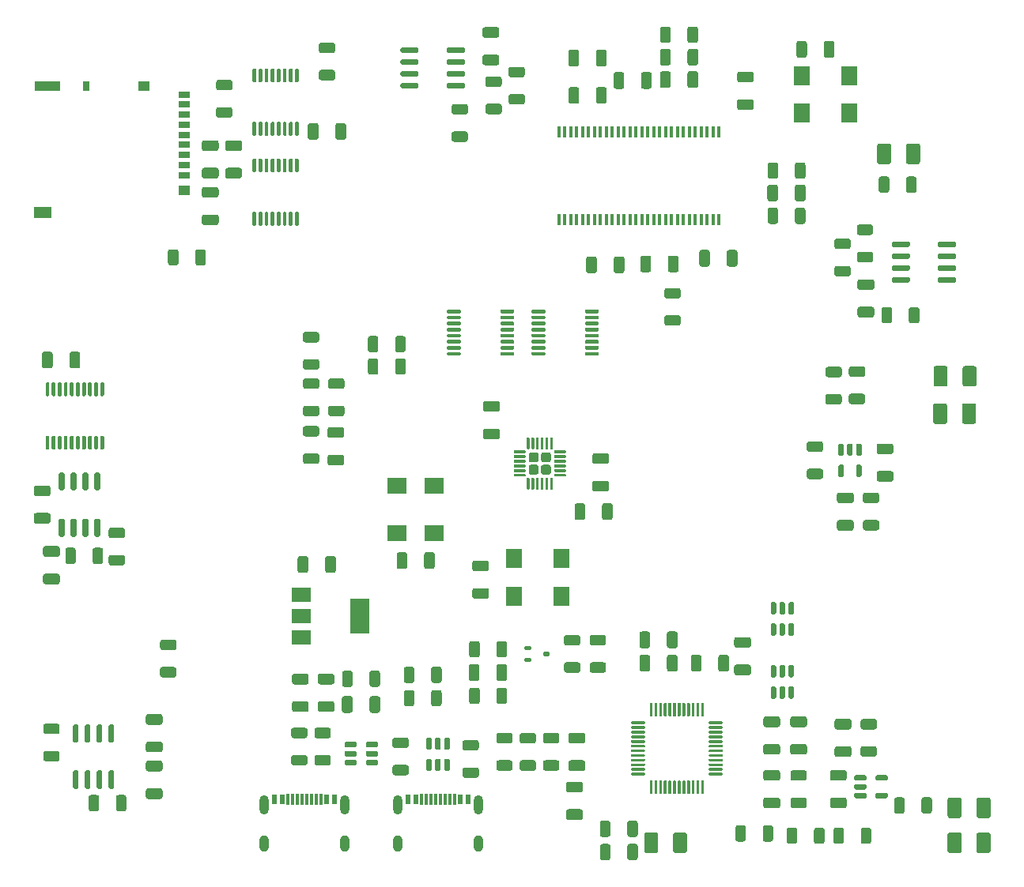
<source format=gtp>
G04 #@! TF.GenerationSoftware,KiCad,Pcbnew,8.0.8+1*
G04 #@! TF.CreationDate,2025-04-26T20:07:53+00:00*
G04 #@! TF.ProjectId,mbed-ce-ci-shield-v2,6d626564-2d63-4652-9d63-692d73686965,0*
G04 #@! TF.SameCoordinates,Original*
G04 #@! TF.FileFunction,Paste,Top*
G04 #@! TF.FilePolarity,Positive*
%FSLAX46Y46*%
G04 Gerber Fmt 4.6, Leading zero omitted, Abs format (unit mm)*
G04 Created by KiCad (PCBNEW 8.0.8+1) date 2025-04-26 20:07:53*
%MOMM*%
%LPD*%
G01*
G04 APERTURE LIST*
%ADD10R,0.400000X1.200000*%
%ADD11R,1.800000X2.000000*%
%ADD12R,0.600000X1.105000*%
%ADD13R,0.300000X1.150000*%
%ADD14O,1.000000X2.100000*%
%ADD15O,1.000000X1.800000*%
%ADD16R,1.200000X0.700000*%
%ADD17R,0.800000X1.000000*%
%ADD18R,1.200000X1.000000*%
%ADD19R,2.800000X1.000000*%
%ADD20R,1.900000X1.300000*%
%ADD21R,2.000000X1.500000*%
%ADD22R,2.000000X3.800000*%
%ADD23R,2.000000X1.800000*%
G04 APERTURE END LIST*
G36*
G01*
X131150000Y-31587659D02*
X132450000Y-31587659D01*
G75*
G02*
X132700000Y-31837659I0J-250000D01*
G01*
X132700000Y-32487659D01*
G75*
G02*
X132450000Y-32737659I-250000J0D01*
G01*
X131150000Y-32737659D01*
G75*
G02*
X130900000Y-32487659I0J250000D01*
G01*
X130900000Y-31837659D01*
G75*
G02*
X131150000Y-31587659I250000J0D01*
G01*
G37*
G36*
G01*
X131150000Y-34537659D02*
X132450000Y-34537659D01*
G75*
G02*
X132700000Y-34787659I0J-250000D01*
G01*
X132700000Y-35437659D01*
G75*
G02*
X132450000Y-35687659I-250000J0D01*
G01*
X131150000Y-35687659D01*
G75*
G02*
X130900000Y-35437659I0J250000D01*
G01*
X130900000Y-34787659D01*
G75*
G02*
X131150000Y-34537659I250000J0D01*
G01*
G37*
G36*
G01*
X116950000Y-33487659D02*
X116950000Y-34787659D01*
G75*
G02*
X116700000Y-35037659I-250000J0D01*
G01*
X116050000Y-35037659D01*
G75*
G02*
X115800000Y-34787659I0J250000D01*
G01*
X115800000Y-33487659D01*
G75*
G02*
X116050000Y-33237659I250000J0D01*
G01*
X116700000Y-33237659D01*
G75*
G02*
X116950000Y-33487659I0J-250000D01*
G01*
G37*
G36*
G01*
X114000000Y-33487659D02*
X114000000Y-34787659D01*
G75*
G02*
X113750000Y-35037659I-250000J0D01*
G01*
X113100000Y-35037659D01*
G75*
G02*
X112850000Y-34787659I0J250000D01*
G01*
X112850000Y-33487659D01*
G75*
G02*
X113100000Y-33237659I250000J0D01*
G01*
X113750000Y-33237659D01*
G75*
G02*
X114000000Y-33487659I0J-250000D01*
G01*
G37*
G36*
G01*
X120450000Y-93150000D02*
X120450000Y-91850000D01*
G75*
G02*
X120700000Y-91600000I250000J0D01*
G01*
X121350000Y-91600000D01*
G75*
G02*
X121600000Y-91850000I0J-250000D01*
G01*
X121600000Y-93150000D01*
G75*
G02*
X121350000Y-93400000I-250000J0D01*
G01*
X120700000Y-93400000D01*
G75*
G02*
X120450000Y-93150000I0J250000D01*
G01*
G37*
G36*
G01*
X123400000Y-93150000D02*
X123400000Y-91850000D01*
G75*
G02*
X123650000Y-91600000I250000J0D01*
G01*
X124300000Y-91600000D01*
G75*
G02*
X124550000Y-91850000I0J-250000D01*
G01*
X124550000Y-93150000D01*
G75*
G02*
X124300000Y-93400000I-250000J0D01*
G01*
X123650000Y-93400000D01*
G75*
G02*
X123400000Y-93150000I0J250000D01*
G01*
G37*
D10*
X128972500Y-38037659D03*
X128337500Y-38037659D03*
X127702500Y-38037659D03*
X127067500Y-38037659D03*
X126432500Y-38037659D03*
X125797500Y-38037659D03*
X125162500Y-38037659D03*
X124527500Y-38037659D03*
X123892500Y-38037659D03*
X123257500Y-38037659D03*
X122622500Y-38037659D03*
X121987500Y-38037659D03*
X121352500Y-38037659D03*
X120717500Y-38037659D03*
X120082500Y-38037659D03*
X119447500Y-38037659D03*
X118812500Y-38037659D03*
X118177500Y-38037659D03*
X117542500Y-38037659D03*
X116907500Y-38037659D03*
X116272500Y-38037659D03*
X115637500Y-38037659D03*
X115002500Y-38037659D03*
X114367500Y-38037659D03*
X113732500Y-38037659D03*
X113097500Y-38037659D03*
X112462500Y-38037659D03*
X111827500Y-38037659D03*
X111827500Y-47437659D03*
X112462500Y-47437659D03*
X113097500Y-47437659D03*
X113732500Y-47437659D03*
X114367500Y-47437659D03*
X115002500Y-47437659D03*
X115637500Y-47437659D03*
X116272500Y-47437659D03*
X116907500Y-47437659D03*
X117542500Y-47437659D03*
X118177500Y-47437659D03*
X118812500Y-47437659D03*
X119447500Y-47437659D03*
X120082500Y-47437659D03*
X120717500Y-47437659D03*
X121352500Y-47437659D03*
X121987500Y-47437659D03*
X122622500Y-47437659D03*
X123257500Y-47437659D03*
X123892500Y-47437659D03*
X124527500Y-47437659D03*
X125162500Y-47437659D03*
X125797500Y-47437659D03*
X126432500Y-47437659D03*
X127067500Y-47437659D03*
X127702500Y-47437659D03*
X128337500Y-47437659D03*
X128972500Y-47437659D03*
G36*
G01*
X120450000Y-95650000D02*
X120450000Y-94350000D01*
G75*
G02*
X120700000Y-94100000I250000J0D01*
G01*
X121350000Y-94100000D01*
G75*
G02*
X121600000Y-94350000I0J-250000D01*
G01*
X121600000Y-95650000D01*
G75*
G02*
X121350000Y-95900000I-250000J0D01*
G01*
X120700000Y-95900000D01*
G75*
G02*
X120450000Y-95650000I0J250000D01*
G01*
G37*
G36*
G01*
X123400000Y-95650000D02*
X123400000Y-94350000D01*
G75*
G02*
X123650000Y-94100000I250000J0D01*
G01*
X124300000Y-94100000D01*
G75*
G02*
X124550000Y-94350000I0J-250000D01*
G01*
X124550000Y-95650000D01*
G75*
G02*
X124300000Y-95900000I-250000J0D01*
G01*
X123650000Y-95900000D01*
G75*
G02*
X123400000Y-95650000I0J250000D01*
G01*
G37*
G36*
G01*
X77650000Y-43050000D02*
X76350000Y-43050000D01*
G75*
G02*
X76100000Y-42800000I0J250000D01*
G01*
X76100000Y-42150000D01*
G75*
G02*
X76350000Y-41900000I250000J0D01*
G01*
X77650000Y-41900000D01*
G75*
G02*
X77900000Y-42150000I0J-250000D01*
G01*
X77900000Y-42800000D01*
G75*
G02*
X77650000Y-43050000I-250000J0D01*
G01*
G37*
G36*
G01*
X77650000Y-40100000D02*
X76350000Y-40100000D01*
G75*
G02*
X76100000Y-39850000I0J250000D01*
G01*
X76100000Y-39200000D01*
G75*
G02*
X76350000Y-38950000I250000J0D01*
G01*
X77650000Y-38950000D01*
G75*
G02*
X77900000Y-39200000I0J-250000D01*
G01*
X77900000Y-39850000D01*
G75*
G02*
X77650000Y-40100000I-250000J0D01*
G01*
G37*
G36*
G01*
X144625000Y-76725000D02*
X145875000Y-76725000D01*
G75*
G02*
X146125000Y-76975000I0J-250000D01*
G01*
X146125000Y-77600000D01*
G75*
G02*
X145875000Y-77850000I-250000J0D01*
G01*
X144625000Y-77850000D01*
G75*
G02*
X144375000Y-77600000I0J250000D01*
G01*
X144375000Y-76975000D01*
G75*
G02*
X144625000Y-76725000I250000J0D01*
G01*
G37*
G36*
G01*
X144625000Y-79650000D02*
X145875000Y-79650000D01*
G75*
G02*
X146125000Y-79900000I0J-250000D01*
G01*
X146125000Y-80525000D01*
G75*
G02*
X145875000Y-80775000I-250000J0D01*
G01*
X144625000Y-80775000D01*
G75*
G02*
X144375000Y-80525000I0J250000D01*
G01*
X144375000Y-79900000D01*
G75*
G02*
X144625000Y-79650000I250000J0D01*
G01*
G37*
G36*
G01*
X138225000Y-41575000D02*
X138225000Y-42825000D01*
G75*
G02*
X137975000Y-43075000I-250000J0D01*
G01*
X137350000Y-43075000D01*
G75*
G02*
X137100000Y-42825000I0J250000D01*
G01*
X137100000Y-41575000D01*
G75*
G02*
X137350000Y-41325000I250000J0D01*
G01*
X137975000Y-41325000D01*
G75*
G02*
X138225000Y-41575000I0J-250000D01*
G01*
G37*
G36*
G01*
X135300000Y-41575000D02*
X135300000Y-42825000D01*
G75*
G02*
X135050000Y-43075000I-250000J0D01*
G01*
X134425000Y-43075000D01*
G75*
G02*
X134175000Y-42825000I0J250000D01*
G01*
X134175000Y-41575000D01*
G75*
G02*
X134425000Y-41325000I250000J0D01*
G01*
X135050000Y-41325000D01*
G75*
G02*
X135300000Y-41575000I0J-250000D01*
G01*
G37*
G36*
G01*
X143150000Y-80800000D02*
X141850000Y-80800000D01*
G75*
G02*
X141600000Y-80550000I0J250000D01*
G01*
X141600000Y-79900000D01*
G75*
G02*
X141850000Y-79650000I250000J0D01*
G01*
X143150000Y-79650000D01*
G75*
G02*
X143400000Y-79900000I0J-250000D01*
G01*
X143400000Y-80550000D01*
G75*
G02*
X143150000Y-80800000I-250000J0D01*
G01*
G37*
G36*
G01*
X143150000Y-77850000D02*
X141850000Y-77850000D01*
G75*
G02*
X141600000Y-77600000I0J250000D01*
G01*
X141600000Y-76950000D01*
G75*
G02*
X141850000Y-76700000I250000J0D01*
G01*
X143150000Y-76700000D01*
G75*
G02*
X143400000Y-76950000I0J-250000D01*
G01*
X143400000Y-77600000D01*
G75*
G02*
X143150000Y-77850000I-250000J0D01*
G01*
G37*
G36*
G01*
X145625000Y-105025000D02*
X144375000Y-105025000D01*
G75*
G02*
X144125000Y-104775000I0J250000D01*
G01*
X144125000Y-104150000D01*
G75*
G02*
X144375000Y-103900000I250000J0D01*
G01*
X145625000Y-103900000D01*
G75*
G02*
X145875000Y-104150000I0J-250000D01*
G01*
X145875000Y-104775000D01*
G75*
G02*
X145625000Y-105025000I-250000J0D01*
G01*
G37*
G36*
G01*
X145625000Y-102100000D02*
X144375000Y-102100000D01*
G75*
G02*
X144125000Y-101850000I0J250000D01*
G01*
X144125000Y-101225000D01*
G75*
G02*
X144375000Y-100975000I250000J0D01*
G01*
X145625000Y-100975000D01*
G75*
G02*
X145875000Y-101225000I0J-250000D01*
G01*
X145875000Y-101850000D01*
G75*
G02*
X145625000Y-102100000I-250000J0D01*
G01*
G37*
G36*
G01*
X67850000Y-105450000D02*
X69150000Y-105450000D01*
G75*
G02*
X69400000Y-105700000I0J-250000D01*
G01*
X69400000Y-106350000D01*
G75*
G02*
X69150000Y-106600000I-250000J0D01*
G01*
X67850000Y-106600000D01*
G75*
G02*
X67600000Y-106350000I0J250000D01*
G01*
X67600000Y-105700000D01*
G75*
G02*
X67850000Y-105450000I250000J0D01*
G01*
G37*
G36*
G01*
X67850000Y-108400000D02*
X69150000Y-108400000D01*
G75*
G02*
X69400000Y-108650000I0J-250000D01*
G01*
X69400000Y-109300000D01*
G75*
G02*
X69150000Y-109550000I-250000J0D01*
G01*
X67850000Y-109550000D01*
G75*
G02*
X67600000Y-109300000I0J250000D01*
G01*
X67600000Y-108650000D01*
G75*
G02*
X67850000Y-108400000I250000J0D01*
G01*
G37*
G36*
G01*
X113100000Y-102450000D02*
X114400000Y-102450000D01*
G75*
G02*
X114650000Y-102700000I0J-250000D01*
G01*
X114650000Y-103350000D01*
G75*
G02*
X114400000Y-103600000I-250000J0D01*
G01*
X113100000Y-103600000D01*
G75*
G02*
X112850000Y-103350000I0J250000D01*
G01*
X112850000Y-102700000D01*
G75*
G02*
X113100000Y-102450000I250000J0D01*
G01*
G37*
G36*
G01*
X113100000Y-105400000D02*
X114400000Y-105400000D01*
G75*
G02*
X114650000Y-105650000I0J-250000D01*
G01*
X114650000Y-106300000D01*
G75*
G02*
X114400000Y-106550000I-250000J0D01*
G01*
X113100000Y-106550000D01*
G75*
G02*
X112850000Y-106300000I0J250000D01*
G01*
X112850000Y-105650000D01*
G75*
G02*
X113100000Y-105400000I250000J0D01*
G01*
G37*
G36*
G01*
X103900000Y-26810000D02*
X105200000Y-26810000D01*
G75*
G02*
X105450000Y-27060000I0J-250000D01*
G01*
X105450000Y-27710000D01*
G75*
G02*
X105200000Y-27960000I-250000J0D01*
G01*
X103900000Y-27960000D01*
G75*
G02*
X103650000Y-27710000I0J250000D01*
G01*
X103650000Y-27060000D01*
G75*
G02*
X103900000Y-26810000I250000J0D01*
G01*
G37*
G36*
G01*
X103900000Y-29760000D02*
X105200000Y-29760000D01*
G75*
G02*
X105450000Y-30010000I0J-250000D01*
G01*
X105450000Y-30660000D01*
G75*
G02*
X105200000Y-30910000I-250000J0D01*
G01*
X103900000Y-30910000D01*
G75*
G02*
X103650000Y-30660000I0J250000D01*
G01*
X103650000Y-30010000D01*
G75*
G02*
X103900000Y-29760000I250000J0D01*
G01*
G37*
G36*
G01*
X95425000Y-60175000D02*
X95425000Y-61425000D01*
G75*
G02*
X95175000Y-61675000I-250000J0D01*
G01*
X94550000Y-61675000D01*
G75*
G02*
X94300000Y-61425000I0J250000D01*
G01*
X94300000Y-60175000D01*
G75*
G02*
X94550000Y-59925000I250000J0D01*
G01*
X95175000Y-59925000D01*
G75*
G02*
X95425000Y-60175000I0J-250000D01*
G01*
G37*
G36*
G01*
X92500000Y-60175000D02*
X92500000Y-61425000D01*
G75*
G02*
X92250000Y-61675000I-250000J0D01*
G01*
X91625000Y-61675000D01*
G75*
G02*
X91375000Y-61425000I0J250000D01*
G01*
X91375000Y-60175000D01*
G75*
G02*
X91625000Y-59925000I250000J0D01*
G01*
X92250000Y-59925000D01*
G75*
G02*
X92500000Y-60175000I0J-250000D01*
G01*
G37*
G36*
G01*
X58150000Y-86550000D02*
X56850000Y-86550000D01*
G75*
G02*
X56600000Y-86300000I0J250000D01*
G01*
X56600000Y-85650000D01*
G75*
G02*
X56850000Y-85400000I250000J0D01*
G01*
X58150000Y-85400000D01*
G75*
G02*
X58400000Y-85650000I0J-250000D01*
G01*
X58400000Y-86300000D01*
G75*
G02*
X58150000Y-86550000I-250000J0D01*
G01*
G37*
G36*
G01*
X58150000Y-83600000D02*
X56850000Y-83600000D01*
G75*
G02*
X56600000Y-83350000I0J250000D01*
G01*
X56600000Y-82700000D01*
G75*
G02*
X56850000Y-82450000I250000J0D01*
G01*
X58150000Y-82450000D01*
G75*
G02*
X58400000Y-82700000I0J-250000D01*
G01*
X58400000Y-83350000D01*
G75*
G02*
X58150000Y-83600000I-250000J0D01*
G01*
G37*
G36*
G01*
X105250000Y-71000000D02*
X103950000Y-71000000D01*
G75*
G02*
X103700000Y-70750000I0J250000D01*
G01*
X103700000Y-70100000D01*
G75*
G02*
X103950000Y-69850000I250000J0D01*
G01*
X105250000Y-69850000D01*
G75*
G02*
X105500000Y-70100000I0J-250000D01*
G01*
X105500000Y-70750000D01*
G75*
G02*
X105250000Y-71000000I-250000J0D01*
G01*
G37*
G36*
G01*
X105250000Y-68050000D02*
X103950000Y-68050000D01*
G75*
G02*
X103700000Y-67800000I0J250000D01*
G01*
X103700000Y-67150000D01*
G75*
G02*
X103950000Y-66900000I250000J0D01*
G01*
X105250000Y-66900000D01*
G75*
G02*
X105500000Y-67150000I0J-250000D01*
G01*
X105500000Y-67800000D01*
G75*
G02*
X105250000Y-68050000I-250000J0D01*
G01*
G37*
G36*
G01*
X84800000Y-100225000D02*
X83500000Y-100225000D01*
G75*
G02*
X83250000Y-99975000I0J250000D01*
G01*
X83250000Y-99325000D01*
G75*
G02*
X83500000Y-99075000I250000J0D01*
G01*
X84800000Y-99075000D01*
G75*
G02*
X85050000Y-99325000I0J-250000D01*
G01*
X85050000Y-99975000D01*
G75*
G02*
X84800000Y-100225000I-250000J0D01*
G01*
G37*
G36*
G01*
X84800000Y-97275000D02*
X83500000Y-97275000D01*
G75*
G02*
X83250000Y-97025000I0J250000D01*
G01*
X83250000Y-96375000D01*
G75*
G02*
X83500000Y-96125000I250000J0D01*
G01*
X84800000Y-96125000D01*
G75*
G02*
X85050000Y-96375000I0J-250000D01*
G01*
X85050000Y-97025000D01*
G75*
G02*
X84800000Y-97275000I-250000J0D01*
G01*
G37*
G36*
G01*
X107050000Y-61737500D02*
X107050000Y-61937500D01*
G75*
G02*
X106950000Y-62037500I-100000J0D01*
G01*
X105675000Y-62037500D01*
G75*
G02*
X105575000Y-61937500I0J100000D01*
G01*
X105575000Y-61737500D01*
G75*
G02*
X105675000Y-61637500I100000J0D01*
G01*
X106950000Y-61637500D01*
G75*
G02*
X107050000Y-61737500I0J-100000D01*
G01*
G37*
G36*
G01*
X107050000Y-61087500D02*
X107050000Y-61287500D01*
G75*
G02*
X106950000Y-61387500I-100000J0D01*
G01*
X105675000Y-61387500D01*
G75*
G02*
X105575000Y-61287500I0J100000D01*
G01*
X105575000Y-61087500D01*
G75*
G02*
X105675000Y-60987500I100000J0D01*
G01*
X106950000Y-60987500D01*
G75*
G02*
X107050000Y-61087500I0J-100000D01*
G01*
G37*
G36*
G01*
X107050000Y-60437500D02*
X107050000Y-60637500D01*
G75*
G02*
X106950000Y-60737500I-100000J0D01*
G01*
X105675000Y-60737500D01*
G75*
G02*
X105575000Y-60637500I0J100000D01*
G01*
X105575000Y-60437500D01*
G75*
G02*
X105675000Y-60337500I100000J0D01*
G01*
X106950000Y-60337500D01*
G75*
G02*
X107050000Y-60437500I0J-100000D01*
G01*
G37*
G36*
G01*
X107050000Y-59787500D02*
X107050000Y-59987500D01*
G75*
G02*
X106950000Y-60087500I-100000J0D01*
G01*
X105675000Y-60087500D01*
G75*
G02*
X105575000Y-59987500I0J100000D01*
G01*
X105575000Y-59787500D01*
G75*
G02*
X105675000Y-59687500I100000J0D01*
G01*
X106950000Y-59687500D01*
G75*
G02*
X107050000Y-59787500I0J-100000D01*
G01*
G37*
G36*
G01*
X107050000Y-59137500D02*
X107050000Y-59337500D01*
G75*
G02*
X106950000Y-59437500I-100000J0D01*
G01*
X105675000Y-59437500D01*
G75*
G02*
X105575000Y-59337500I0J100000D01*
G01*
X105575000Y-59137500D01*
G75*
G02*
X105675000Y-59037500I100000J0D01*
G01*
X106950000Y-59037500D01*
G75*
G02*
X107050000Y-59137500I0J-100000D01*
G01*
G37*
G36*
G01*
X107050000Y-58487500D02*
X107050000Y-58687500D01*
G75*
G02*
X106950000Y-58787500I-100000J0D01*
G01*
X105675000Y-58787500D01*
G75*
G02*
X105575000Y-58687500I0J100000D01*
G01*
X105575000Y-58487500D01*
G75*
G02*
X105675000Y-58387500I100000J0D01*
G01*
X106950000Y-58387500D01*
G75*
G02*
X107050000Y-58487500I0J-100000D01*
G01*
G37*
G36*
G01*
X107050000Y-57837500D02*
X107050000Y-58037500D01*
G75*
G02*
X106950000Y-58137500I-100000J0D01*
G01*
X105675000Y-58137500D01*
G75*
G02*
X105575000Y-58037500I0J100000D01*
G01*
X105575000Y-57837500D01*
G75*
G02*
X105675000Y-57737500I100000J0D01*
G01*
X106950000Y-57737500D01*
G75*
G02*
X107050000Y-57837500I0J-100000D01*
G01*
G37*
G36*
G01*
X107050000Y-57187500D02*
X107050000Y-57387500D01*
G75*
G02*
X106950000Y-57487500I-100000J0D01*
G01*
X105675000Y-57487500D01*
G75*
G02*
X105575000Y-57387500I0J100000D01*
G01*
X105575000Y-57187500D01*
G75*
G02*
X105675000Y-57087500I100000J0D01*
G01*
X106950000Y-57087500D01*
G75*
G02*
X107050000Y-57187500I0J-100000D01*
G01*
G37*
G36*
G01*
X101325000Y-57187500D02*
X101325000Y-57387500D01*
G75*
G02*
X101225000Y-57487500I-100000J0D01*
G01*
X99950000Y-57487500D01*
G75*
G02*
X99850000Y-57387500I0J100000D01*
G01*
X99850000Y-57187500D01*
G75*
G02*
X99950000Y-57087500I100000J0D01*
G01*
X101225000Y-57087500D01*
G75*
G02*
X101325000Y-57187500I0J-100000D01*
G01*
G37*
G36*
G01*
X101325000Y-57837500D02*
X101325000Y-58037500D01*
G75*
G02*
X101225000Y-58137500I-100000J0D01*
G01*
X99950000Y-58137500D01*
G75*
G02*
X99850000Y-58037500I0J100000D01*
G01*
X99850000Y-57837500D01*
G75*
G02*
X99950000Y-57737500I100000J0D01*
G01*
X101225000Y-57737500D01*
G75*
G02*
X101325000Y-57837500I0J-100000D01*
G01*
G37*
G36*
G01*
X101325000Y-58487500D02*
X101325000Y-58687500D01*
G75*
G02*
X101225000Y-58787500I-100000J0D01*
G01*
X99950000Y-58787500D01*
G75*
G02*
X99850000Y-58687500I0J100000D01*
G01*
X99850000Y-58487500D01*
G75*
G02*
X99950000Y-58387500I100000J0D01*
G01*
X101225000Y-58387500D01*
G75*
G02*
X101325000Y-58487500I0J-100000D01*
G01*
G37*
G36*
G01*
X101325000Y-59137500D02*
X101325000Y-59337500D01*
G75*
G02*
X101225000Y-59437500I-100000J0D01*
G01*
X99950000Y-59437500D01*
G75*
G02*
X99850000Y-59337500I0J100000D01*
G01*
X99850000Y-59137500D01*
G75*
G02*
X99950000Y-59037500I100000J0D01*
G01*
X101225000Y-59037500D01*
G75*
G02*
X101325000Y-59137500I0J-100000D01*
G01*
G37*
G36*
G01*
X101325000Y-59787500D02*
X101325000Y-59987500D01*
G75*
G02*
X101225000Y-60087500I-100000J0D01*
G01*
X99950000Y-60087500D01*
G75*
G02*
X99850000Y-59987500I0J100000D01*
G01*
X99850000Y-59787500D01*
G75*
G02*
X99950000Y-59687500I100000J0D01*
G01*
X101225000Y-59687500D01*
G75*
G02*
X101325000Y-59787500I0J-100000D01*
G01*
G37*
G36*
G01*
X101325000Y-60437500D02*
X101325000Y-60637500D01*
G75*
G02*
X101225000Y-60737500I-100000J0D01*
G01*
X99950000Y-60737500D01*
G75*
G02*
X99850000Y-60637500I0J100000D01*
G01*
X99850000Y-60437500D01*
G75*
G02*
X99950000Y-60337500I100000J0D01*
G01*
X101225000Y-60337500D01*
G75*
G02*
X101325000Y-60437500I0J-100000D01*
G01*
G37*
G36*
G01*
X101325000Y-61087500D02*
X101325000Y-61287500D01*
G75*
G02*
X101225000Y-61387500I-100000J0D01*
G01*
X99950000Y-61387500D01*
G75*
G02*
X99850000Y-61287500I0J100000D01*
G01*
X99850000Y-61087500D01*
G75*
G02*
X99950000Y-60987500I100000J0D01*
G01*
X101225000Y-60987500D01*
G75*
G02*
X101325000Y-61087500I0J-100000D01*
G01*
G37*
G36*
G01*
X101325000Y-61737500D02*
X101325000Y-61937500D01*
G75*
G02*
X101225000Y-62037500I-100000J0D01*
G01*
X99950000Y-62037500D01*
G75*
G02*
X99850000Y-61937500I0J100000D01*
G01*
X99850000Y-61737500D01*
G75*
G02*
X99950000Y-61637500I100000J0D01*
G01*
X101225000Y-61637500D01*
G75*
G02*
X101325000Y-61737500I0J-100000D01*
G01*
G37*
G36*
G01*
X136550000Y-95200000D02*
X136850000Y-95200000D01*
G75*
G02*
X137000000Y-95350000I0J-150000D01*
G01*
X137000000Y-96375000D01*
G75*
G02*
X136850000Y-96525000I-150000J0D01*
G01*
X136550000Y-96525000D01*
G75*
G02*
X136400000Y-96375000I0J150000D01*
G01*
X136400000Y-95350000D01*
G75*
G02*
X136550000Y-95200000I150000J0D01*
G01*
G37*
G36*
G01*
X135600000Y-95200000D02*
X135900000Y-95200000D01*
G75*
G02*
X136050000Y-95350000I0J-150000D01*
G01*
X136050000Y-96375000D01*
G75*
G02*
X135900000Y-96525000I-150000J0D01*
G01*
X135600000Y-96525000D01*
G75*
G02*
X135450000Y-96375000I0J150000D01*
G01*
X135450000Y-95350000D01*
G75*
G02*
X135600000Y-95200000I150000J0D01*
G01*
G37*
G36*
G01*
X134650000Y-95200000D02*
X134950000Y-95200000D01*
G75*
G02*
X135100000Y-95350000I0J-150000D01*
G01*
X135100000Y-96375000D01*
G75*
G02*
X134950000Y-96525000I-150000J0D01*
G01*
X134650000Y-96525000D01*
G75*
G02*
X134500000Y-96375000I0J150000D01*
G01*
X134500000Y-95350000D01*
G75*
G02*
X134650000Y-95200000I150000J0D01*
G01*
G37*
G36*
G01*
X134650000Y-97475000D02*
X134950000Y-97475000D01*
G75*
G02*
X135100000Y-97625000I0J-150000D01*
G01*
X135100000Y-98650000D01*
G75*
G02*
X134950000Y-98800000I-150000J0D01*
G01*
X134650000Y-98800000D01*
G75*
G02*
X134500000Y-98650000I0J150000D01*
G01*
X134500000Y-97625000D01*
G75*
G02*
X134650000Y-97475000I150000J0D01*
G01*
G37*
G36*
G01*
X135600000Y-97475000D02*
X135900000Y-97475000D01*
G75*
G02*
X136050000Y-97625000I0J-150000D01*
G01*
X136050000Y-98650000D01*
G75*
G02*
X135900000Y-98800000I-150000J0D01*
G01*
X135600000Y-98800000D01*
G75*
G02*
X135450000Y-98650000I0J150000D01*
G01*
X135450000Y-97625000D01*
G75*
G02*
X135600000Y-97475000I150000J0D01*
G01*
G37*
G36*
G01*
X136550000Y-97475000D02*
X136850000Y-97475000D01*
G75*
G02*
X137000000Y-97625000I0J-150000D01*
G01*
X137000000Y-98650000D01*
G75*
G02*
X136850000Y-98800000I-150000J0D01*
G01*
X136550000Y-98800000D01*
G75*
G02*
X136400000Y-98650000I0J150000D01*
G01*
X136400000Y-97625000D01*
G75*
G02*
X136550000Y-97475000I150000J0D01*
G01*
G37*
G36*
G01*
X126725000Y-27012659D02*
X126725000Y-28262659D01*
G75*
G02*
X126475000Y-28512659I-250000J0D01*
G01*
X125850000Y-28512659D01*
G75*
G02*
X125600000Y-28262659I0J250000D01*
G01*
X125600000Y-27012659D01*
G75*
G02*
X125850000Y-26762659I250000J0D01*
G01*
X126475000Y-26762659D01*
G75*
G02*
X126725000Y-27012659I0J-250000D01*
G01*
G37*
G36*
G01*
X123800000Y-27012659D02*
X123800000Y-28262659D01*
G75*
G02*
X123550000Y-28512659I-250000J0D01*
G01*
X122925000Y-28512659D01*
G75*
G02*
X122675000Y-28262659I0J250000D01*
G01*
X122675000Y-27012659D01*
G75*
G02*
X122925000Y-26762659I250000J0D01*
G01*
X123550000Y-26762659D01*
G75*
G02*
X123800000Y-27012659I0J-250000D01*
G01*
G37*
G36*
G01*
X120275000Y-114625000D02*
X120275000Y-115875000D01*
G75*
G02*
X120025000Y-116125000I-250000J0D01*
G01*
X119400000Y-116125000D01*
G75*
G02*
X119150000Y-115875000I0J250000D01*
G01*
X119150000Y-114625000D01*
G75*
G02*
X119400000Y-114375000I250000J0D01*
G01*
X120025000Y-114375000D01*
G75*
G02*
X120275000Y-114625000I0J-250000D01*
G01*
G37*
G36*
G01*
X117350000Y-114625000D02*
X117350000Y-115875000D01*
G75*
G02*
X117100000Y-116125000I-250000J0D01*
G01*
X116475000Y-116125000D01*
G75*
G02*
X116225000Y-115875000I0J250000D01*
G01*
X116225000Y-114625000D01*
G75*
G02*
X116475000Y-114375000I250000J0D01*
G01*
X117100000Y-114375000D01*
G75*
G02*
X117350000Y-114625000I0J-250000D01*
G01*
G37*
G36*
G01*
X126850000Y-52250000D02*
X126850000Y-50950000D01*
G75*
G02*
X127100000Y-50700000I250000J0D01*
G01*
X127750000Y-50700000D01*
G75*
G02*
X128000000Y-50950000I0J-250000D01*
G01*
X128000000Y-52250000D01*
G75*
G02*
X127750000Y-52500000I-250000J0D01*
G01*
X127100000Y-52500000D01*
G75*
G02*
X126850000Y-52250000I0J250000D01*
G01*
G37*
G36*
G01*
X129800000Y-52250000D02*
X129800000Y-50950000D01*
G75*
G02*
X130050000Y-50700000I250000J0D01*
G01*
X130700000Y-50700000D01*
G75*
G02*
X130950000Y-50950000I0J-250000D01*
G01*
X130950000Y-52250000D01*
G75*
G02*
X130700000Y-52500000I-250000J0D01*
G01*
X130050000Y-52500000D01*
G75*
G02*
X129800000Y-52250000I0J250000D01*
G01*
G37*
G36*
G01*
X130725000Y-113875000D02*
X130725000Y-112625000D01*
G75*
G02*
X130975000Y-112375000I250000J0D01*
G01*
X131600000Y-112375000D01*
G75*
G02*
X131850000Y-112625000I0J-250000D01*
G01*
X131850000Y-113875000D01*
G75*
G02*
X131600000Y-114125000I-250000J0D01*
G01*
X130975000Y-114125000D01*
G75*
G02*
X130725000Y-113875000I0J250000D01*
G01*
G37*
G36*
G01*
X133650000Y-113875000D02*
X133650000Y-112625000D01*
G75*
G02*
X133900000Y-112375000I250000J0D01*
G01*
X134525000Y-112375000D01*
G75*
G02*
X134775000Y-112625000I0J-250000D01*
G01*
X134775000Y-113875000D01*
G75*
G02*
X134525000Y-114125000I-250000J0D01*
G01*
X133900000Y-114125000D01*
G75*
G02*
X133650000Y-113875000I0J250000D01*
G01*
G37*
G36*
G01*
X62255000Y-74550000D02*
X62555000Y-74550000D01*
G75*
G02*
X62705000Y-74700000I0J-150000D01*
G01*
X62705000Y-76350000D01*
G75*
G02*
X62555000Y-76500000I-150000J0D01*
G01*
X62255000Y-76500000D01*
G75*
G02*
X62105000Y-76350000I0J150000D01*
G01*
X62105000Y-74700000D01*
G75*
G02*
X62255000Y-74550000I150000J0D01*
G01*
G37*
G36*
G01*
X60985000Y-74550000D02*
X61285000Y-74550000D01*
G75*
G02*
X61435000Y-74700000I0J-150000D01*
G01*
X61435000Y-76350000D01*
G75*
G02*
X61285000Y-76500000I-150000J0D01*
G01*
X60985000Y-76500000D01*
G75*
G02*
X60835000Y-76350000I0J150000D01*
G01*
X60835000Y-74700000D01*
G75*
G02*
X60985000Y-74550000I150000J0D01*
G01*
G37*
G36*
G01*
X59715000Y-74550000D02*
X60015000Y-74550000D01*
G75*
G02*
X60165000Y-74700000I0J-150000D01*
G01*
X60165000Y-76350000D01*
G75*
G02*
X60015000Y-76500000I-150000J0D01*
G01*
X59715000Y-76500000D01*
G75*
G02*
X59565000Y-76350000I0J150000D01*
G01*
X59565000Y-74700000D01*
G75*
G02*
X59715000Y-74550000I150000J0D01*
G01*
G37*
G36*
G01*
X58445000Y-74550000D02*
X58745000Y-74550000D01*
G75*
G02*
X58895000Y-74700000I0J-150000D01*
G01*
X58895000Y-76350000D01*
G75*
G02*
X58745000Y-76500000I-150000J0D01*
G01*
X58445000Y-76500000D01*
G75*
G02*
X58295000Y-76350000I0J150000D01*
G01*
X58295000Y-74700000D01*
G75*
G02*
X58445000Y-74550000I150000J0D01*
G01*
G37*
G36*
G01*
X58445000Y-79500000D02*
X58745000Y-79500000D01*
G75*
G02*
X58895000Y-79650000I0J-150000D01*
G01*
X58895000Y-81300000D01*
G75*
G02*
X58745000Y-81450000I-150000J0D01*
G01*
X58445000Y-81450000D01*
G75*
G02*
X58295000Y-81300000I0J150000D01*
G01*
X58295000Y-79650000D01*
G75*
G02*
X58445000Y-79500000I150000J0D01*
G01*
G37*
G36*
G01*
X59715000Y-79500000D02*
X60015000Y-79500000D01*
G75*
G02*
X60165000Y-79650000I0J-150000D01*
G01*
X60165000Y-81300000D01*
G75*
G02*
X60015000Y-81450000I-150000J0D01*
G01*
X59715000Y-81450000D01*
G75*
G02*
X59565000Y-81300000I0J150000D01*
G01*
X59565000Y-79650000D01*
G75*
G02*
X59715000Y-79500000I150000J0D01*
G01*
G37*
G36*
G01*
X60985000Y-79500000D02*
X61285000Y-79500000D01*
G75*
G02*
X61435000Y-79650000I0J-150000D01*
G01*
X61435000Y-81300000D01*
G75*
G02*
X61285000Y-81450000I-150000J0D01*
G01*
X60985000Y-81450000D01*
G75*
G02*
X60835000Y-81300000I0J150000D01*
G01*
X60835000Y-79650000D01*
G75*
G02*
X60985000Y-79500000I150000J0D01*
G01*
G37*
G36*
G01*
X62255000Y-79500000D02*
X62555000Y-79500000D01*
G75*
G02*
X62705000Y-79650000I0J-150000D01*
G01*
X62705000Y-81300000D01*
G75*
G02*
X62555000Y-81450000I-150000J0D01*
G01*
X62255000Y-81450000D01*
G75*
G02*
X62105000Y-81300000I0J150000D01*
G01*
X62105000Y-79650000D01*
G75*
G02*
X62255000Y-79500000I150000J0D01*
G01*
G37*
G36*
G01*
X84675000Y-69575000D02*
X85925000Y-69575000D01*
G75*
G02*
X86175000Y-69825000I0J-250000D01*
G01*
X86175000Y-70450000D01*
G75*
G02*
X85925000Y-70700000I-250000J0D01*
G01*
X84675000Y-70700000D01*
G75*
G02*
X84425000Y-70450000I0J250000D01*
G01*
X84425000Y-69825000D01*
G75*
G02*
X84675000Y-69575000I250000J0D01*
G01*
G37*
G36*
G01*
X84675000Y-72500000D02*
X85925000Y-72500000D01*
G75*
G02*
X86175000Y-72750000I0J-250000D01*
G01*
X86175000Y-73375000D01*
G75*
G02*
X85925000Y-73625000I-250000J0D01*
G01*
X84675000Y-73625000D01*
G75*
G02*
X84425000Y-73375000I0J250000D01*
G01*
X84425000Y-72750000D01*
G75*
G02*
X84675000Y-72500000I250000J0D01*
G01*
G37*
G36*
G01*
X126750000Y-29387659D02*
X126750000Y-30687659D01*
G75*
G02*
X126500000Y-30937659I-250000J0D01*
G01*
X125850000Y-30937659D01*
G75*
G02*
X125600000Y-30687659I0J250000D01*
G01*
X125600000Y-29387659D01*
G75*
G02*
X125850000Y-29137659I250000J0D01*
G01*
X126500000Y-29137659D01*
G75*
G02*
X126750000Y-29387659I0J-250000D01*
G01*
G37*
G36*
G01*
X123800000Y-29387659D02*
X123800000Y-30687659D01*
G75*
G02*
X123550000Y-30937659I-250000J0D01*
G01*
X122900000Y-30937659D01*
G75*
G02*
X122650000Y-30687659I0J250000D01*
G01*
X122650000Y-29387659D01*
G75*
G02*
X122900000Y-29137659I250000J0D01*
G01*
X123550000Y-29137659D01*
G75*
G02*
X123800000Y-29387659I0J-250000D01*
G01*
G37*
G36*
G01*
X114150000Y-111800000D02*
X112850000Y-111800000D01*
G75*
G02*
X112600000Y-111550000I0J250000D01*
G01*
X112600000Y-110900000D01*
G75*
G02*
X112850000Y-110650000I250000J0D01*
G01*
X114150000Y-110650000D01*
G75*
G02*
X114400000Y-110900000I0J-250000D01*
G01*
X114400000Y-111550000D01*
G75*
G02*
X114150000Y-111800000I-250000J0D01*
G01*
G37*
G36*
G01*
X114150000Y-108850000D02*
X112850000Y-108850000D01*
G75*
G02*
X112600000Y-108600000I0J250000D01*
G01*
X112600000Y-107950000D01*
G75*
G02*
X112850000Y-107700000I250000J0D01*
G01*
X114150000Y-107700000D01*
G75*
G02*
X114400000Y-107950000I0J-250000D01*
G01*
X114400000Y-108600000D01*
G75*
G02*
X114150000Y-108850000I-250000J0D01*
G01*
G37*
G36*
G01*
X110375000Y-102475000D02*
X111625000Y-102475000D01*
G75*
G02*
X111875000Y-102725000I0J-250000D01*
G01*
X111875000Y-103350000D01*
G75*
G02*
X111625000Y-103600000I-250000J0D01*
G01*
X110375000Y-103600000D01*
G75*
G02*
X110125000Y-103350000I0J250000D01*
G01*
X110125000Y-102725000D01*
G75*
G02*
X110375000Y-102475000I250000J0D01*
G01*
G37*
G36*
G01*
X110375000Y-105400000D02*
X111625000Y-105400000D01*
G75*
G02*
X111875000Y-105650000I0J-250000D01*
G01*
X111875000Y-106275000D01*
G75*
G02*
X111625000Y-106525000I-250000J0D01*
G01*
X110375000Y-106525000D01*
G75*
G02*
X110125000Y-106275000I0J250000D01*
G01*
X110125000Y-105650000D01*
G75*
G02*
X110375000Y-105400000I250000J0D01*
G01*
G37*
G36*
G01*
X154350000Y-53755000D02*
X154350000Y-54055000D01*
G75*
G02*
X154200000Y-54205000I-150000J0D01*
G01*
X152550000Y-54205000D01*
G75*
G02*
X152400000Y-54055000I0J150000D01*
G01*
X152400000Y-53755000D01*
G75*
G02*
X152550000Y-53605000I150000J0D01*
G01*
X154200000Y-53605000D01*
G75*
G02*
X154350000Y-53755000I0J-150000D01*
G01*
G37*
G36*
G01*
X154350000Y-52485000D02*
X154350000Y-52785000D01*
G75*
G02*
X154200000Y-52935000I-150000J0D01*
G01*
X152550000Y-52935000D01*
G75*
G02*
X152400000Y-52785000I0J150000D01*
G01*
X152400000Y-52485000D01*
G75*
G02*
X152550000Y-52335000I150000J0D01*
G01*
X154200000Y-52335000D01*
G75*
G02*
X154350000Y-52485000I0J-150000D01*
G01*
G37*
G36*
G01*
X154350000Y-51215000D02*
X154350000Y-51515000D01*
G75*
G02*
X154200000Y-51665000I-150000J0D01*
G01*
X152550000Y-51665000D01*
G75*
G02*
X152400000Y-51515000I0J150000D01*
G01*
X152400000Y-51215000D01*
G75*
G02*
X152550000Y-51065000I150000J0D01*
G01*
X154200000Y-51065000D01*
G75*
G02*
X154350000Y-51215000I0J-150000D01*
G01*
G37*
G36*
G01*
X154350000Y-49945000D02*
X154350000Y-50245000D01*
G75*
G02*
X154200000Y-50395000I-150000J0D01*
G01*
X152550000Y-50395000D01*
G75*
G02*
X152400000Y-50245000I0J150000D01*
G01*
X152400000Y-49945000D01*
G75*
G02*
X152550000Y-49795000I150000J0D01*
G01*
X154200000Y-49795000D01*
G75*
G02*
X154350000Y-49945000I0J-150000D01*
G01*
G37*
G36*
G01*
X149400000Y-49945000D02*
X149400000Y-50245000D01*
G75*
G02*
X149250000Y-50395000I-150000J0D01*
G01*
X147600000Y-50395000D01*
G75*
G02*
X147450000Y-50245000I0J150000D01*
G01*
X147450000Y-49945000D01*
G75*
G02*
X147600000Y-49795000I150000J0D01*
G01*
X149250000Y-49795000D01*
G75*
G02*
X149400000Y-49945000I0J-150000D01*
G01*
G37*
G36*
G01*
X149400000Y-51215000D02*
X149400000Y-51515000D01*
G75*
G02*
X149250000Y-51665000I-150000J0D01*
G01*
X147600000Y-51665000D01*
G75*
G02*
X147450000Y-51515000I0J150000D01*
G01*
X147450000Y-51215000D01*
G75*
G02*
X147600000Y-51065000I150000J0D01*
G01*
X149250000Y-51065000D01*
G75*
G02*
X149400000Y-51215000I0J-150000D01*
G01*
G37*
G36*
G01*
X149400000Y-52485000D02*
X149400000Y-52785000D01*
G75*
G02*
X149250000Y-52935000I-150000J0D01*
G01*
X147600000Y-52935000D01*
G75*
G02*
X147450000Y-52785000I0J150000D01*
G01*
X147450000Y-52485000D01*
G75*
G02*
X147600000Y-52335000I150000J0D01*
G01*
X149250000Y-52335000D01*
G75*
G02*
X149400000Y-52485000I0J-150000D01*
G01*
G37*
G36*
G01*
X149400000Y-53755000D02*
X149400000Y-54055000D01*
G75*
G02*
X149250000Y-54205000I-150000J0D01*
G01*
X147600000Y-54205000D01*
G75*
G02*
X147450000Y-54055000I0J150000D01*
G01*
X147450000Y-53755000D01*
G75*
G02*
X147600000Y-53605000I150000J0D01*
G01*
X149250000Y-53605000D01*
G75*
G02*
X149400000Y-53755000I0J-150000D01*
G01*
G37*
G36*
G01*
X108262500Y-93125000D02*
X108737500Y-93125000D01*
G75*
G02*
X108850000Y-93237500I0J-112500D01*
G01*
X108850000Y-93462500D01*
G75*
G02*
X108737500Y-93575000I-112500J0D01*
G01*
X108262500Y-93575000D01*
G75*
G02*
X108150000Y-93462500I0J112500D01*
G01*
X108150000Y-93237500D01*
G75*
G02*
X108262500Y-93125000I112500J0D01*
G01*
G37*
G36*
G01*
X108262500Y-94425000D02*
X108737500Y-94425000D01*
G75*
G02*
X108850000Y-94537500I0J-112500D01*
G01*
X108850000Y-94762500D01*
G75*
G02*
X108737500Y-94875000I-112500J0D01*
G01*
X108262500Y-94875000D01*
G75*
G02*
X108150000Y-94762500I0J112500D01*
G01*
X108150000Y-94537500D01*
G75*
G02*
X108262500Y-94425000I112500J0D01*
G01*
G37*
G36*
G01*
X110262500Y-93775000D02*
X110737500Y-93775000D01*
G75*
G02*
X110850000Y-93887500I0J-112500D01*
G01*
X110850000Y-94112500D01*
G75*
G02*
X110737500Y-94225000I-112500J0D01*
G01*
X110262500Y-94225000D01*
G75*
G02*
X110150000Y-94112500I0J112500D01*
G01*
X110150000Y-93887500D01*
G75*
G02*
X110262500Y-93775000I112500J0D01*
G01*
G37*
D11*
X142940000Y-32000000D03*
X137860000Y-32000000D03*
X137860000Y-36000000D03*
X142940000Y-36000000D03*
G36*
G01*
X143125000Y-63187500D02*
X144375000Y-63187500D01*
G75*
G02*
X144625000Y-63437500I0J-250000D01*
G01*
X144625000Y-64062500D01*
G75*
G02*
X144375000Y-64312500I-250000J0D01*
G01*
X143125000Y-64312500D01*
G75*
G02*
X142875000Y-64062500I0J250000D01*
G01*
X142875000Y-63437500D01*
G75*
G02*
X143125000Y-63187500I250000J0D01*
G01*
G37*
G36*
G01*
X143125000Y-66112500D02*
X144375000Y-66112500D01*
G75*
G02*
X144625000Y-66362500I0J-250000D01*
G01*
X144625000Y-66987500D01*
G75*
G02*
X144375000Y-67237500I-250000J0D01*
G01*
X143125000Y-67237500D01*
G75*
G02*
X142875000Y-66987500I0J250000D01*
G01*
X142875000Y-66362500D01*
G75*
G02*
X143125000Y-66112500I250000J0D01*
G01*
G37*
G36*
G01*
X87375000Y-64475000D02*
X88625000Y-64475000D01*
G75*
G02*
X88875000Y-64725000I0J-250000D01*
G01*
X88875000Y-65350000D01*
G75*
G02*
X88625000Y-65600000I-250000J0D01*
G01*
X87375000Y-65600000D01*
G75*
G02*
X87125000Y-65350000I0J250000D01*
G01*
X87125000Y-64725000D01*
G75*
G02*
X87375000Y-64475000I250000J0D01*
G01*
G37*
G36*
G01*
X87375000Y-67400000D02*
X88625000Y-67400000D01*
G75*
G02*
X88875000Y-67650000I0J-250000D01*
G01*
X88875000Y-68275000D01*
G75*
G02*
X88625000Y-68525000I-250000J0D01*
G01*
X87375000Y-68525000D01*
G75*
G02*
X87125000Y-68275000I0J250000D01*
G01*
X87125000Y-67650000D01*
G75*
G02*
X87375000Y-67400000I250000J0D01*
G01*
G37*
G36*
G01*
X87550000Y-100225000D02*
X86250000Y-100225000D01*
G75*
G02*
X86000000Y-99975000I0J250000D01*
G01*
X86000000Y-99325000D01*
G75*
G02*
X86250000Y-99075000I250000J0D01*
G01*
X87550000Y-99075000D01*
G75*
G02*
X87800000Y-99325000I0J-250000D01*
G01*
X87800000Y-99975000D01*
G75*
G02*
X87550000Y-100225000I-250000J0D01*
G01*
G37*
G36*
G01*
X87550000Y-97275000D02*
X86250000Y-97275000D01*
G75*
G02*
X86000000Y-97025000I0J250000D01*
G01*
X86000000Y-96375000D01*
G75*
G02*
X86250000Y-96125000I250000J0D01*
G01*
X87550000Y-96125000D01*
G75*
G02*
X87800000Y-96375000I0J-250000D01*
G01*
X87800000Y-97025000D01*
G75*
G02*
X87550000Y-97275000I-250000J0D01*
G01*
G37*
D12*
X95685051Y-109562500D03*
X96485051Y-109562500D03*
D13*
X97635051Y-109585000D03*
X98635051Y-109585000D03*
X99135051Y-109585000D03*
X100135051Y-109585000D03*
D12*
X101285051Y-109562500D03*
X102085051Y-109562500D03*
X102085051Y-109562500D03*
X101285051Y-109562500D03*
D13*
X100635051Y-109585000D03*
X99635051Y-109585000D03*
X98135051Y-109585000D03*
X97135051Y-109585000D03*
D12*
X96485051Y-109562500D03*
X95685051Y-109562500D03*
D14*
X94565051Y-110160000D03*
D15*
X94565051Y-114340000D03*
D14*
X103205051Y-110160000D03*
D15*
X103205051Y-114340000D03*
G36*
G01*
X92472551Y-105490000D02*
X92472551Y-105790000D01*
G75*
G02*
X92322551Y-105940000I-150000J0D01*
G01*
X91297551Y-105940000D01*
G75*
G02*
X91147551Y-105790000I0J150000D01*
G01*
X91147551Y-105490000D01*
G75*
G02*
X91297551Y-105340000I150000J0D01*
G01*
X92322551Y-105340000D01*
G75*
G02*
X92472551Y-105490000I0J-150000D01*
G01*
G37*
G36*
G01*
X92472551Y-104540000D02*
X92472551Y-104840000D01*
G75*
G02*
X92322551Y-104990000I-150000J0D01*
G01*
X91297551Y-104990000D01*
G75*
G02*
X91147551Y-104840000I0J150000D01*
G01*
X91147551Y-104540000D01*
G75*
G02*
X91297551Y-104390000I150000J0D01*
G01*
X92322551Y-104390000D01*
G75*
G02*
X92472551Y-104540000I0J-150000D01*
G01*
G37*
G36*
G01*
X92472551Y-103590000D02*
X92472551Y-103890000D01*
G75*
G02*
X92322551Y-104040000I-150000J0D01*
G01*
X91297551Y-104040000D01*
G75*
G02*
X91147551Y-103890000I0J150000D01*
G01*
X91147551Y-103590000D01*
G75*
G02*
X91297551Y-103440000I150000J0D01*
G01*
X92322551Y-103440000D01*
G75*
G02*
X92472551Y-103590000I0J-150000D01*
G01*
G37*
G36*
G01*
X90197551Y-103590000D02*
X90197551Y-103890000D01*
G75*
G02*
X90047551Y-104040000I-150000J0D01*
G01*
X89022551Y-104040000D01*
G75*
G02*
X88872551Y-103890000I0J150000D01*
G01*
X88872551Y-103590000D01*
G75*
G02*
X89022551Y-103440000I150000J0D01*
G01*
X90047551Y-103440000D01*
G75*
G02*
X90197551Y-103590000I0J-150000D01*
G01*
G37*
G36*
G01*
X90197551Y-104540000D02*
X90197551Y-104840000D01*
G75*
G02*
X90047551Y-104990000I-150000J0D01*
G01*
X89022551Y-104990000D01*
G75*
G02*
X88872551Y-104840000I0J150000D01*
G01*
X88872551Y-104540000D01*
G75*
G02*
X89022551Y-104390000I150000J0D01*
G01*
X90047551Y-104390000D01*
G75*
G02*
X90197551Y-104540000I0J-150000D01*
G01*
G37*
G36*
G01*
X90197551Y-105490000D02*
X90197551Y-105790000D01*
G75*
G02*
X90047551Y-105940000I-150000J0D01*
G01*
X89022551Y-105940000D01*
G75*
G02*
X88872551Y-105790000I0J150000D01*
G01*
X88872551Y-105490000D01*
G75*
G02*
X89022551Y-105340000I150000J0D01*
G01*
X90047551Y-105340000D01*
G75*
G02*
X90197551Y-105490000I0J-150000D01*
G01*
G37*
G36*
G01*
X63875000Y-80475000D02*
X65125000Y-80475000D01*
G75*
G02*
X65375000Y-80725000I0J-250000D01*
G01*
X65375000Y-81350000D01*
G75*
G02*
X65125000Y-81600000I-250000J0D01*
G01*
X63875000Y-81600000D01*
G75*
G02*
X63625000Y-81350000I0J250000D01*
G01*
X63625000Y-80725000D01*
G75*
G02*
X63875000Y-80475000I250000J0D01*
G01*
G37*
G36*
G01*
X63875000Y-83400000D02*
X65125000Y-83400000D01*
G75*
G02*
X65375000Y-83650000I0J-250000D01*
G01*
X65375000Y-84275000D01*
G75*
G02*
X65125000Y-84525000I-250000J0D01*
G01*
X63875000Y-84525000D01*
G75*
G02*
X63625000Y-84275000I0J250000D01*
G01*
X63625000Y-83650000D01*
G75*
G02*
X63875000Y-83400000I250000J0D01*
G01*
G37*
G36*
G01*
X117600000Y-78100000D02*
X117600000Y-79400000D01*
G75*
G02*
X117350000Y-79650000I-250000J0D01*
G01*
X116700000Y-79650000D01*
G75*
G02*
X116450000Y-79400000I0J250000D01*
G01*
X116450000Y-78100000D01*
G75*
G02*
X116700000Y-77850000I250000J0D01*
G01*
X117350000Y-77850000D01*
G75*
G02*
X117600000Y-78100000I0J-250000D01*
G01*
G37*
G36*
G01*
X114650000Y-78100000D02*
X114650000Y-79400000D01*
G75*
G02*
X114400000Y-79650000I-250000J0D01*
G01*
X113750000Y-79650000D01*
G75*
G02*
X113500000Y-79400000I0J250000D01*
G01*
X113500000Y-78100000D01*
G75*
G02*
X113750000Y-77850000I250000J0D01*
G01*
X114400000Y-77850000D01*
G75*
G02*
X114650000Y-78100000I0J-250000D01*
G01*
G37*
G36*
G01*
X76625000Y-36525000D02*
X75375000Y-36525000D01*
G75*
G02*
X75125000Y-36275000I0J250000D01*
G01*
X75125000Y-35650000D01*
G75*
G02*
X75375000Y-35400000I250000J0D01*
G01*
X76625000Y-35400000D01*
G75*
G02*
X76875000Y-35650000I0J-250000D01*
G01*
X76875000Y-36275000D01*
G75*
G02*
X76625000Y-36525000I-250000J0D01*
G01*
G37*
G36*
G01*
X76625000Y-33600000D02*
X75375000Y-33600000D01*
G75*
G02*
X75125000Y-33350000I0J250000D01*
G01*
X75125000Y-32725000D01*
G75*
G02*
X75375000Y-32475000I250000J0D01*
G01*
X76625000Y-32475000D01*
G75*
G02*
X76875000Y-32725000I0J-250000D01*
G01*
X76875000Y-33350000D01*
G75*
G02*
X76625000Y-33600000I-250000J0D01*
G01*
G37*
G36*
G01*
X100585000Y-35065000D02*
X101835000Y-35065000D01*
G75*
G02*
X102085000Y-35315000I0J-250000D01*
G01*
X102085000Y-35940000D01*
G75*
G02*
X101835000Y-36190000I-250000J0D01*
G01*
X100585000Y-36190000D01*
G75*
G02*
X100335000Y-35940000I0J250000D01*
G01*
X100335000Y-35315000D01*
G75*
G02*
X100585000Y-35065000I250000J0D01*
G01*
G37*
G36*
G01*
X100585000Y-37990000D02*
X101835000Y-37990000D01*
G75*
G02*
X102085000Y-38240000I0J-250000D01*
G01*
X102085000Y-38865000D01*
G75*
G02*
X101835000Y-39115000I-250000J0D01*
G01*
X100585000Y-39115000D01*
G75*
G02*
X100335000Y-38865000I0J250000D01*
G01*
X100335000Y-38240000D01*
G75*
G02*
X100585000Y-37990000I250000J0D01*
G01*
G37*
G36*
G01*
X143800000Y-71450000D02*
X144100000Y-71450000D01*
G75*
G02*
X144250000Y-71600000I0J-150000D01*
G01*
X144250000Y-72625000D01*
G75*
G02*
X144100000Y-72775000I-150000J0D01*
G01*
X143800000Y-72775000D01*
G75*
G02*
X143650000Y-72625000I0J150000D01*
G01*
X143650000Y-71600000D01*
G75*
G02*
X143800000Y-71450000I150000J0D01*
G01*
G37*
G36*
G01*
X142850000Y-71450000D02*
X143150000Y-71450000D01*
G75*
G02*
X143300000Y-71600000I0J-150000D01*
G01*
X143300000Y-72625000D01*
G75*
G02*
X143150000Y-72775000I-150000J0D01*
G01*
X142850000Y-72775000D01*
G75*
G02*
X142700000Y-72625000I0J150000D01*
G01*
X142700000Y-71600000D01*
G75*
G02*
X142850000Y-71450000I150000J0D01*
G01*
G37*
G36*
G01*
X141900000Y-71450000D02*
X142200000Y-71450000D01*
G75*
G02*
X142350000Y-71600000I0J-150000D01*
G01*
X142350000Y-72625000D01*
G75*
G02*
X142200000Y-72775000I-150000J0D01*
G01*
X141900000Y-72775000D01*
G75*
G02*
X141750000Y-72625000I0J150000D01*
G01*
X141750000Y-71600000D01*
G75*
G02*
X141900000Y-71450000I150000J0D01*
G01*
G37*
G36*
G01*
X141900000Y-73725000D02*
X142200000Y-73725000D01*
G75*
G02*
X142350000Y-73875000I0J-150000D01*
G01*
X142350000Y-74900000D01*
G75*
G02*
X142200000Y-75050000I-150000J0D01*
G01*
X141900000Y-75050000D01*
G75*
G02*
X141750000Y-74900000I0J150000D01*
G01*
X141750000Y-73875000D01*
G75*
G02*
X141900000Y-73725000I150000J0D01*
G01*
G37*
G36*
G01*
X143800000Y-73725000D02*
X144100000Y-73725000D01*
G75*
G02*
X144250000Y-73875000I0J-150000D01*
G01*
X144250000Y-74900000D01*
G75*
G02*
X144100000Y-75050000I-150000J0D01*
G01*
X143800000Y-75050000D01*
G75*
G02*
X143650000Y-74900000I0J150000D01*
G01*
X143650000Y-73875000D01*
G75*
G02*
X143800000Y-73725000I150000J0D01*
G01*
G37*
G36*
G01*
X89050000Y-37350000D02*
X89050000Y-38650000D01*
G75*
G02*
X88800000Y-38900000I-250000J0D01*
G01*
X88150000Y-38900000D01*
G75*
G02*
X87900000Y-38650000I0J250000D01*
G01*
X87900000Y-37350000D01*
G75*
G02*
X88150000Y-37100000I250000J0D01*
G01*
X88800000Y-37100000D01*
G75*
G02*
X89050000Y-37350000I0J-250000D01*
G01*
G37*
G36*
G01*
X86100000Y-37350000D02*
X86100000Y-38650000D01*
G75*
G02*
X85850000Y-38900000I-250000J0D01*
G01*
X85200000Y-38900000D01*
G75*
G02*
X84950000Y-38650000I0J250000D01*
G01*
X84950000Y-37350000D01*
G75*
G02*
X85200000Y-37100000I250000J0D01*
G01*
X85850000Y-37100000D01*
G75*
G02*
X86100000Y-37350000I0J-250000D01*
G01*
G37*
G36*
G01*
X126750000Y-31787659D02*
X126750000Y-33087659D01*
G75*
G02*
X126500000Y-33337659I-250000J0D01*
G01*
X125850000Y-33337659D01*
G75*
G02*
X125600000Y-33087659I0J250000D01*
G01*
X125600000Y-31787659D01*
G75*
G02*
X125850000Y-31537659I250000J0D01*
G01*
X126500000Y-31537659D01*
G75*
G02*
X126750000Y-31787659I0J-250000D01*
G01*
G37*
G36*
G01*
X123800000Y-31787659D02*
X123800000Y-33087659D01*
G75*
G02*
X123550000Y-33337659I-250000J0D01*
G01*
X122900000Y-33337659D01*
G75*
G02*
X122650000Y-33087659I0J250000D01*
G01*
X122650000Y-31787659D01*
G75*
G02*
X122900000Y-31537659I250000J0D01*
G01*
X123550000Y-31537659D01*
G75*
G02*
X123800000Y-31787659I0J-250000D01*
G01*
G37*
G36*
G01*
X124625000Y-58825000D02*
X123375000Y-58825000D01*
G75*
G02*
X123125000Y-58575000I0J250000D01*
G01*
X123125000Y-57950000D01*
G75*
G02*
X123375000Y-57700000I250000J0D01*
G01*
X124625000Y-57700000D01*
G75*
G02*
X124875000Y-57950000I0J-250000D01*
G01*
X124875000Y-58575000D01*
G75*
G02*
X124625000Y-58825000I-250000J0D01*
G01*
G37*
G36*
G01*
X124625000Y-55900000D02*
X123375000Y-55900000D01*
G75*
G02*
X123125000Y-55650000I0J250000D01*
G01*
X123125000Y-55025000D01*
G75*
G02*
X123375000Y-54775000I250000J0D01*
G01*
X124625000Y-54775000D01*
G75*
G02*
X124875000Y-55025000I0J-250000D01*
G01*
X124875000Y-55650000D01*
G75*
G02*
X124625000Y-55900000I-250000J0D01*
G01*
G37*
G36*
G01*
X115375000Y-91975000D02*
X116625000Y-91975000D01*
G75*
G02*
X116875000Y-92225000I0J-250000D01*
G01*
X116875000Y-92850000D01*
G75*
G02*
X116625000Y-93100000I-250000J0D01*
G01*
X115375000Y-93100000D01*
G75*
G02*
X115125000Y-92850000I0J250000D01*
G01*
X115125000Y-92225000D01*
G75*
G02*
X115375000Y-91975000I250000J0D01*
G01*
G37*
G36*
G01*
X115375000Y-94900000D02*
X116625000Y-94900000D01*
G75*
G02*
X116875000Y-95150000I0J-250000D01*
G01*
X116875000Y-95775000D01*
G75*
G02*
X116625000Y-96025000I-250000J0D01*
G01*
X115375000Y-96025000D01*
G75*
G02*
X115125000Y-95775000I0J250000D01*
G01*
X115125000Y-95150000D01*
G75*
G02*
X115375000Y-94900000I250000J0D01*
G01*
G37*
G36*
G01*
X138250000Y-43950000D02*
X138250000Y-45250000D01*
G75*
G02*
X138000000Y-45500000I-250000J0D01*
G01*
X137350000Y-45500000D01*
G75*
G02*
X137100000Y-45250000I0J250000D01*
G01*
X137100000Y-43950000D01*
G75*
G02*
X137350000Y-43700000I250000J0D01*
G01*
X138000000Y-43700000D01*
G75*
G02*
X138250000Y-43950000I0J-250000D01*
G01*
G37*
G36*
G01*
X135300000Y-43950000D02*
X135300000Y-45250000D01*
G75*
G02*
X135050000Y-45500000I-250000J0D01*
G01*
X134400000Y-45500000D01*
G75*
G02*
X134150000Y-45250000I0J250000D01*
G01*
X134150000Y-43950000D01*
G75*
G02*
X134400000Y-43700000I250000J0D01*
G01*
X135050000Y-43700000D01*
G75*
G02*
X135300000Y-43950000I0J-250000D01*
G01*
G37*
G36*
G01*
X87160051Y-105965000D02*
X85910051Y-105965000D01*
G75*
G02*
X85660051Y-105715000I0J250000D01*
G01*
X85660051Y-105090000D01*
G75*
G02*
X85910051Y-104840000I250000J0D01*
G01*
X87160051Y-104840000D01*
G75*
G02*
X87410051Y-105090000I0J-250000D01*
G01*
X87410051Y-105715000D01*
G75*
G02*
X87160051Y-105965000I-250000J0D01*
G01*
G37*
G36*
G01*
X87160051Y-103040000D02*
X85910051Y-103040000D01*
G75*
G02*
X85660051Y-102790000I0J250000D01*
G01*
X85660051Y-102165000D01*
G75*
G02*
X85910051Y-101915000I250000J0D01*
G01*
X87160051Y-101915000D01*
G75*
G02*
X87410051Y-102165000I0J-250000D01*
G01*
X87410051Y-102790000D01*
G75*
G02*
X87160051Y-103040000I-250000J0D01*
G01*
G37*
G36*
G01*
X138225000Y-46412659D02*
X138225000Y-47662659D01*
G75*
G02*
X137975000Y-47912659I-250000J0D01*
G01*
X137350000Y-47912659D01*
G75*
G02*
X137100000Y-47662659I0J250000D01*
G01*
X137100000Y-46412659D01*
G75*
G02*
X137350000Y-46162659I250000J0D01*
G01*
X137975000Y-46162659D01*
G75*
G02*
X138225000Y-46412659I0J-250000D01*
G01*
G37*
G36*
G01*
X135300000Y-46412659D02*
X135300000Y-47662659D01*
G75*
G02*
X135050000Y-47912659I-250000J0D01*
G01*
X134425000Y-47912659D01*
G75*
G02*
X134175000Y-47662659I0J250000D01*
G01*
X134175000Y-46412659D01*
G75*
G02*
X134425000Y-46162659I250000J0D01*
G01*
X135050000Y-46162659D01*
G75*
G02*
X135300000Y-46412659I0J-250000D01*
G01*
G37*
G36*
G01*
X104100000Y-88100000D02*
X102800000Y-88100000D01*
G75*
G02*
X102550000Y-87850000I0J250000D01*
G01*
X102550000Y-87200000D01*
G75*
G02*
X102800000Y-86950000I250000J0D01*
G01*
X104100000Y-86950000D01*
G75*
G02*
X104350000Y-87200000I0J-250000D01*
G01*
X104350000Y-87850000D01*
G75*
G02*
X104100000Y-88100000I-250000J0D01*
G01*
G37*
G36*
G01*
X104100000Y-85150000D02*
X102800000Y-85150000D01*
G75*
G02*
X102550000Y-84900000I0J250000D01*
G01*
X102550000Y-84250000D01*
G75*
G02*
X102800000Y-84000000I250000J0D01*
G01*
X104100000Y-84000000D01*
G75*
G02*
X104350000Y-84250000I0J-250000D01*
G01*
X104350000Y-84900000D01*
G75*
G02*
X104100000Y-85150000I-250000J0D01*
G01*
G37*
G36*
G01*
X130850000Y-92200000D02*
X132150000Y-92200000D01*
G75*
G02*
X132400000Y-92450000I0J-250000D01*
G01*
X132400000Y-93100000D01*
G75*
G02*
X132150000Y-93350000I-250000J0D01*
G01*
X130850000Y-93350000D01*
G75*
G02*
X130600000Y-93100000I0J250000D01*
G01*
X130600000Y-92450000D01*
G75*
G02*
X130850000Y-92200000I250000J0D01*
G01*
G37*
G36*
G01*
X130850000Y-95150000D02*
X132150000Y-95150000D01*
G75*
G02*
X132400000Y-95400000I0J-250000D01*
G01*
X132400000Y-96050000D01*
G75*
G02*
X132150000Y-96300000I-250000J0D01*
G01*
X130850000Y-96300000D01*
G75*
G02*
X130600000Y-96050000I0J250000D01*
G01*
X130600000Y-95400000D01*
G75*
G02*
X130850000Y-95150000I250000J0D01*
G01*
G37*
G36*
G01*
X155050000Y-65125000D02*
X155050000Y-63375000D01*
G75*
G02*
X155275000Y-63150000I225000J0D01*
G01*
X156325000Y-63150000D01*
G75*
G02*
X156550000Y-63375000I0J-225000D01*
G01*
X156550000Y-65125000D01*
G75*
G02*
X156325000Y-65350000I-225000J0D01*
G01*
X155275000Y-65350000D01*
G75*
G02*
X155050000Y-65125000I0J225000D01*
G01*
G37*
G36*
G01*
X151950000Y-65125000D02*
X151950000Y-63375000D01*
G75*
G02*
X152175000Y-63150000I225000J0D01*
G01*
X153225000Y-63150000D01*
G75*
G02*
X153450000Y-63375000I0J-225000D01*
G01*
X153450000Y-65125000D01*
G75*
G02*
X153225000Y-65350000I-225000J0D01*
G01*
X152175000Y-65350000D01*
G75*
G02*
X151950000Y-65125000I0J225000D01*
G01*
G37*
G36*
G01*
X75150000Y-48050000D02*
X73850000Y-48050000D01*
G75*
G02*
X73600000Y-47800000I0J250000D01*
G01*
X73600000Y-47150000D01*
G75*
G02*
X73850000Y-46900000I250000J0D01*
G01*
X75150000Y-46900000D01*
G75*
G02*
X75400000Y-47150000I0J-250000D01*
G01*
X75400000Y-47800000D01*
G75*
G02*
X75150000Y-48050000I-250000J0D01*
G01*
G37*
G36*
G01*
X75150000Y-45100000D02*
X73850000Y-45100000D01*
G75*
G02*
X73600000Y-44850000I0J250000D01*
G01*
X73600000Y-44200000D01*
G75*
G02*
X73850000Y-43950000I250000J0D01*
G01*
X75150000Y-43950000D01*
G75*
G02*
X75400000Y-44200000I0J-250000D01*
G01*
X75400000Y-44850000D01*
G75*
G02*
X75150000Y-45100000I-250000J0D01*
G01*
G37*
G36*
G01*
X105465000Y-36155000D02*
X104215000Y-36155000D01*
G75*
G02*
X103965000Y-35905000I0J250000D01*
G01*
X103965000Y-35280000D01*
G75*
G02*
X104215000Y-35030000I250000J0D01*
G01*
X105465000Y-35030000D01*
G75*
G02*
X105715000Y-35280000I0J-250000D01*
G01*
X105715000Y-35905000D01*
G75*
G02*
X105465000Y-36155000I-250000J0D01*
G01*
G37*
G36*
G01*
X105465000Y-33230000D02*
X104215000Y-33230000D01*
G75*
G02*
X103965000Y-32980000I0J250000D01*
G01*
X103965000Y-32355000D01*
G75*
G02*
X104215000Y-32105000I250000J0D01*
G01*
X105465000Y-32105000D01*
G75*
G02*
X105715000Y-32355000I0J-250000D01*
G01*
X105715000Y-32980000D01*
G75*
G02*
X105465000Y-33230000I-250000J0D01*
G01*
G37*
G36*
G01*
X145350000Y-57950000D02*
X144050000Y-57950000D01*
G75*
G02*
X143800000Y-57700000I0J250000D01*
G01*
X143800000Y-57050000D01*
G75*
G02*
X144050000Y-56800000I250000J0D01*
G01*
X145350000Y-56800000D01*
G75*
G02*
X145600000Y-57050000I0J-250000D01*
G01*
X145600000Y-57700000D01*
G75*
G02*
X145350000Y-57950000I-250000J0D01*
G01*
G37*
G36*
G01*
X145350000Y-55000000D02*
X144050000Y-55000000D01*
G75*
G02*
X143800000Y-54750000I0J250000D01*
G01*
X143800000Y-54100000D01*
G75*
G02*
X144050000Y-53850000I250000J0D01*
G01*
X145350000Y-53850000D01*
G75*
G02*
X145600000Y-54100000I0J-250000D01*
G01*
X145600000Y-54750000D01*
G75*
G02*
X145350000Y-55000000I-250000J0D01*
G01*
G37*
G36*
G01*
X116100000Y-61737500D02*
X116100000Y-61937500D01*
G75*
G02*
X116000000Y-62037500I-100000J0D01*
G01*
X114725000Y-62037500D01*
G75*
G02*
X114625000Y-61937500I0J100000D01*
G01*
X114625000Y-61737500D01*
G75*
G02*
X114725000Y-61637500I100000J0D01*
G01*
X116000000Y-61637500D01*
G75*
G02*
X116100000Y-61737500I0J-100000D01*
G01*
G37*
G36*
G01*
X116100000Y-61087500D02*
X116100000Y-61287500D01*
G75*
G02*
X116000000Y-61387500I-100000J0D01*
G01*
X114725000Y-61387500D01*
G75*
G02*
X114625000Y-61287500I0J100000D01*
G01*
X114625000Y-61087500D01*
G75*
G02*
X114725000Y-60987500I100000J0D01*
G01*
X116000000Y-60987500D01*
G75*
G02*
X116100000Y-61087500I0J-100000D01*
G01*
G37*
G36*
G01*
X116100000Y-60437500D02*
X116100000Y-60637500D01*
G75*
G02*
X116000000Y-60737500I-100000J0D01*
G01*
X114725000Y-60737500D01*
G75*
G02*
X114625000Y-60637500I0J100000D01*
G01*
X114625000Y-60437500D01*
G75*
G02*
X114725000Y-60337500I100000J0D01*
G01*
X116000000Y-60337500D01*
G75*
G02*
X116100000Y-60437500I0J-100000D01*
G01*
G37*
G36*
G01*
X116100000Y-59787500D02*
X116100000Y-59987500D01*
G75*
G02*
X116000000Y-60087500I-100000J0D01*
G01*
X114725000Y-60087500D01*
G75*
G02*
X114625000Y-59987500I0J100000D01*
G01*
X114625000Y-59787500D01*
G75*
G02*
X114725000Y-59687500I100000J0D01*
G01*
X116000000Y-59687500D01*
G75*
G02*
X116100000Y-59787500I0J-100000D01*
G01*
G37*
G36*
G01*
X116100000Y-59137500D02*
X116100000Y-59337500D01*
G75*
G02*
X116000000Y-59437500I-100000J0D01*
G01*
X114725000Y-59437500D01*
G75*
G02*
X114625000Y-59337500I0J100000D01*
G01*
X114625000Y-59137500D01*
G75*
G02*
X114725000Y-59037500I100000J0D01*
G01*
X116000000Y-59037500D01*
G75*
G02*
X116100000Y-59137500I0J-100000D01*
G01*
G37*
G36*
G01*
X116100000Y-58487500D02*
X116100000Y-58687500D01*
G75*
G02*
X116000000Y-58787500I-100000J0D01*
G01*
X114725000Y-58787500D01*
G75*
G02*
X114625000Y-58687500I0J100000D01*
G01*
X114625000Y-58487500D01*
G75*
G02*
X114725000Y-58387500I100000J0D01*
G01*
X116000000Y-58387500D01*
G75*
G02*
X116100000Y-58487500I0J-100000D01*
G01*
G37*
G36*
G01*
X116100000Y-57837500D02*
X116100000Y-58037500D01*
G75*
G02*
X116000000Y-58137500I-100000J0D01*
G01*
X114725000Y-58137500D01*
G75*
G02*
X114625000Y-58037500I0J100000D01*
G01*
X114625000Y-57837500D01*
G75*
G02*
X114725000Y-57737500I100000J0D01*
G01*
X116000000Y-57737500D01*
G75*
G02*
X116100000Y-57837500I0J-100000D01*
G01*
G37*
G36*
G01*
X116100000Y-57187500D02*
X116100000Y-57387500D01*
G75*
G02*
X116000000Y-57487500I-100000J0D01*
G01*
X114725000Y-57487500D01*
G75*
G02*
X114625000Y-57387500I0J100000D01*
G01*
X114625000Y-57187500D01*
G75*
G02*
X114725000Y-57087500I100000J0D01*
G01*
X116000000Y-57087500D01*
G75*
G02*
X116100000Y-57187500I0J-100000D01*
G01*
G37*
G36*
G01*
X110375000Y-57187500D02*
X110375000Y-57387500D01*
G75*
G02*
X110275000Y-57487500I-100000J0D01*
G01*
X109000000Y-57487500D01*
G75*
G02*
X108900000Y-57387500I0J100000D01*
G01*
X108900000Y-57187500D01*
G75*
G02*
X109000000Y-57087500I100000J0D01*
G01*
X110275000Y-57087500D01*
G75*
G02*
X110375000Y-57187500I0J-100000D01*
G01*
G37*
G36*
G01*
X110375000Y-57837500D02*
X110375000Y-58037500D01*
G75*
G02*
X110275000Y-58137500I-100000J0D01*
G01*
X109000000Y-58137500D01*
G75*
G02*
X108900000Y-58037500I0J100000D01*
G01*
X108900000Y-57837500D01*
G75*
G02*
X109000000Y-57737500I100000J0D01*
G01*
X110275000Y-57737500D01*
G75*
G02*
X110375000Y-57837500I0J-100000D01*
G01*
G37*
G36*
G01*
X110375000Y-58487500D02*
X110375000Y-58687500D01*
G75*
G02*
X110275000Y-58787500I-100000J0D01*
G01*
X109000000Y-58787500D01*
G75*
G02*
X108900000Y-58687500I0J100000D01*
G01*
X108900000Y-58487500D01*
G75*
G02*
X109000000Y-58387500I100000J0D01*
G01*
X110275000Y-58387500D01*
G75*
G02*
X110375000Y-58487500I0J-100000D01*
G01*
G37*
G36*
G01*
X110375000Y-59137500D02*
X110375000Y-59337500D01*
G75*
G02*
X110275000Y-59437500I-100000J0D01*
G01*
X109000000Y-59437500D01*
G75*
G02*
X108900000Y-59337500I0J100000D01*
G01*
X108900000Y-59137500D01*
G75*
G02*
X109000000Y-59037500I100000J0D01*
G01*
X110275000Y-59037500D01*
G75*
G02*
X110375000Y-59137500I0J-100000D01*
G01*
G37*
G36*
G01*
X110375000Y-59787500D02*
X110375000Y-59987500D01*
G75*
G02*
X110275000Y-60087500I-100000J0D01*
G01*
X109000000Y-60087500D01*
G75*
G02*
X108900000Y-59987500I0J100000D01*
G01*
X108900000Y-59787500D01*
G75*
G02*
X109000000Y-59687500I100000J0D01*
G01*
X110275000Y-59687500D01*
G75*
G02*
X110375000Y-59787500I0J-100000D01*
G01*
G37*
G36*
G01*
X110375000Y-60437500D02*
X110375000Y-60637500D01*
G75*
G02*
X110275000Y-60737500I-100000J0D01*
G01*
X109000000Y-60737500D01*
G75*
G02*
X108900000Y-60637500I0J100000D01*
G01*
X108900000Y-60437500D01*
G75*
G02*
X109000000Y-60337500I100000J0D01*
G01*
X110275000Y-60337500D01*
G75*
G02*
X110375000Y-60437500I0J-100000D01*
G01*
G37*
G36*
G01*
X110375000Y-61087500D02*
X110375000Y-61287500D01*
G75*
G02*
X110275000Y-61387500I-100000J0D01*
G01*
X109000000Y-61387500D01*
G75*
G02*
X108900000Y-61287500I0J100000D01*
G01*
X108900000Y-61087500D01*
G75*
G02*
X109000000Y-60987500I100000J0D01*
G01*
X110275000Y-60987500D01*
G75*
G02*
X110375000Y-61087500I0J-100000D01*
G01*
G37*
G36*
G01*
X110375000Y-61737500D02*
X110375000Y-61937500D01*
G75*
G02*
X110275000Y-62037500I-100000J0D01*
G01*
X109000000Y-62037500D01*
G75*
G02*
X108900000Y-61937500I0J100000D01*
G01*
X108900000Y-61737500D01*
G75*
G02*
X109000000Y-61637500I100000J0D01*
G01*
X110275000Y-61637500D01*
G75*
G02*
X110375000Y-61737500I0J-100000D01*
G01*
G37*
D11*
X107060000Y-87800000D03*
X112140000Y-87800000D03*
X112140000Y-83800000D03*
X107060000Y-83800000D03*
G36*
G01*
X84660051Y-105965000D02*
X83410051Y-105965000D01*
G75*
G02*
X83160051Y-105715000I0J250000D01*
G01*
X83160051Y-105090000D01*
G75*
G02*
X83410051Y-104840000I250000J0D01*
G01*
X84660051Y-104840000D01*
G75*
G02*
X84910051Y-105090000I0J-250000D01*
G01*
X84910051Y-105715000D01*
G75*
G02*
X84660051Y-105965000I-250000J0D01*
G01*
G37*
G36*
G01*
X84660051Y-103040000D02*
X83410051Y-103040000D01*
G75*
G02*
X83160051Y-102790000I0J250000D01*
G01*
X83160051Y-102165000D01*
G75*
G02*
X83410051Y-101915000I250000J0D01*
G01*
X84660051Y-101915000D01*
G75*
G02*
X84910051Y-102165000I0J-250000D01*
G01*
X84910051Y-102790000D01*
G75*
G02*
X84660051Y-103040000I-250000J0D01*
G01*
G37*
G36*
G01*
X138125000Y-110525000D02*
X136875000Y-110525000D01*
G75*
G02*
X136625000Y-110275000I0J250000D01*
G01*
X136625000Y-109650000D01*
G75*
G02*
X136875000Y-109400000I250000J0D01*
G01*
X138125000Y-109400000D01*
G75*
G02*
X138375000Y-109650000I0J-250000D01*
G01*
X138375000Y-110275000D01*
G75*
G02*
X138125000Y-110525000I-250000J0D01*
G01*
G37*
G36*
G01*
X138125000Y-107600000D02*
X136875000Y-107600000D01*
G75*
G02*
X136625000Y-107350000I0J250000D01*
G01*
X136625000Y-106725000D01*
G75*
G02*
X136875000Y-106475000I250000J0D01*
G01*
X138125000Y-106475000D01*
G75*
G02*
X138375000Y-106725000I0J-250000D01*
G01*
X138375000Y-107350000D01*
G75*
G02*
X138125000Y-107600000I-250000J0D01*
G01*
G37*
G36*
G01*
X133970000Y-100700000D02*
X135270000Y-100700000D01*
G75*
G02*
X135520000Y-100950000I0J-250000D01*
G01*
X135520000Y-101600000D01*
G75*
G02*
X135270000Y-101850000I-250000J0D01*
G01*
X133970000Y-101850000D01*
G75*
G02*
X133720000Y-101600000I0J250000D01*
G01*
X133720000Y-100950000D01*
G75*
G02*
X133970000Y-100700000I250000J0D01*
G01*
G37*
G36*
G01*
X133970000Y-103650000D02*
X135270000Y-103650000D01*
G75*
G02*
X135520000Y-103900000I0J-250000D01*
G01*
X135520000Y-104550000D01*
G75*
G02*
X135270000Y-104800000I-250000J0D01*
G01*
X133970000Y-104800000D01*
G75*
G02*
X133720000Y-104550000I0J250000D01*
G01*
X133720000Y-103900000D01*
G75*
G02*
X133970000Y-103650000I250000J0D01*
G01*
G37*
G36*
G01*
X129360000Y-106815000D02*
X129360000Y-106965000D01*
G75*
G02*
X129285000Y-107040000I-75000J0D01*
G01*
X127960000Y-107040000D01*
G75*
G02*
X127885000Y-106965000I0J75000D01*
G01*
X127885000Y-106815000D01*
G75*
G02*
X127960000Y-106740000I75000J0D01*
G01*
X129285000Y-106740000D01*
G75*
G02*
X129360000Y-106815000I0J-75000D01*
G01*
G37*
G36*
G01*
X129360000Y-106315000D02*
X129360000Y-106465000D01*
G75*
G02*
X129285000Y-106540000I-75000J0D01*
G01*
X127960000Y-106540000D01*
G75*
G02*
X127885000Y-106465000I0J75000D01*
G01*
X127885000Y-106315000D01*
G75*
G02*
X127960000Y-106240000I75000J0D01*
G01*
X129285000Y-106240000D01*
G75*
G02*
X129360000Y-106315000I0J-75000D01*
G01*
G37*
G36*
G01*
X129360000Y-105815000D02*
X129360000Y-105965000D01*
G75*
G02*
X129285000Y-106040000I-75000J0D01*
G01*
X127960000Y-106040000D01*
G75*
G02*
X127885000Y-105965000I0J75000D01*
G01*
X127885000Y-105815000D01*
G75*
G02*
X127960000Y-105740000I75000J0D01*
G01*
X129285000Y-105740000D01*
G75*
G02*
X129360000Y-105815000I0J-75000D01*
G01*
G37*
G36*
G01*
X129360000Y-105315000D02*
X129360000Y-105465000D01*
G75*
G02*
X129285000Y-105540000I-75000J0D01*
G01*
X127960000Y-105540000D01*
G75*
G02*
X127885000Y-105465000I0J75000D01*
G01*
X127885000Y-105315000D01*
G75*
G02*
X127960000Y-105240000I75000J0D01*
G01*
X129285000Y-105240000D01*
G75*
G02*
X129360000Y-105315000I0J-75000D01*
G01*
G37*
G36*
G01*
X129360000Y-104815000D02*
X129360000Y-104965000D01*
G75*
G02*
X129285000Y-105040000I-75000J0D01*
G01*
X127960000Y-105040000D01*
G75*
G02*
X127885000Y-104965000I0J75000D01*
G01*
X127885000Y-104815000D01*
G75*
G02*
X127960000Y-104740000I75000J0D01*
G01*
X129285000Y-104740000D01*
G75*
G02*
X129360000Y-104815000I0J-75000D01*
G01*
G37*
G36*
G01*
X129360000Y-104315000D02*
X129360000Y-104465000D01*
G75*
G02*
X129285000Y-104540000I-75000J0D01*
G01*
X127960000Y-104540000D01*
G75*
G02*
X127885000Y-104465000I0J75000D01*
G01*
X127885000Y-104315000D01*
G75*
G02*
X127960000Y-104240000I75000J0D01*
G01*
X129285000Y-104240000D01*
G75*
G02*
X129360000Y-104315000I0J-75000D01*
G01*
G37*
G36*
G01*
X129360000Y-103815000D02*
X129360000Y-103965000D01*
G75*
G02*
X129285000Y-104040000I-75000J0D01*
G01*
X127960000Y-104040000D01*
G75*
G02*
X127885000Y-103965000I0J75000D01*
G01*
X127885000Y-103815000D01*
G75*
G02*
X127960000Y-103740000I75000J0D01*
G01*
X129285000Y-103740000D01*
G75*
G02*
X129360000Y-103815000I0J-75000D01*
G01*
G37*
G36*
G01*
X129360000Y-103315000D02*
X129360000Y-103465000D01*
G75*
G02*
X129285000Y-103540000I-75000J0D01*
G01*
X127960000Y-103540000D01*
G75*
G02*
X127885000Y-103465000I0J75000D01*
G01*
X127885000Y-103315000D01*
G75*
G02*
X127960000Y-103240000I75000J0D01*
G01*
X129285000Y-103240000D01*
G75*
G02*
X129360000Y-103315000I0J-75000D01*
G01*
G37*
G36*
G01*
X129360000Y-102815000D02*
X129360000Y-102965000D01*
G75*
G02*
X129285000Y-103040000I-75000J0D01*
G01*
X127960000Y-103040000D01*
G75*
G02*
X127885000Y-102965000I0J75000D01*
G01*
X127885000Y-102815000D01*
G75*
G02*
X127960000Y-102740000I75000J0D01*
G01*
X129285000Y-102740000D01*
G75*
G02*
X129360000Y-102815000I0J-75000D01*
G01*
G37*
G36*
G01*
X129360000Y-102315000D02*
X129360000Y-102465000D01*
G75*
G02*
X129285000Y-102540000I-75000J0D01*
G01*
X127960000Y-102540000D01*
G75*
G02*
X127885000Y-102465000I0J75000D01*
G01*
X127885000Y-102315000D01*
G75*
G02*
X127960000Y-102240000I75000J0D01*
G01*
X129285000Y-102240000D01*
G75*
G02*
X129360000Y-102315000I0J-75000D01*
G01*
G37*
G36*
G01*
X129360000Y-101815000D02*
X129360000Y-101965000D01*
G75*
G02*
X129285000Y-102040000I-75000J0D01*
G01*
X127960000Y-102040000D01*
G75*
G02*
X127885000Y-101965000I0J75000D01*
G01*
X127885000Y-101815000D01*
G75*
G02*
X127960000Y-101740000I75000J0D01*
G01*
X129285000Y-101740000D01*
G75*
G02*
X129360000Y-101815000I0J-75000D01*
G01*
G37*
G36*
G01*
X129360000Y-101315000D02*
X129360000Y-101465000D01*
G75*
G02*
X129285000Y-101540000I-75000J0D01*
G01*
X127960000Y-101540000D01*
G75*
G02*
X127885000Y-101465000I0J75000D01*
G01*
X127885000Y-101315000D01*
G75*
G02*
X127960000Y-101240000I75000J0D01*
G01*
X129285000Y-101240000D01*
G75*
G02*
X129360000Y-101315000I0J-75000D01*
G01*
G37*
G36*
G01*
X127360000Y-99315000D02*
X127360000Y-100640000D01*
G75*
G02*
X127285000Y-100715000I-75000J0D01*
G01*
X127135000Y-100715000D01*
G75*
G02*
X127060000Y-100640000I0J75000D01*
G01*
X127060000Y-99315000D01*
G75*
G02*
X127135000Y-99240000I75000J0D01*
G01*
X127285000Y-99240000D01*
G75*
G02*
X127360000Y-99315000I0J-75000D01*
G01*
G37*
G36*
G01*
X126860000Y-99315000D02*
X126860000Y-100640000D01*
G75*
G02*
X126785000Y-100715000I-75000J0D01*
G01*
X126635000Y-100715000D01*
G75*
G02*
X126560000Y-100640000I0J75000D01*
G01*
X126560000Y-99315000D01*
G75*
G02*
X126635000Y-99240000I75000J0D01*
G01*
X126785000Y-99240000D01*
G75*
G02*
X126860000Y-99315000I0J-75000D01*
G01*
G37*
G36*
G01*
X126360000Y-99315000D02*
X126360000Y-100640000D01*
G75*
G02*
X126285000Y-100715000I-75000J0D01*
G01*
X126135000Y-100715000D01*
G75*
G02*
X126060000Y-100640000I0J75000D01*
G01*
X126060000Y-99315000D01*
G75*
G02*
X126135000Y-99240000I75000J0D01*
G01*
X126285000Y-99240000D01*
G75*
G02*
X126360000Y-99315000I0J-75000D01*
G01*
G37*
G36*
G01*
X125860000Y-99315000D02*
X125860000Y-100640000D01*
G75*
G02*
X125785000Y-100715000I-75000J0D01*
G01*
X125635000Y-100715000D01*
G75*
G02*
X125560000Y-100640000I0J75000D01*
G01*
X125560000Y-99315000D01*
G75*
G02*
X125635000Y-99240000I75000J0D01*
G01*
X125785000Y-99240000D01*
G75*
G02*
X125860000Y-99315000I0J-75000D01*
G01*
G37*
G36*
G01*
X125360000Y-99315000D02*
X125360000Y-100640000D01*
G75*
G02*
X125285000Y-100715000I-75000J0D01*
G01*
X125135000Y-100715000D01*
G75*
G02*
X125060000Y-100640000I0J75000D01*
G01*
X125060000Y-99315000D01*
G75*
G02*
X125135000Y-99240000I75000J0D01*
G01*
X125285000Y-99240000D01*
G75*
G02*
X125360000Y-99315000I0J-75000D01*
G01*
G37*
G36*
G01*
X124860000Y-99315000D02*
X124860000Y-100640000D01*
G75*
G02*
X124785000Y-100715000I-75000J0D01*
G01*
X124635000Y-100715000D01*
G75*
G02*
X124560000Y-100640000I0J75000D01*
G01*
X124560000Y-99315000D01*
G75*
G02*
X124635000Y-99240000I75000J0D01*
G01*
X124785000Y-99240000D01*
G75*
G02*
X124860000Y-99315000I0J-75000D01*
G01*
G37*
G36*
G01*
X124360000Y-99315000D02*
X124360000Y-100640000D01*
G75*
G02*
X124285000Y-100715000I-75000J0D01*
G01*
X124135000Y-100715000D01*
G75*
G02*
X124060000Y-100640000I0J75000D01*
G01*
X124060000Y-99315000D01*
G75*
G02*
X124135000Y-99240000I75000J0D01*
G01*
X124285000Y-99240000D01*
G75*
G02*
X124360000Y-99315000I0J-75000D01*
G01*
G37*
G36*
G01*
X123860000Y-99315000D02*
X123860000Y-100640000D01*
G75*
G02*
X123785000Y-100715000I-75000J0D01*
G01*
X123635000Y-100715000D01*
G75*
G02*
X123560000Y-100640000I0J75000D01*
G01*
X123560000Y-99315000D01*
G75*
G02*
X123635000Y-99240000I75000J0D01*
G01*
X123785000Y-99240000D01*
G75*
G02*
X123860000Y-99315000I0J-75000D01*
G01*
G37*
G36*
G01*
X123360000Y-99315000D02*
X123360000Y-100640000D01*
G75*
G02*
X123285000Y-100715000I-75000J0D01*
G01*
X123135000Y-100715000D01*
G75*
G02*
X123060000Y-100640000I0J75000D01*
G01*
X123060000Y-99315000D01*
G75*
G02*
X123135000Y-99240000I75000J0D01*
G01*
X123285000Y-99240000D01*
G75*
G02*
X123360000Y-99315000I0J-75000D01*
G01*
G37*
G36*
G01*
X122860000Y-99315000D02*
X122860000Y-100640000D01*
G75*
G02*
X122785000Y-100715000I-75000J0D01*
G01*
X122635000Y-100715000D01*
G75*
G02*
X122560000Y-100640000I0J75000D01*
G01*
X122560000Y-99315000D01*
G75*
G02*
X122635000Y-99240000I75000J0D01*
G01*
X122785000Y-99240000D01*
G75*
G02*
X122860000Y-99315000I0J-75000D01*
G01*
G37*
G36*
G01*
X122360000Y-99315000D02*
X122360000Y-100640000D01*
G75*
G02*
X122285000Y-100715000I-75000J0D01*
G01*
X122135000Y-100715000D01*
G75*
G02*
X122060000Y-100640000I0J75000D01*
G01*
X122060000Y-99315000D01*
G75*
G02*
X122135000Y-99240000I75000J0D01*
G01*
X122285000Y-99240000D01*
G75*
G02*
X122360000Y-99315000I0J-75000D01*
G01*
G37*
G36*
G01*
X121860000Y-99315000D02*
X121860000Y-100640000D01*
G75*
G02*
X121785000Y-100715000I-75000J0D01*
G01*
X121635000Y-100715000D01*
G75*
G02*
X121560000Y-100640000I0J75000D01*
G01*
X121560000Y-99315000D01*
G75*
G02*
X121635000Y-99240000I75000J0D01*
G01*
X121785000Y-99240000D01*
G75*
G02*
X121860000Y-99315000I0J-75000D01*
G01*
G37*
G36*
G01*
X121035000Y-101315000D02*
X121035000Y-101465000D01*
G75*
G02*
X120960000Y-101540000I-75000J0D01*
G01*
X119635000Y-101540000D01*
G75*
G02*
X119560000Y-101465000I0J75000D01*
G01*
X119560000Y-101315000D01*
G75*
G02*
X119635000Y-101240000I75000J0D01*
G01*
X120960000Y-101240000D01*
G75*
G02*
X121035000Y-101315000I0J-75000D01*
G01*
G37*
G36*
G01*
X121035000Y-101815000D02*
X121035000Y-101965000D01*
G75*
G02*
X120960000Y-102040000I-75000J0D01*
G01*
X119635000Y-102040000D01*
G75*
G02*
X119560000Y-101965000I0J75000D01*
G01*
X119560000Y-101815000D01*
G75*
G02*
X119635000Y-101740000I75000J0D01*
G01*
X120960000Y-101740000D01*
G75*
G02*
X121035000Y-101815000I0J-75000D01*
G01*
G37*
G36*
G01*
X121035000Y-102315000D02*
X121035000Y-102465000D01*
G75*
G02*
X120960000Y-102540000I-75000J0D01*
G01*
X119635000Y-102540000D01*
G75*
G02*
X119560000Y-102465000I0J75000D01*
G01*
X119560000Y-102315000D01*
G75*
G02*
X119635000Y-102240000I75000J0D01*
G01*
X120960000Y-102240000D01*
G75*
G02*
X121035000Y-102315000I0J-75000D01*
G01*
G37*
G36*
G01*
X121035000Y-102815000D02*
X121035000Y-102965000D01*
G75*
G02*
X120960000Y-103040000I-75000J0D01*
G01*
X119635000Y-103040000D01*
G75*
G02*
X119560000Y-102965000I0J75000D01*
G01*
X119560000Y-102815000D01*
G75*
G02*
X119635000Y-102740000I75000J0D01*
G01*
X120960000Y-102740000D01*
G75*
G02*
X121035000Y-102815000I0J-75000D01*
G01*
G37*
G36*
G01*
X121035000Y-103315000D02*
X121035000Y-103465000D01*
G75*
G02*
X120960000Y-103540000I-75000J0D01*
G01*
X119635000Y-103540000D01*
G75*
G02*
X119560000Y-103465000I0J75000D01*
G01*
X119560000Y-103315000D01*
G75*
G02*
X119635000Y-103240000I75000J0D01*
G01*
X120960000Y-103240000D01*
G75*
G02*
X121035000Y-103315000I0J-75000D01*
G01*
G37*
G36*
G01*
X121035000Y-103815000D02*
X121035000Y-103965000D01*
G75*
G02*
X120960000Y-104040000I-75000J0D01*
G01*
X119635000Y-104040000D01*
G75*
G02*
X119560000Y-103965000I0J75000D01*
G01*
X119560000Y-103815000D01*
G75*
G02*
X119635000Y-103740000I75000J0D01*
G01*
X120960000Y-103740000D01*
G75*
G02*
X121035000Y-103815000I0J-75000D01*
G01*
G37*
G36*
G01*
X121035000Y-104315000D02*
X121035000Y-104465000D01*
G75*
G02*
X120960000Y-104540000I-75000J0D01*
G01*
X119635000Y-104540000D01*
G75*
G02*
X119560000Y-104465000I0J75000D01*
G01*
X119560000Y-104315000D01*
G75*
G02*
X119635000Y-104240000I75000J0D01*
G01*
X120960000Y-104240000D01*
G75*
G02*
X121035000Y-104315000I0J-75000D01*
G01*
G37*
G36*
G01*
X121035000Y-104815000D02*
X121035000Y-104965000D01*
G75*
G02*
X120960000Y-105040000I-75000J0D01*
G01*
X119635000Y-105040000D01*
G75*
G02*
X119560000Y-104965000I0J75000D01*
G01*
X119560000Y-104815000D01*
G75*
G02*
X119635000Y-104740000I75000J0D01*
G01*
X120960000Y-104740000D01*
G75*
G02*
X121035000Y-104815000I0J-75000D01*
G01*
G37*
G36*
G01*
X121035000Y-105315000D02*
X121035000Y-105465000D01*
G75*
G02*
X120960000Y-105540000I-75000J0D01*
G01*
X119635000Y-105540000D01*
G75*
G02*
X119560000Y-105465000I0J75000D01*
G01*
X119560000Y-105315000D01*
G75*
G02*
X119635000Y-105240000I75000J0D01*
G01*
X120960000Y-105240000D01*
G75*
G02*
X121035000Y-105315000I0J-75000D01*
G01*
G37*
G36*
G01*
X121035000Y-105815000D02*
X121035000Y-105965000D01*
G75*
G02*
X120960000Y-106040000I-75000J0D01*
G01*
X119635000Y-106040000D01*
G75*
G02*
X119560000Y-105965000I0J75000D01*
G01*
X119560000Y-105815000D01*
G75*
G02*
X119635000Y-105740000I75000J0D01*
G01*
X120960000Y-105740000D01*
G75*
G02*
X121035000Y-105815000I0J-75000D01*
G01*
G37*
G36*
G01*
X121035000Y-106315000D02*
X121035000Y-106465000D01*
G75*
G02*
X120960000Y-106540000I-75000J0D01*
G01*
X119635000Y-106540000D01*
G75*
G02*
X119560000Y-106465000I0J75000D01*
G01*
X119560000Y-106315000D01*
G75*
G02*
X119635000Y-106240000I75000J0D01*
G01*
X120960000Y-106240000D01*
G75*
G02*
X121035000Y-106315000I0J-75000D01*
G01*
G37*
G36*
G01*
X121035000Y-106815000D02*
X121035000Y-106965000D01*
G75*
G02*
X120960000Y-107040000I-75000J0D01*
G01*
X119635000Y-107040000D01*
G75*
G02*
X119560000Y-106965000I0J75000D01*
G01*
X119560000Y-106815000D01*
G75*
G02*
X119635000Y-106740000I75000J0D01*
G01*
X120960000Y-106740000D01*
G75*
G02*
X121035000Y-106815000I0J-75000D01*
G01*
G37*
G36*
G01*
X121860000Y-107640000D02*
X121860000Y-108965000D01*
G75*
G02*
X121785000Y-109040000I-75000J0D01*
G01*
X121635000Y-109040000D01*
G75*
G02*
X121560000Y-108965000I0J75000D01*
G01*
X121560000Y-107640000D01*
G75*
G02*
X121635000Y-107565000I75000J0D01*
G01*
X121785000Y-107565000D01*
G75*
G02*
X121860000Y-107640000I0J-75000D01*
G01*
G37*
G36*
G01*
X122360000Y-107640000D02*
X122360000Y-108965000D01*
G75*
G02*
X122285000Y-109040000I-75000J0D01*
G01*
X122135000Y-109040000D01*
G75*
G02*
X122060000Y-108965000I0J75000D01*
G01*
X122060000Y-107640000D01*
G75*
G02*
X122135000Y-107565000I75000J0D01*
G01*
X122285000Y-107565000D01*
G75*
G02*
X122360000Y-107640000I0J-75000D01*
G01*
G37*
G36*
G01*
X122860000Y-107640000D02*
X122860000Y-108965000D01*
G75*
G02*
X122785000Y-109040000I-75000J0D01*
G01*
X122635000Y-109040000D01*
G75*
G02*
X122560000Y-108965000I0J75000D01*
G01*
X122560000Y-107640000D01*
G75*
G02*
X122635000Y-107565000I75000J0D01*
G01*
X122785000Y-107565000D01*
G75*
G02*
X122860000Y-107640000I0J-75000D01*
G01*
G37*
G36*
G01*
X123360000Y-107640000D02*
X123360000Y-108965000D01*
G75*
G02*
X123285000Y-109040000I-75000J0D01*
G01*
X123135000Y-109040000D01*
G75*
G02*
X123060000Y-108965000I0J75000D01*
G01*
X123060000Y-107640000D01*
G75*
G02*
X123135000Y-107565000I75000J0D01*
G01*
X123285000Y-107565000D01*
G75*
G02*
X123360000Y-107640000I0J-75000D01*
G01*
G37*
G36*
G01*
X123860000Y-107640000D02*
X123860000Y-108965000D01*
G75*
G02*
X123785000Y-109040000I-75000J0D01*
G01*
X123635000Y-109040000D01*
G75*
G02*
X123560000Y-108965000I0J75000D01*
G01*
X123560000Y-107640000D01*
G75*
G02*
X123635000Y-107565000I75000J0D01*
G01*
X123785000Y-107565000D01*
G75*
G02*
X123860000Y-107640000I0J-75000D01*
G01*
G37*
G36*
G01*
X124360000Y-107640000D02*
X124360000Y-108965000D01*
G75*
G02*
X124285000Y-109040000I-75000J0D01*
G01*
X124135000Y-109040000D01*
G75*
G02*
X124060000Y-108965000I0J75000D01*
G01*
X124060000Y-107640000D01*
G75*
G02*
X124135000Y-107565000I75000J0D01*
G01*
X124285000Y-107565000D01*
G75*
G02*
X124360000Y-107640000I0J-75000D01*
G01*
G37*
G36*
G01*
X124860000Y-107640000D02*
X124860000Y-108965000D01*
G75*
G02*
X124785000Y-109040000I-75000J0D01*
G01*
X124635000Y-109040000D01*
G75*
G02*
X124560000Y-108965000I0J75000D01*
G01*
X124560000Y-107640000D01*
G75*
G02*
X124635000Y-107565000I75000J0D01*
G01*
X124785000Y-107565000D01*
G75*
G02*
X124860000Y-107640000I0J-75000D01*
G01*
G37*
G36*
G01*
X125360000Y-107640000D02*
X125360000Y-108965000D01*
G75*
G02*
X125285000Y-109040000I-75000J0D01*
G01*
X125135000Y-109040000D01*
G75*
G02*
X125060000Y-108965000I0J75000D01*
G01*
X125060000Y-107640000D01*
G75*
G02*
X125135000Y-107565000I75000J0D01*
G01*
X125285000Y-107565000D01*
G75*
G02*
X125360000Y-107640000I0J-75000D01*
G01*
G37*
G36*
G01*
X125860000Y-107640000D02*
X125860000Y-108965000D01*
G75*
G02*
X125785000Y-109040000I-75000J0D01*
G01*
X125635000Y-109040000D01*
G75*
G02*
X125560000Y-108965000I0J75000D01*
G01*
X125560000Y-107640000D01*
G75*
G02*
X125635000Y-107565000I75000J0D01*
G01*
X125785000Y-107565000D01*
G75*
G02*
X125860000Y-107640000I0J-75000D01*
G01*
G37*
G36*
G01*
X126360000Y-107640000D02*
X126360000Y-108965000D01*
G75*
G02*
X126285000Y-109040000I-75000J0D01*
G01*
X126135000Y-109040000D01*
G75*
G02*
X126060000Y-108965000I0J75000D01*
G01*
X126060000Y-107640000D01*
G75*
G02*
X126135000Y-107565000I75000J0D01*
G01*
X126285000Y-107565000D01*
G75*
G02*
X126360000Y-107640000I0J-75000D01*
G01*
G37*
G36*
G01*
X126860000Y-107640000D02*
X126860000Y-108965000D01*
G75*
G02*
X126785000Y-109040000I-75000J0D01*
G01*
X126635000Y-109040000D01*
G75*
G02*
X126560000Y-108965000I0J75000D01*
G01*
X126560000Y-107640000D01*
G75*
G02*
X126635000Y-107565000I75000J0D01*
G01*
X126785000Y-107565000D01*
G75*
G02*
X126860000Y-107640000I0J-75000D01*
G01*
G37*
G36*
G01*
X127360000Y-107640000D02*
X127360000Y-108965000D01*
G75*
G02*
X127285000Y-109040000I-75000J0D01*
G01*
X127135000Y-109040000D01*
G75*
G02*
X127060000Y-108965000I0J75000D01*
G01*
X127060000Y-107640000D01*
G75*
G02*
X127135000Y-107565000I75000J0D01*
G01*
X127285000Y-107565000D01*
G75*
G02*
X127360000Y-107640000I0J-75000D01*
G01*
G37*
G36*
G01*
X79325000Y-48100000D02*
X79125000Y-48100000D01*
G75*
G02*
X79025000Y-48000000I0J100000D01*
G01*
X79025000Y-46725000D01*
G75*
G02*
X79125000Y-46625000I100000J0D01*
G01*
X79325000Y-46625000D01*
G75*
G02*
X79425000Y-46725000I0J-100000D01*
G01*
X79425000Y-48000000D01*
G75*
G02*
X79325000Y-48100000I-100000J0D01*
G01*
G37*
G36*
G01*
X79975000Y-48100000D02*
X79775000Y-48100000D01*
G75*
G02*
X79675000Y-48000000I0J100000D01*
G01*
X79675000Y-46725000D01*
G75*
G02*
X79775000Y-46625000I100000J0D01*
G01*
X79975000Y-46625000D01*
G75*
G02*
X80075000Y-46725000I0J-100000D01*
G01*
X80075000Y-48000000D01*
G75*
G02*
X79975000Y-48100000I-100000J0D01*
G01*
G37*
G36*
G01*
X80625000Y-48100000D02*
X80425000Y-48100000D01*
G75*
G02*
X80325000Y-48000000I0J100000D01*
G01*
X80325000Y-46725000D01*
G75*
G02*
X80425000Y-46625000I100000J0D01*
G01*
X80625000Y-46625000D01*
G75*
G02*
X80725000Y-46725000I0J-100000D01*
G01*
X80725000Y-48000000D01*
G75*
G02*
X80625000Y-48100000I-100000J0D01*
G01*
G37*
G36*
G01*
X81275000Y-48100000D02*
X81075000Y-48100000D01*
G75*
G02*
X80975000Y-48000000I0J100000D01*
G01*
X80975000Y-46725000D01*
G75*
G02*
X81075000Y-46625000I100000J0D01*
G01*
X81275000Y-46625000D01*
G75*
G02*
X81375000Y-46725000I0J-100000D01*
G01*
X81375000Y-48000000D01*
G75*
G02*
X81275000Y-48100000I-100000J0D01*
G01*
G37*
G36*
G01*
X81925000Y-48100000D02*
X81725000Y-48100000D01*
G75*
G02*
X81625000Y-48000000I0J100000D01*
G01*
X81625000Y-46725000D01*
G75*
G02*
X81725000Y-46625000I100000J0D01*
G01*
X81925000Y-46625000D01*
G75*
G02*
X82025000Y-46725000I0J-100000D01*
G01*
X82025000Y-48000000D01*
G75*
G02*
X81925000Y-48100000I-100000J0D01*
G01*
G37*
G36*
G01*
X82575000Y-48100000D02*
X82375000Y-48100000D01*
G75*
G02*
X82275000Y-48000000I0J100000D01*
G01*
X82275000Y-46725000D01*
G75*
G02*
X82375000Y-46625000I100000J0D01*
G01*
X82575000Y-46625000D01*
G75*
G02*
X82675000Y-46725000I0J-100000D01*
G01*
X82675000Y-48000000D01*
G75*
G02*
X82575000Y-48100000I-100000J0D01*
G01*
G37*
G36*
G01*
X83225000Y-48100000D02*
X83025000Y-48100000D01*
G75*
G02*
X82925000Y-48000000I0J100000D01*
G01*
X82925000Y-46725000D01*
G75*
G02*
X83025000Y-46625000I100000J0D01*
G01*
X83225000Y-46625000D01*
G75*
G02*
X83325000Y-46725000I0J-100000D01*
G01*
X83325000Y-48000000D01*
G75*
G02*
X83225000Y-48100000I-100000J0D01*
G01*
G37*
G36*
G01*
X83875000Y-48100000D02*
X83675000Y-48100000D01*
G75*
G02*
X83575000Y-48000000I0J100000D01*
G01*
X83575000Y-46725000D01*
G75*
G02*
X83675000Y-46625000I100000J0D01*
G01*
X83875000Y-46625000D01*
G75*
G02*
X83975000Y-46725000I0J-100000D01*
G01*
X83975000Y-48000000D01*
G75*
G02*
X83875000Y-48100000I-100000J0D01*
G01*
G37*
G36*
G01*
X83875000Y-42375000D02*
X83675000Y-42375000D01*
G75*
G02*
X83575000Y-42275000I0J100000D01*
G01*
X83575000Y-41000000D01*
G75*
G02*
X83675000Y-40900000I100000J0D01*
G01*
X83875000Y-40900000D01*
G75*
G02*
X83975000Y-41000000I0J-100000D01*
G01*
X83975000Y-42275000D01*
G75*
G02*
X83875000Y-42375000I-100000J0D01*
G01*
G37*
G36*
G01*
X83225000Y-42375000D02*
X83025000Y-42375000D01*
G75*
G02*
X82925000Y-42275000I0J100000D01*
G01*
X82925000Y-41000000D01*
G75*
G02*
X83025000Y-40900000I100000J0D01*
G01*
X83225000Y-40900000D01*
G75*
G02*
X83325000Y-41000000I0J-100000D01*
G01*
X83325000Y-42275000D01*
G75*
G02*
X83225000Y-42375000I-100000J0D01*
G01*
G37*
G36*
G01*
X82575000Y-42375000D02*
X82375000Y-42375000D01*
G75*
G02*
X82275000Y-42275000I0J100000D01*
G01*
X82275000Y-41000000D01*
G75*
G02*
X82375000Y-40900000I100000J0D01*
G01*
X82575000Y-40900000D01*
G75*
G02*
X82675000Y-41000000I0J-100000D01*
G01*
X82675000Y-42275000D01*
G75*
G02*
X82575000Y-42375000I-100000J0D01*
G01*
G37*
G36*
G01*
X81925000Y-42375000D02*
X81725000Y-42375000D01*
G75*
G02*
X81625000Y-42275000I0J100000D01*
G01*
X81625000Y-41000000D01*
G75*
G02*
X81725000Y-40900000I100000J0D01*
G01*
X81925000Y-40900000D01*
G75*
G02*
X82025000Y-41000000I0J-100000D01*
G01*
X82025000Y-42275000D01*
G75*
G02*
X81925000Y-42375000I-100000J0D01*
G01*
G37*
G36*
G01*
X81275000Y-42375000D02*
X81075000Y-42375000D01*
G75*
G02*
X80975000Y-42275000I0J100000D01*
G01*
X80975000Y-41000000D01*
G75*
G02*
X81075000Y-40900000I100000J0D01*
G01*
X81275000Y-40900000D01*
G75*
G02*
X81375000Y-41000000I0J-100000D01*
G01*
X81375000Y-42275000D01*
G75*
G02*
X81275000Y-42375000I-100000J0D01*
G01*
G37*
G36*
G01*
X80625000Y-42375000D02*
X80425000Y-42375000D01*
G75*
G02*
X80325000Y-42275000I0J100000D01*
G01*
X80325000Y-41000000D01*
G75*
G02*
X80425000Y-40900000I100000J0D01*
G01*
X80625000Y-40900000D01*
G75*
G02*
X80725000Y-41000000I0J-100000D01*
G01*
X80725000Y-42275000D01*
G75*
G02*
X80625000Y-42375000I-100000J0D01*
G01*
G37*
G36*
G01*
X79975000Y-42375000D02*
X79775000Y-42375000D01*
G75*
G02*
X79675000Y-42275000I0J100000D01*
G01*
X79675000Y-41000000D01*
G75*
G02*
X79775000Y-40900000I100000J0D01*
G01*
X79975000Y-40900000D01*
G75*
G02*
X80075000Y-41000000I0J-100000D01*
G01*
X80075000Y-42275000D01*
G75*
G02*
X79975000Y-42375000I-100000J0D01*
G01*
G37*
G36*
G01*
X79325000Y-42375000D02*
X79125000Y-42375000D01*
G75*
G02*
X79025000Y-42275000I0J100000D01*
G01*
X79025000Y-41000000D01*
G75*
G02*
X79125000Y-40900000I100000J0D01*
G01*
X79325000Y-40900000D01*
G75*
G02*
X79425000Y-41000000I0J-100000D01*
G01*
X79425000Y-42275000D01*
G75*
G02*
X79325000Y-42375000I-100000J0D01*
G01*
G37*
G36*
G01*
X140275000Y-112875000D02*
X140275000Y-114125000D01*
G75*
G02*
X140025000Y-114375000I-250000J0D01*
G01*
X139400000Y-114375000D01*
G75*
G02*
X139150000Y-114125000I0J250000D01*
G01*
X139150000Y-112875000D01*
G75*
G02*
X139400000Y-112625000I250000J0D01*
G01*
X140025000Y-112625000D01*
G75*
G02*
X140275000Y-112875000I0J-250000D01*
G01*
G37*
G36*
G01*
X137350000Y-112875000D02*
X137350000Y-114125000D01*
G75*
G02*
X137100000Y-114375000I-250000J0D01*
G01*
X136475000Y-114375000D01*
G75*
G02*
X136225000Y-114125000I0J250000D01*
G01*
X136225000Y-112875000D01*
G75*
G02*
X136475000Y-112625000I250000J0D01*
G01*
X137100000Y-112625000D01*
G75*
G02*
X137350000Y-112875000I0J-250000D01*
G01*
G37*
G36*
G01*
X94860000Y-29435000D02*
X94860000Y-29135000D01*
G75*
G02*
X95010000Y-28985000I150000J0D01*
G01*
X96660000Y-28985000D01*
G75*
G02*
X96810000Y-29135000I0J-150000D01*
G01*
X96810000Y-29435000D01*
G75*
G02*
X96660000Y-29585000I-150000J0D01*
G01*
X95010000Y-29585000D01*
G75*
G02*
X94860000Y-29435000I0J150000D01*
G01*
G37*
G36*
G01*
X94860000Y-30705000D02*
X94860000Y-30405000D01*
G75*
G02*
X95010000Y-30255000I150000J0D01*
G01*
X96660000Y-30255000D01*
G75*
G02*
X96810000Y-30405000I0J-150000D01*
G01*
X96810000Y-30705000D01*
G75*
G02*
X96660000Y-30855000I-150000J0D01*
G01*
X95010000Y-30855000D01*
G75*
G02*
X94860000Y-30705000I0J150000D01*
G01*
G37*
G36*
G01*
X94860000Y-31975000D02*
X94860000Y-31675000D01*
G75*
G02*
X95010000Y-31525000I150000J0D01*
G01*
X96660000Y-31525000D01*
G75*
G02*
X96810000Y-31675000I0J-150000D01*
G01*
X96810000Y-31975000D01*
G75*
G02*
X96660000Y-32125000I-150000J0D01*
G01*
X95010000Y-32125000D01*
G75*
G02*
X94860000Y-31975000I0J150000D01*
G01*
G37*
G36*
G01*
X94860000Y-33245000D02*
X94860000Y-32945000D01*
G75*
G02*
X95010000Y-32795000I150000J0D01*
G01*
X96660000Y-32795000D01*
G75*
G02*
X96810000Y-32945000I0J-150000D01*
G01*
X96810000Y-33245000D01*
G75*
G02*
X96660000Y-33395000I-150000J0D01*
G01*
X95010000Y-33395000D01*
G75*
G02*
X94860000Y-33245000I0J150000D01*
G01*
G37*
G36*
G01*
X99810000Y-33245000D02*
X99810000Y-32945000D01*
G75*
G02*
X99960000Y-32795000I150000J0D01*
G01*
X101610000Y-32795000D01*
G75*
G02*
X101760000Y-32945000I0J-150000D01*
G01*
X101760000Y-33245000D01*
G75*
G02*
X101610000Y-33395000I-150000J0D01*
G01*
X99960000Y-33395000D01*
G75*
G02*
X99810000Y-33245000I0J150000D01*
G01*
G37*
G36*
G01*
X99810000Y-31975000D02*
X99810000Y-31675000D01*
G75*
G02*
X99960000Y-31525000I150000J0D01*
G01*
X101610000Y-31525000D01*
G75*
G02*
X101760000Y-31675000I0J-150000D01*
G01*
X101760000Y-31975000D01*
G75*
G02*
X101610000Y-32125000I-150000J0D01*
G01*
X99960000Y-32125000D01*
G75*
G02*
X99810000Y-31975000I0J150000D01*
G01*
G37*
G36*
G01*
X99810000Y-30705000D02*
X99810000Y-30405000D01*
G75*
G02*
X99960000Y-30255000I150000J0D01*
G01*
X101610000Y-30255000D01*
G75*
G02*
X101760000Y-30405000I0J-150000D01*
G01*
X101760000Y-30705000D01*
G75*
G02*
X101610000Y-30855000I-150000J0D01*
G01*
X99960000Y-30855000D01*
G75*
G02*
X99810000Y-30705000I0J150000D01*
G01*
G37*
G36*
G01*
X99810000Y-29435000D02*
X99810000Y-29135000D01*
G75*
G02*
X99960000Y-28985000I150000J0D01*
G01*
X101610000Y-28985000D01*
G75*
G02*
X101760000Y-29135000I0J-150000D01*
G01*
X101760000Y-29435000D01*
G75*
G02*
X101610000Y-29585000I-150000J0D01*
G01*
X99960000Y-29585000D01*
G75*
G02*
X99810000Y-29435000I0J150000D01*
G01*
G37*
G36*
G01*
X107935000Y-35115000D02*
X106685000Y-35115000D01*
G75*
G02*
X106435000Y-34865000I0J250000D01*
G01*
X106435000Y-34240000D01*
G75*
G02*
X106685000Y-33990000I250000J0D01*
G01*
X107935000Y-33990000D01*
G75*
G02*
X108185000Y-34240000I0J-250000D01*
G01*
X108185000Y-34865000D01*
G75*
G02*
X107935000Y-35115000I-250000J0D01*
G01*
G37*
G36*
G01*
X107935000Y-32190000D02*
X106685000Y-32190000D01*
G75*
G02*
X106435000Y-31940000I0J250000D01*
G01*
X106435000Y-31315000D01*
G75*
G02*
X106685000Y-31065000I250000J0D01*
G01*
X107935000Y-31065000D01*
G75*
G02*
X108185000Y-31315000I0J-250000D01*
G01*
X108185000Y-31940000D01*
G75*
G02*
X107935000Y-32190000I-250000J0D01*
G01*
G37*
G36*
G01*
X84675000Y-59487500D02*
X85925000Y-59487500D01*
G75*
G02*
X86175000Y-59737500I0J-250000D01*
G01*
X86175000Y-60362500D01*
G75*
G02*
X85925000Y-60612500I-250000J0D01*
G01*
X84675000Y-60612500D01*
G75*
G02*
X84425000Y-60362500I0J250000D01*
G01*
X84425000Y-59737500D01*
G75*
G02*
X84675000Y-59487500I250000J0D01*
G01*
G37*
G36*
G01*
X84675000Y-62412500D02*
X85925000Y-62412500D01*
G75*
G02*
X86175000Y-62662500I0J-250000D01*
G01*
X86175000Y-63287500D01*
G75*
G02*
X85925000Y-63537500I-250000J0D01*
G01*
X84675000Y-63537500D01*
G75*
G02*
X84425000Y-63287500I0J250000D01*
G01*
X84425000Y-62662500D01*
G75*
G02*
X84675000Y-62412500I250000J0D01*
G01*
G37*
G36*
G01*
X60575000Y-61850000D02*
X60575000Y-63150000D01*
G75*
G02*
X60325000Y-63400000I-250000J0D01*
G01*
X59675000Y-63400000D01*
G75*
G02*
X59425000Y-63150000I0J250000D01*
G01*
X59425000Y-61850000D01*
G75*
G02*
X59675000Y-61600000I250000J0D01*
G01*
X60325000Y-61600000D01*
G75*
G02*
X60575000Y-61850000I0J-250000D01*
G01*
G37*
G36*
G01*
X57625000Y-61850000D02*
X57625000Y-63150000D01*
G75*
G02*
X57375000Y-63400000I-250000J0D01*
G01*
X56725000Y-63400000D01*
G75*
G02*
X56475000Y-63150000I0J250000D01*
G01*
X56475000Y-61850000D01*
G75*
G02*
X56725000Y-61600000I250000J0D01*
G01*
X57375000Y-61600000D01*
G75*
G02*
X57625000Y-61850000I0J-250000D01*
G01*
G37*
G36*
G01*
X61475000Y-110625000D02*
X61475000Y-109375000D01*
G75*
G02*
X61725000Y-109125000I250000J0D01*
G01*
X62350000Y-109125000D01*
G75*
G02*
X62600000Y-109375000I0J-250000D01*
G01*
X62600000Y-110625000D01*
G75*
G02*
X62350000Y-110875000I-250000J0D01*
G01*
X61725000Y-110875000D01*
G75*
G02*
X61475000Y-110625000I0J250000D01*
G01*
G37*
G36*
G01*
X64400000Y-110625000D02*
X64400000Y-109375000D01*
G75*
G02*
X64650000Y-109125000I250000J0D01*
G01*
X65275000Y-109125000D01*
G75*
G02*
X65525000Y-109375000I0J-250000D01*
G01*
X65525000Y-110625000D01*
G75*
G02*
X65275000Y-110875000I-250000J0D01*
G01*
X64650000Y-110875000D01*
G75*
G02*
X64400000Y-110625000I0J250000D01*
G01*
G37*
G36*
G01*
X112850000Y-30787659D02*
X112850000Y-29487659D01*
G75*
G02*
X113100000Y-29237659I250000J0D01*
G01*
X113750000Y-29237659D01*
G75*
G02*
X114000000Y-29487659I0J-250000D01*
G01*
X114000000Y-30787659D01*
G75*
G02*
X113750000Y-31037659I-250000J0D01*
G01*
X113100000Y-31037659D01*
G75*
G02*
X112850000Y-30787659I0J250000D01*
G01*
G37*
G36*
G01*
X115800000Y-30787659D02*
X115800000Y-29487659D01*
G75*
G02*
X116050000Y-29237659I250000J0D01*
G01*
X116700000Y-29237659D01*
G75*
G02*
X116950000Y-29487659I0J-250000D01*
G01*
X116950000Y-30787659D01*
G75*
G02*
X116700000Y-31037659I-250000J0D01*
G01*
X116050000Y-31037659D01*
G75*
G02*
X115800000Y-30787659I0J250000D01*
G01*
G37*
G36*
G01*
X136850000Y-100700000D02*
X138150000Y-100700000D01*
G75*
G02*
X138400000Y-100950000I0J-250000D01*
G01*
X138400000Y-101600000D01*
G75*
G02*
X138150000Y-101850000I-250000J0D01*
G01*
X136850000Y-101850000D01*
G75*
G02*
X136600000Y-101600000I0J250000D01*
G01*
X136600000Y-100950000D01*
G75*
G02*
X136850000Y-100700000I250000J0D01*
G01*
G37*
G36*
G01*
X136850000Y-103650000D02*
X138150000Y-103650000D01*
G75*
G02*
X138400000Y-103900000I0J-250000D01*
G01*
X138400000Y-104550000D01*
G75*
G02*
X138150000Y-104800000I-250000J0D01*
G01*
X136850000Y-104800000D01*
G75*
G02*
X136600000Y-104550000I0J250000D01*
G01*
X136600000Y-103900000D01*
G75*
G02*
X136850000Y-103650000I250000J0D01*
G01*
G37*
G36*
G01*
X102225000Y-94125000D02*
X102225000Y-92875000D01*
G75*
G02*
X102475000Y-92625000I250000J0D01*
G01*
X103100000Y-92625000D01*
G75*
G02*
X103350000Y-92875000I0J-250000D01*
G01*
X103350000Y-94125000D01*
G75*
G02*
X103100000Y-94375000I-250000J0D01*
G01*
X102475000Y-94375000D01*
G75*
G02*
X102225000Y-94125000I0J250000D01*
G01*
G37*
G36*
G01*
X105150000Y-94125000D02*
X105150000Y-92875000D01*
G75*
G02*
X105400000Y-92625000I250000J0D01*
G01*
X106025000Y-92625000D01*
G75*
G02*
X106275000Y-92875000I0J-250000D01*
G01*
X106275000Y-94125000D01*
G75*
G02*
X106025000Y-94375000I-250000J0D01*
G01*
X105400000Y-94375000D01*
G75*
G02*
X105150000Y-94125000I0J250000D01*
G01*
G37*
G36*
G01*
X75150000Y-43050000D02*
X73850000Y-43050000D01*
G75*
G02*
X73600000Y-42800000I0J250000D01*
G01*
X73600000Y-42150000D01*
G75*
G02*
X73850000Y-41900000I250000J0D01*
G01*
X75150000Y-41900000D01*
G75*
G02*
X75400000Y-42150000I0J-250000D01*
G01*
X75400000Y-42800000D01*
G75*
G02*
X75150000Y-43050000I-250000J0D01*
G01*
G37*
G36*
G01*
X75150000Y-40100000D02*
X73850000Y-40100000D01*
G75*
G02*
X73600000Y-39850000I0J250000D01*
G01*
X73600000Y-39200000D01*
G75*
G02*
X73850000Y-38950000I250000J0D01*
G01*
X75150000Y-38950000D01*
G75*
G02*
X75400000Y-39200000I0J-250000D01*
G01*
X75400000Y-39850000D01*
G75*
G02*
X75150000Y-40100000I-250000J0D01*
G01*
G37*
G36*
G01*
X92700000Y-98775000D02*
X92700000Y-100075000D01*
G75*
G02*
X92450000Y-100325000I-250000J0D01*
G01*
X91800000Y-100325000D01*
G75*
G02*
X91550000Y-100075000I0J250000D01*
G01*
X91550000Y-98775000D01*
G75*
G02*
X91800000Y-98525000I250000J0D01*
G01*
X92450000Y-98525000D01*
G75*
G02*
X92700000Y-98775000I0J-250000D01*
G01*
G37*
G36*
G01*
X89750000Y-98775000D02*
X89750000Y-100075000D01*
G75*
G02*
X89500000Y-100325000I-250000J0D01*
G01*
X88850000Y-100325000D01*
G75*
G02*
X88600000Y-100075000I0J250000D01*
G01*
X88600000Y-98775000D01*
G75*
G02*
X88850000Y-98525000I250000J0D01*
G01*
X89500000Y-98525000D01*
G75*
G02*
X89750000Y-98775000I0J-250000D01*
G01*
G37*
G36*
G01*
X145225000Y-52025000D02*
X143975000Y-52025000D01*
G75*
G02*
X143725000Y-51775000I0J250000D01*
G01*
X143725000Y-51150000D01*
G75*
G02*
X143975000Y-50900000I250000J0D01*
G01*
X145225000Y-50900000D01*
G75*
G02*
X145475000Y-51150000I0J-250000D01*
G01*
X145475000Y-51775000D01*
G75*
G02*
X145225000Y-52025000I-250000J0D01*
G01*
G37*
G36*
G01*
X145225000Y-49100000D02*
X143975000Y-49100000D01*
G75*
G02*
X143725000Y-48850000I0J250000D01*
G01*
X143725000Y-48225000D01*
G75*
G02*
X143975000Y-47975000I250000J0D01*
G01*
X145225000Y-47975000D01*
G75*
G02*
X145475000Y-48225000I0J-250000D01*
G01*
X145475000Y-48850000D01*
G75*
G02*
X145225000Y-49100000I-250000J0D01*
G01*
G37*
G36*
G01*
X103010051Y-107290000D02*
X101760051Y-107290000D01*
G75*
G02*
X101510051Y-107040000I0J250000D01*
G01*
X101510051Y-106415000D01*
G75*
G02*
X101760051Y-106165000I250000J0D01*
G01*
X103010051Y-106165000D01*
G75*
G02*
X103260051Y-106415000I0J-250000D01*
G01*
X103260051Y-107040000D01*
G75*
G02*
X103010051Y-107290000I-250000J0D01*
G01*
G37*
G36*
G01*
X103010051Y-104365000D02*
X101760051Y-104365000D01*
G75*
G02*
X101510051Y-104115000I0J250000D01*
G01*
X101510051Y-103490000D01*
G75*
G02*
X101760051Y-103240000I250000J0D01*
G01*
X103010051Y-103240000D01*
G75*
G02*
X103260051Y-103490000I0J-250000D01*
G01*
X103260051Y-104115000D01*
G75*
G02*
X103010051Y-104365000I-250000J0D01*
G01*
G37*
G36*
G01*
X91375000Y-63825000D02*
X91375000Y-62575000D01*
G75*
G02*
X91625000Y-62325000I250000J0D01*
G01*
X92250000Y-62325000D01*
G75*
G02*
X92500000Y-62575000I0J-250000D01*
G01*
X92500000Y-63825000D01*
G75*
G02*
X92250000Y-64075000I-250000J0D01*
G01*
X91625000Y-64075000D01*
G75*
G02*
X91375000Y-63825000I0J250000D01*
G01*
G37*
G36*
G01*
X94300000Y-63825000D02*
X94300000Y-62575000D01*
G75*
G02*
X94550000Y-62325000I250000J0D01*
G01*
X95175000Y-62325000D01*
G75*
G02*
X95425000Y-62575000I0J-250000D01*
G01*
X95425000Y-63825000D01*
G75*
G02*
X95175000Y-64075000I-250000J0D01*
G01*
X94550000Y-64075000D01*
G75*
G02*
X94300000Y-63825000I0J250000D01*
G01*
G37*
G36*
G01*
X124050000Y-115125000D02*
X124050000Y-113375000D01*
G75*
G02*
X124275000Y-113150000I225000J0D01*
G01*
X125325000Y-113150000D01*
G75*
G02*
X125550000Y-113375000I0J-225000D01*
G01*
X125550000Y-115125000D01*
G75*
G02*
X125325000Y-115350000I-225000J0D01*
G01*
X124275000Y-115350000D01*
G75*
G02*
X124050000Y-115125000I0J225000D01*
G01*
G37*
G36*
G01*
X120950000Y-115125000D02*
X120950000Y-113375000D01*
G75*
G02*
X121175000Y-113150000I225000J0D01*
G01*
X122225000Y-113150000D01*
G75*
G02*
X122450000Y-113375000I0J-225000D01*
G01*
X122450000Y-115125000D01*
G75*
G02*
X122225000Y-115350000I-225000J0D01*
G01*
X121175000Y-115350000D01*
G75*
G02*
X120950000Y-115125000I0J225000D01*
G01*
G37*
G36*
G01*
X150125000Y-43075000D02*
X150125000Y-44325000D01*
G75*
G02*
X149875000Y-44575000I-250000J0D01*
G01*
X149250000Y-44575000D01*
G75*
G02*
X149000000Y-44325000I0J250000D01*
G01*
X149000000Y-43075000D01*
G75*
G02*
X149250000Y-42825000I250000J0D01*
G01*
X149875000Y-42825000D01*
G75*
G02*
X150125000Y-43075000I0J-250000D01*
G01*
G37*
G36*
G01*
X147200000Y-43075000D02*
X147200000Y-44325000D01*
G75*
G02*
X146950000Y-44575000I-250000J0D01*
G01*
X146325000Y-44575000D01*
G75*
G02*
X146075000Y-44325000I0J250000D01*
G01*
X146075000Y-43075000D01*
G75*
G02*
X146325000Y-42825000I250000J0D01*
G01*
X146950000Y-42825000D01*
G75*
G02*
X147200000Y-43075000I0J-250000D01*
G01*
G37*
G36*
G01*
X141575000Y-49475000D02*
X142825000Y-49475000D01*
G75*
G02*
X143075000Y-49725000I0J-250000D01*
G01*
X143075000Y-50350000D01*
G75*
G02*
X142825000Y-50600000I-250000J0D01*
G01*
X141575000Y-50600000D01*
G75*
G02*
X141325000Y-50350000I0J250000D01*
G01*
X141325000Y-49725000D01*
G75*
G02*
X141575000Y-49475000I250000J0D01*
G01*
G37*
G36*
G01*
X141575000Y-52400000D02*
X142825000Y-52400000D01*
G75*
G02*
X143075000Y-52650000I0J-250000D01*
G01*
X143075000Y-53275000D01*
G75*
G02*
X142825000Y-53525000I-250000J0D01*
G01*
X141575000Y-53525000D01*
G75*
G02*
X141325000Y-53275000I0J250000D01*
G01*
X141325000Y-52650000D01*
G75*
G02*
X141575000Y-52400000I250000J0D01*
G01*
G37*
G36*
G01*
X120550000Y-52850000D02*
X120550000Y-51550000D01*
G75*
G02*
X120800000Y-51300000I250000J0D01*
G01*
X121450000Y-51300000D01*
G75*
G02*
X121700000Y-51550000I0J-250000D01*
G01*
X121700000Y-52850000D01*
G75*
G02*
X121450000Y-53100000I-250000J0D01*
G01*
X120800000Y-53100000D01*
G75*
G02*
X120550000Y-52850000I0J250000D01*
G01*
G37*
G36*
G01*
X123500000Y-52850000D02*
X123500000Y-51550000D01*
G75*
G02*
X123750000Y-51300000I250000J0D01*
G01*
X124400000Y-51300000D01*
G75*
G02*
X124650000Y-51550000I0J-250000D01*
G01*
X124650000Y-52850000D01*
G75*
G02*
X124400000Y-53100000I-250000J0D01*
G01*
X123750000Y-53100000D01*
G75*
G02*
X123500000Y-52850000I0J250000D01*
G01*
G37*
G36*
G01*
X156550000Y-111375000D02*
X156550000Y-109625000D01*
G75*
G02*
X156775000Y-109400000I225000J0D01*
G01*
X157825000Y-109400000D01*
G75*
G02*
X158050000Y-109625000I0J-225000D01*
G01*
X158050000Y-111375000D01*
G75*
G02*
X157825000Y-111600000I-225000J0D01*
G01*
X156775000Y-111600000D01*
G75*
G02*
X156550000Y-111375000I0J225000D01*
G01*
G37*
G36*
G01*
X153450000Y-111375000D02*
X153450000Y-109625000D01*
G75*
G02*
X153675000Y-109400000I225000J0D01*
G01*
X154725000Y-109400000D01*
G75*
G02*
X154950000Y-109625000I0J-225000D01*
G01*
X154950000Y-111375000D01*
G75*
G02*
X154725000Y-111600000I-225000J0D01*
G01*
X153675000Y-111600000D01*
G75*
G02*
X153450000Y-111375000I0J225000D01*
G01*
G37*
G36*
G01*
X108592500Y-73225000D02*
X108592500Y-72655000D01*
G75*
G02*
X108842500Y-72405000I250000J0D01*
G01*
X109412500Y-72405000D01*
G75*
G02*
X109662500Y-72655000I0J-250000D01*
G01*
X109662500Y-73225000D01*
G75*
G02*
X109412500Y-73475000I-250000J0D01*
G01*
X108842500Y-73475000D01*
G75*
G02*
X108592500Y-73225000I0J250000D01*
G01*
G37*
G36*
G01*
X108592500Y-74545000D02*
X108592500Y-73975000D01*
G75*
G02*
X108842500Y-73725000I250000J0D01*
G01*
X109412500Y-73725000D01*
G75*
G02*
X109662500Y-73975000I0J-250000D01*
G01*
X109662500Y-74545000D01*
G75*
G02*
X109412500Y-74795000I-250000J0D01*
G01*
X108842500Y-74795000D01*
G75*
G02*
X108592500Y-74545000I0J250000D01*
G01*
G37*
G36*
G01*
X109912500Y-73225000D02*
X109912500Y-72655000D01*
G75*
G02*
X110162500Y-72405000I250000J0D01*
G01*
X110732500Y-72405000D01*
G75*
G02*
X110982500Y-72655000I0J-250000D01*
G01*
X110982500Y-73225000D01*
G75*
G02*
X110732500Y-73475000I-250000J0D01*
G01*
X110162500Y-73475000D01*
G75*
G02*
X109912500Y-73225000I0J250000D01*
G01*
G37*
G36*
G01*
X109912500Y-74545000D02*
X109912500Y-73975000D01*
G75*
G02*
X110162500Y-73725000I250000J0D01*
G01*
X110732500Y-73725000D01*
G75*
G02*
X110982500Y-73975000I0J-250000D01*
G01*
X110982500Y-74545000D01*
G75*
G02*
X110732500Y-74795000I-250000J0D01*
G01*
X110162500Y-74795000D01*
G75*
G02*
X109912500Y-74545000I0J250000D01*
G01*
G37*
G36*
G01*
X106987500Y-72425000D02*
X106987500Y-72275000D01*
G75*
G02*
X107062500Y-72200000I75000J0D01*
G01*
X108187500Y-72200000D01*
G75*
G02*
X108262500Y-72275000I0J-75000D01*
G01*
X108262500Y-72425000D01*
G75*
G02*
X108187500Y-72500000I-75000J0D01*
G01*
X107062500Y-72500000D01*
G75*
G02*
X106987500Y-72425000I0J75000D01*
G01*
G37*
G36*
G01*
X106987500Y-72925000D02*
X106987500Y-72775000D01*
G75*
G02*
X107062500Y-72700000I75000J0D01*
G01*
X108187500Y-72700000D01*
G75*
G02*
X108262500Y-72775000I0J-75000D01*
G01*
X108262500Y-72925000D01*
G75*
G02*
X108187500Y-73000000I-75000J0D01*
G01*
X107062500Y-73000000D01*
G75*
G02*
X106987500Y-72925000I0J75000D01*
G01*
G37*
G36*
G01*
X106987500Y-73425000D02*
X106987500Y-73275000D01*
G75*
G02*
X107062500Y-73200000I75000J0D01*
G01*
X108187500Y-73200000D01*
G75*
G02*
X108262500Y-73275000I0J-75000D01*
G01*
X108262500Y-73425000D01*
G75*
G02*
X108187500Y-73500000I-75000J0D01*
G01*
X107062500Y-73500000D01*
G75*
G02*
X106987500Y-73425000I0J75000D01*
G01*
G37*
G36*
G01*
X106987500Y-73925000D02*
X106987500Y-73775000D01*
G75*
G02*
X107062500Y-73700000I75000J0D01*
G01*
X108187500Y-73700000D01*
G75*
G02*
X108262500Y-73775000I0J-75000D01*
G01*
X108262500Y-73925000D01*
G75*
G02*
X108187500Y-74000000I-75000J0D01*
G01*
X107062500Y-74000000D01*
G75*
G02*
X106987500Y-73925000I0J75000D01*
G01*
G37*
G36*
G01*
X106987500Y-74425000D02*
X106987500Y-74275000D01*
G75*
G02*
X107062500Y-74200000I75000J0D01*
G01*
X108187500Y-74200000D01*
G75*
G02*
X108262500Y-74275000I0J-75000D01*
G01*
X108262500Y-74425000D01*
G75*
G02*
X108187500Y-74500000I-75000J0D01*
G01*
X107062500Y-74500000D01*
G75*
G02*
X106987500Y-74425000I0J75000D01*
G01*
G37*
G36*
G01*
X106987500Y-74925000D02*
X106987500Y-74775000D01*
G75*
G02*
X107062500Y-74700000I75000J0D01*
G01*
X108187500Y-74700000D01*
G75*
G02*
X108262500Y-74775000I0J-75000D01*
G01*
X108262500Y-74925000D01*
G75*
G02*
X108187500Y-75000000I-75000J0D01*
G01*
X107062500Y-75000000D01*
G75*
G02*
X106987500Y-74925000I0J75000D01*
G01*
G37*
G36*
G01*
X108387500Y-76325000D02*
X108387500Y-75200000D01*
G75*
G02*
X108462500Y-75125000I75000J0D01*
G01*
X108612500Y-75125000D01*
G75*
G02*
X108687500Y-75200000I0J-75000D01*
G01*
X108687500Y-76325000D01*
G75*
G02*
X108612500Y-76400000I-75000J0D01*
G01*
X108462500Y-76400000D01*
G75*
G02*
X108387500Y-76325000I0J75000D01*
G01*
G37*
G36*
G01*
X108887500Y-76325000D02*
X108887500Y-75200000D01*
G75*
G02*
X108962500Y-75125000I75000J0D01*
G01*
X109112500Y-75125000D01*
G75*
G02*
X109187500Y-75200000I0J-75000D01*
G01*
X109187500Y-76325000D01*
G75*
G02*
X109112500Y-76400000I-75000J0D01*
G01*
X108962500Y-76400000D01*
G75*
G02*
X108887500Y-76325000I0J75000D01*
G01*
G37*
G36*
G01*
X109387500Y-76325000D02*
X109387500Y-75200000D01*
G75*
G02*
X109462500Y-75125000I75000J0D01*
G01*
X109612500Y-75125000D01*
G75*
G02*
X109687500Y-75200000I0J-75000D01*
G01*
X109687500Y-76325000D01*
G75*
G02*
X109612500Y-76400000I-75000J0D01*
G01*
X109462500Y-76400000D01*
G75*
G02*
X109387500Y-76325000I0J75000D01*
G01*
G37*
G36*
G01*
X109887500Y-76325000D02*
X109887500Y-75200000D01*
G75*
G02*
X109962500Y-75125000I75000J0D01*
G01*
X110112500Y-75125000D01*
G75*
G02*
X110187500Y-75200000I0J-75000D01*
G01*
X110187500Y-76325000D01*
G75*
G02*
X110112500Y-76400000I-75000J0D01*
G01*
X109962500Y-76400000D01*
G75*
G02*
X109887500Y-76325000I0J75000D01*
G01*
G37*
G36*
G01*
X110387500Y-76325000D02*
X110387500Y-75200000D01*
G75*
G02*
X110462500Y-75125000I75000J0D01*
G01*
X110612500Y-75125000D01*
G75*
G02*
X110687500Y-75200000I0J-75000D01*
G01*
X110687500Y-76325000D01*
G75*
G02*
X110612500Y-76400000I-75000J0D01*
G01*
X110462500Y-76400000D01*
G75*
G02*
X110387500Y-76325000I0J75000D01*
G01*
G37*
G36*
G01*
X110887500Y-76325000D02*
X110887500Y-75200000D01*
G75*
G02*
X110962500Y-75125000I75000J0D01*
G01*
X111112500Y-75125000D01*
G75*
G02*
X111187500Y-75200000I0J-75000D01*
G01*
X111187500Y-76325000D01*
G75*
G02*
X111112500Y-76400000I-75000J0D01*
G01*
X110962500Y-76400000D01*
G75*
G02*
X110887500Y-76325000I0J75000D01*
G01*
G37*
G36*
G01*
X111312500Y-74925000D02*
X111312500Y-74775000D01*
G75*
G02*
X111387500Y-74700000I75000J0D01*
G01*
X112512500Y-74700000D01*
G75*
G02*
X112587500Y-74775000I0J-75000D01*
G01*
X112587500Y-74925000D01*
G75*
G02*
X112512500Y-75000000I-75000J0D01*
G01*
X111387500Y-75000000D01*
G75*
G02*
X111312500Y-74925000I0J75000D01*
G01*
G37*
G36*
G01*
X111312500Y-74425000D02*
X111312500Y-74275000D01*
G75*
G02*
X111387500Y-74200000I75000J0D01*
G01*
X112512500Y-74200000D01*
G75*
G02*
X112587500Y-74275000I0J-75000D01*
G01*
X112587500Y-74425000D01*
G75*
G02*
X112512500Y-74500000I-75000J0D01*
G01*
X111387500Y-74500000D01*
G75*
G02*
X111312500Y-74425000I0J75000D01*
G01*
G37*
G36*
G01*
X111312500Y-73925000D02*
X111312500Y-73775000D01*
G75*
G02*
X111387500Y-73700000I75000J0D01*
G01*
X112512500Y-73700000D01*
G75*
G02*
X112587500Y-73775000I0J-75000D01*
G01*
X112587500Y-73925000D01*
G75*
G02*
X112512500Y-74000000I-75000J0D01*
G01*
X111387500Y-74000000D01*
G75*
G02*
X111312500Y-73925000I0J75000D01*
G01*
G37*
G36*
G01*
X111312500Y-73425000D02*
X111312500Y-73275000D01*
G75*
G02*
X111387500Y-73200000I75000J0D01*
G01*
X112512500Y-73200000D01*
G75*
G02*
X112587500Y-73275000I0J-75000D01*
G01*
X112587500Y-73425000D01*
G75*
G02*
X112512500Y-73500000I-75000J0D01*
G01*
X111387500Y-73500000D01*
G75*
G02*
X111312500Y-73425000I0J75000D01*
G01*
G37*
G36*
G01*
X111312500Y-72925000D02*
X111312500Y-72775000D01*
G75*
G02*
X111387500Y-72700000I75000J0D01*
G01*
X112512500Y-72700000D01*
G75*
G02*
X112587500Y-72775000I0J-75000D01*
G01*
X112587500Y-72925000D01*
G75*
G02*
X112512500Y-73000000I-75000J0D01*
G01*
X111387500Y-73000000D01*
G75*
G02*
X111312500Y-72925000I0J75000D01*
G01*
G37*
G36*
G01*
X111312500Y-72425000D02*
X111312500Y-72275000D01*
G75*
G02*
X111387500Y-72200000I75000J0D01*
G01*
X112512500Y-72200000D01*
G75*
G02*
X112587500Y-72275000I0J-75000D01*
G01*
X112587500Y-72425000D01*
G75*
G02*
X112512500Y-72500000I-75000J0D01*
G01*
X111387500Y-72500000D01*
G75*
G02*
X111312500Y-72425000I0J75000D01*
G01*
G37*
G36*
G01*
X110887500Y-72000000D02*
X110887500Y-70875000D01*
G75*
G02*
X110962500Y-70800000I75000J0D01*
G01*
X111112500Y-70800000D01*
G75*
G02*
X111187500Y-70875000I0J-75000D01*
G01*
X111187500Y-72000000D01*
G75*
G02*
X111112500Y-72075000I-75000J0D01*
G01*
X110962500Y-72075000D01*
G75*
G02*
X110887500Y-72000000I0J75000D01*
G01*
G37*
G36*
G01*
X110387500Y-72000000D02*
X110387500Y-70875000D01*
G75*
G02*
X110462500Y-70800000I75000J0D01*
G01*
X110612500Y-70800000D01*
G75*
G02*
X110687500Y-70875000I0J-75000D01*
G01*
X110687500Y-72000000D01*
G75*
G02*
X110612500Y-72075000I-75000J0D01*
G01*
X110462500Y-72075000D01*
G75*
G02*
X110387500Y-72000000I0J75000D01*
G01*
G37*
G36*
G01*
X109887500Y-72000000D02*
X109887500Y-70875000D01*
G75*
G02*
X109962500Y-70800000I75000J0D01*
G01*
X110112500Y-70800000D01*
G75*
G02*
X110187500Y-70875000I0J-75000D01*
G01*
X110187500Y-72000000D01*
G75*
G02*
X110112500Y-72075000I-75000J0D01*
G01*
X109962500Y-72075000D01*
G75*
G02*
X109887500Y-72000000I0J75000D01*
G01*
G37*
G36*
G01*
X109387500Y-72000000D02*
X109387500Y-70875000D01*
G75*
G02*
X109462500Y-70800000I75000J0D01*
G01*
X109612500Y-70800000D01*
G75*
G02*
X109687500Y-70875000I0J-75000D01*
G01*
X109687500Y-72000000D01*
G75*
G02*
X109612500Y-72075000I-75000J0D01*
G01*
X109462500Y-72075000D01*
G75*
G02*
X109387500Y-72000000I0J75000D01*
G01*
G37*
G36*
G01*
X108887500Y-72000000D02*
X108887500Y-70875000D01*
G75*
G02*
X108962500Y-70800000I75000J0D01*
G01*
X109112500Y-70800000D01*
G75*
G02*
X109187500Y-70875000I0J-75000D01*
G01*
X109187500Y-72000000D01*
G75*
G02*
X109112500Y-72075000I-75000J0D01*
G01*
X108962500Y-72075000D01*
G75*
G02*
X108887500Y-72000000I0J75000D01*
G01*
G37*
G36*
G01*
X108387500Y-72000000D02*
X108387500Y-70875000D01*
G75*
G02*
X108462500Y-70800000I75000J0D01*
G01*
X108612500Y-70800000D01*
G75*
G02*
X108687500Y-70875000I0J-75000D01*
G01*
X108687500Y-72000000D01*
G75*
G02*
X108612500Y-72075000I-75000J0D01*
G01*
X108462500Y-72075000D01*
G75*
G02*
X108387500Y-72000000I0J75000D01*
G01*
G37*
G36*
G01*
X139875000Y-75275000D02*
X138625000Y-75275000D01*
G75*
G02*
X138375000Y-75025000I0J250000D01*
G01*
X138375000Y-74400000D01*
G75*
G02*
X138625000Y-74150000I250000J0D01*
G01*
X139875000Y-74150000D01*
G75*
G02*
X140125000Y-74400000I0J-250000D01*
G01*
X140125000Y-75025000D01*
G75*
G02*
X139875000Y-75275000I-250000J0D01*
G01*
G37*
G36*
G01*
X139875000Y-72350000D02*
X138625000Y-72350000D01*
G75*
G02*
X138375000Y-72100000I0J250000D01*
G01*
X138375000Y-71475000D01*
G75*
G02*
X138625000Y-71225000I250000J0D01*
G01*
X139875000Y-71225000D01*
G75*
G02*
X140125000Y-71475000I0J-250000D01*
G01*
X140125000Y-72100000D01*
G75*
G02*
X139875000Y-72350000I-250000J0D01*
G01*
G37*
G36*
G01*
X143450000Y-107450000D02*
X143450000Y-107150000D01*
G75*
G02*
X143600000Y-107000000I150000J0D01*
G01*
X144625000Y-107000000D01*
G75*
G02*
X144775000Y-107150000I0J-150000D01*
G01*
X144775000Y-107450000D01*
G75*
G02*
X144625000Y-107600000I-150000J0D01*
G01*
X143600000Y-107600000D01*
G75*
G02*
X143450000Y-107450000I0J150000D01*
G01*
G37*
G36*
G01*
X143450000Y-108400000D02*
X143450000Y-108100000D01*
G75*
G02*
X143600000Y-107950000I150000J0D01*
G01*
X144625000Y-107950000D01*
G75*
G02*
X144775000Y-108100000I0J-150000D01*
G01*
X144775000Y-108400000D01*
G75*
G02*
X144625000Y-108550000I-150000J0D01*
G01*
X143600000Y-108550000D01*
G75*
G02*
X143450000Y-108400000I0J150000D01*
G01*
G37*
G36*
G01*
X143450000Y-109350000D02*
X143450000Y-109050000D01*
G75*
G02*
X143600000Y-108900000I150000J0D01*
G01*
X144625000Y-108900000D01*
G75*
G02*
X144775000Y-109050000I0J-150000D01*
G01*
X144775000Y-109350000D01*
G75*
G02*
X144625000Y-109500000I-150000J0D01*
G01*
X143600000Y-109500000D01*
G75*
G02*
X143450000Y-109350000I0J150000D01*
G01*
G37*
G36*
G01*
X145725000Y-109350000D02*
X145725000Y-109050000D01*
G75*
G02*
X145875000Y-108900000I150000J0D01*
G01*
X146900000Y-108900000D01*
G75*
G02*
X147050000Y-109050000I0J-150000D01*
G01*
X147050000Y-109350000D01*
G75*
G02*
X146900000Y-109500000I-150000J0D01*
G01*
X145875000Y-109500000D01*
G75*
G02*
X145725000Y-109350000I0J150000D01*
G01*
G37*
G36*
G01*
X145725000Y-107450000D02*
X145725000Y-107150000D01*
G75*
G02*
X145875000Y-107000000I150000J0D01*
G01*
X146900000Y-107000000D01*
G75*
G02*
X147050000Y-107150000I0J-150000D01*
G01*
X147050000Y-107450000D01*
G75*
G02*
X146900000Y-107600000I-150000J0D01*
G01*
X145875000Y-107600000D01*
G75*
G02*
X145725000Y-107450000I0J150000D01*
G01*
G37*
G36*
G01*
X141225000Y-114125000D02*
X141225000Y-112875000D01*
G75*
G02*
X141475000Y-112625000I250000J0D01*
G01*
X142100000Y-112625000D01*
G75*
G02*
X142350000Y-112875000I0J-250000D01*
G01*
X142350000Y-114125000D01*
G75*
G02*
X142100000Y-114375000I-250000J0D01*
G01*
X141475000Y-114375000D01*
G75*
G02*
X141225000Y-114125000I0J250000D01*
G01*
G37*
G36*
G01*
X144150000Y-114125000D02*
X144150000Y-112875000D01*
G75*
G02*
X144400000Y-112625000I250000J0D01*
G01*
X145025000Y-112625000D01*
G75*
G02*
X145275000Y-112875000I0J-250000D01*
G01*
X145275000Y-114125000D01*
G75*
G02*
X145025000Y-114375000I-250000J0D01*
G01*
X144400000Y-114375000D01*
G75*
G02*
X144150000Y-114125000I0J250000D01*
G01*
G37*
G36*
G01*
X116950000Y-76600000D02*
X115650000Y-76600000D01*
G75*
G02*
X115400000Y-76350000I0J250000D01*
G01*
X115400000Y-75700000D01*
G75*
G02*
X115650000Y-75450000I250000J0D01*
G01*
X116950000Y-75450000D01*
G75*
G02*
X117200000Y-75700000I0J-250000D01*
G01*
X117200000Y-76350000D01*
G75*
G02*
X116950000Y-76600000I-250000J0D01*
G01*
G37*
G36*
G01*
X116950000Y-73650000D02*
X115650000Y-73650000D01*
G75*
G02*
X115400000Y-73400000I0J250000D01*
G01*
X115400000Y-72750000D01*
G75*
G02*
X115650000Y-72500000I250000J0D01*
G01*
X116950000Y-72500000D01*
G75*
G02*
X117200000Y-72750000I0J-250000D01*
G01*
X117200000Y-73400000D01*
G75*
G02*
X116950000Y-73650000I-250000J0D01*
G01*
G37*
G36*
G01*
X87625000Y-32525000D02*
X86375000Y-32525000D01*
G75*
G02*
X86125000Y-32275000I0J250000D01*
G01*
X86125000Y-31650000D01*
G75*
G02*
X86375000Y-31400000I250000J0D01*
G01*
X87625000Y-31400000D01*
G75*
G02*
X87875000Y-31650000I0J-250000D01*
G01*
X87875000Y-32275000D01*
G75*
G02*
X87625000Y-32525000I-250000J0D01*
G01*
G37*
G36*
G01*
X87625000Y-29600000D02*
X86375000Y-29600000D01*
G75*
G02*
X86125000Y-29350000I0J250000D01*
G01*
X86125000Y-28725000D01*
G75*
G02*
X86375000Y-28475000I250000J0D01*
G01*
X87625000Y-28475000D01*
G75*
G02*
X87875000Y-28725000I0J-250000D01*
G01*
X87875000Y-29350000D01*
G75*
G02*
X87625000Y-29600000I-250000J0D01*
G01*
G37*
G36*
G01*
X88594505Y-73800000D02*
X87294505Y-73800000D01*
G75*
G02*
X87044505Y-73550000I0J250000D01*
G01*
X87044505Y-72900000D01*
G75*
G02*
X87294505Y-72650000I250000J0D01*
G01*
X88594505Y-72650000D01*
G75*
G02*
X88844505Y-72900000I0J-250000D01*
G01*
X88844505Y-73550000D01*
G75*
G02*
X88594505Y-73800000I-250000J0D01*
G01*
G37*
G36*
G01*
X88594505Y-70850000D02*
X87294505Y-70850000D01*
G75*
G02*
X87044505Y-70600000I0J250000D01*
G01*
X87044505Y-69950000D01*
G75*
G02*
X87294505Y-69700000I250000J0D01*
G01*
X88594505Y-69700000D01*
G75*
G02*
X88844505Y-69950000I0J-250000D01*
G01*
X88844505Y-70600000D01*
G75*
G02*
X88594505Y-70850000I-250000J0D01*
G01*
G37*
G36*
G01*
X95225000Y-99375000D02*
X95225000Y-98125000D01*
G75*
G02*
X95475000Y-97875000I250000J0D01*
G01*
X96100000Y-97875000D01*
G75*
G02*
X96350000Y-98125000I0J-250000D01*
G01*
X96350000Y-99375000D01*
G75*
G02*
X96100000Y-99625000I-250000J0D01*
G01*
X95475000Y-99625000D01*
G75*
G02*
X95225000Y-99375000I0J250000D01*
G01*
G37*
G36*
G01*
X98150000Y-99375000D02*
X98150000Y-98125000D01*
G75*
G02*
X98400000Y-97875000I250000J0D01*
G01*
X99025000Y-97875000D01*
G75*
G02*
X99275000Y-98125000I0J-250000D01*
G01*
X99275000Y-99375000D01*
G75*
G02*
X99025000Y-99625000I-250000J0D01*
G01*
X98400000Y-99625000D01*
G75*
G02*
X98150000Y-99375000I0J250000D01*
G01*
G37*
G36*
G01*
X83675000Y-31262500D02*
X83875000Y-31262500D01*
G75*
G02*
X83975000Y-31362500I0J-100000D01*
G01*
X83975000Y-32637500D01*
G75*
G02*
X83875000Y-32737500I-100000J0D01*
G01*
X83675000Y-32737500D01*
G75*
G02*
X83575000Y-32637500I0J100000D01*
G01*
X83575000Y-31362500D01*
G75*
G02*
X83675000Y-31262500I100000J0D01*
G01*
G37*
G36*
G01*
X83025000Y-31262500D02*
X83225000Y-31262500D01*
G75*
G02*
X83325000Y-31362500I0J-100000D01*
G01*
X83325000Y-32637500D01*
G75*
G02*
X83225000Y-32737500I-100000J0D01*
G01*
X83025000Y-32737500D01*
G75*
G02*
X82925000Y-32637500I0J100000D01*
G01*
X82925000Y-31362500D01*
G75*
G02*
X83025000Y-31262500I100000J0D01*
G01*
G37*
G36*
G01*
X82375000Y-31262500D02*
X82575000Y-31262500D01*
G75*
G02*
X82675000Y-31362500I0J-100000D01*
G01*
X82675000Y-32637500D01*
G75*
G02*
X82575000Y-32737500I-100000J0D01*
G01*
X82375000Y-32737500D01*
G75*
G02*
X82275000Y-32637500I0J100000D01*
G01*
X82275000Y-31362500D01*
G75*
G02*
X82375000Y-31262500I100000J0D01*
G01*
G37*
G36*
G01*
X81725000Y-31262500D02*
X81925000Y-31262500D01*
G75*
G02*
X82025000Y-31362500I0J-100000D01*
G01*
X82025000Y-32637500D01*
G75*
G02*
X81925000Y-32737500I-100000J0D01*
G01*
X81725000Y-32737500D01*
G75*
G02*
X81625000Y-32637500I0J100000D01*
G01*
X81625000Y-31362500D01*
G75*
G02*
X81725000Y-31262500I100000J0D01*
G01*
G37*
G36*
G01*
X81075000Y-31262500D02*
X81275000Y-31262500D01*
G75*
G02*
X81375000Y-31362500I0J-100000D01*
G01*
X81375000Y-32637500D01*
G75*
G02*
X81275000Y-32737500I-100000J0D01*
G01*
X81075000Y-32737500D01*
G75*
G02*
X80975000Y-32637500I0J100000D01*
G01*
X80975000Y-31362500D01*
G75*
G02*
X81075000Y-31262500I100000J0D01*
G01*
G37*
G36*
G01*
X80425000Y-31262500D02*
X80625000Y-31262500D01*
G75*
G02*
X80725000Y-31362500I0J-100000D01*
G01*
X80725000Y-32637500D01*
G75*
G02*
X80625000Y-32737500I-100000J0D01*
G01*
X80425000Y-32737500D01*
G75*
G02*
X80325000Y-32637500I0J100000D01*
G01*
X80325000Y-31362500D01*
G75*
G02*
X80425000Y-31262500I100000J0D01*
G01*
G37*
G36*
G01*
X79775000Y-31262500D02*
X79975000Y-31262500D01*
G75*
G02*
X80075000Y-31362500I0J-100000D01*
G01*
X80075000Y-32637500D01*
G75*
G02*
X79975000Y-32737500I-100000J0D01*
G01*
X79775000Y-32737500D01*
G75*
G02*
X79675000Y-32637500I0J100000D01*
G01*
X79675000Y-31362500D01*
G75*
G02*
X79775000Y-31262500I100000J0D01*
G01*
G37*
G36*
G01*
X79125000Y-31262500D02*
X79325000Y-31262500D01*
G75*
G02*
X79425000Y-31362500I0J-100000D01*
G01*
X79425000Y-32637500D01*
G75*
G02*
X79325000Y-32737500I-100000J0D01*
G01*
X79125000Y-32737500D01*
G75*
G02*
X79025000Y-32637500I0J100000D01*
G01*
X79025000Y-31362500D01*
G75*
G02*
X79125000Y-31262500I100000J0D01*
G01*
G37*
G36*
G01*
X79125000Y-36987500D02*
X79325000Y-36987500D01*
G75*
G02*
X79425000Y-37087500I0J-100000D01*
G01*
X79425000Y-38362500D01*
G75*
G02*
X79325000Y-38462500I-100000J0D01*
G01*
X79125000Y-38462500D01*
G75*
G02*
X79025000Y-38362500I0J100000D01*
G01*
X79025000Y-37087500D01*
G75*
G02*
X79125000Y-36987500I100000J0D01*
G01*
G37*
G36*
G01*
X79775000Y-36987500D02*
X79975000Y-36987500D01*
G75*
G02*
X80075000Y-37087500I0J-100000D01*
G01*
X80075000Y-38362500D01*
G75*
G02*
X79975000Y-38462500I-100000J0D01*
G01*
X79775000Y-38462500D01*
G75*
G02*
X79675000Y-38362500I0J100000D01*
G01*
X79675000Y-37087500D01*
G75*
G02*
X79775000Y-36987500I100000J0D01*
G01*
G37*
G36*
G01*
X80425000Y-36987500D02*
X80625000Y-36987500D01*
G75*
G02*
X80725000Y-37087500I0J-100000D01*
G01*
X80725000Y-38362500D01*
G75*
G02*
X80625000Y-38462500I-100000J0D01*
G01*
X80425000Y-38462500D01*
G75*
G02*
X80325000Y-38362500I0J100000D01*
G01*
X80325000Y-37087500D01*
G75*
G02*
X80425000Y-36987500I100000J0D01*
G01*
G37*
G36*
G01*
X81075000Y-36987500D02*
X81275000Y-36987500D01*
G75*
G02*
X81375000Y-37087500I0J-100000D01*
G01*
X81375000Y-38362500D01*
G75*
G02*
X81275000Y-38462500I-100000J0D01*
G01*
X81075000Y-38462500D01*
G75*
G02*
X80975000Y-38362500I0J100000D01*
G01*
X80975000Y-37087500D01*
G75*
G02*
X81075000Y-36987500I100000J0D01*
G01*
G37*
G36*
G01*
X81725000Y-36987500D02*
X81925000Y-36987500D01*
G75*
G02*
X82025000Y-37087500I0J-100000D01*
G01*
X82025000Y-38362500D01*
G75*
G02*
X81925000Y-38462500I-100000J0D01*
G01*
X81725000Y-38462500D01*
G75*
G02*
X81625000Y-38362500I0J100000D01*
G01*
X81625000Y-37087500D01*
G75*
G02*
X81725000Y-36987500I100000J0D01*
G01*
G37*
G36*
G01*
X82375000Y-36987500D02*
X82575000Y-36987500D01*
G75*
G02*
X82675000Y-37087500I0J-100000D01*
G01*
X82675000Y-38362500D01*
G75*
G02*
X82575000Y-38462500I-100000J0D01*
G01*
X82375000Y-38462500D01*
G75*
G02*
X82275000Y-38362500I0J100000D01*
G01*
X82275000Y-37087500D01*
G75*
G02*
X82375000Y-36987500I100000J0D01*
G01*
G37*
G36*
G01*
X83025000Y-36987500D02*
X83225000Y-36987500D01*
G75*
G02*
X83325000Y-37087500I0J-100000D01*
G01*
X83325000Y-38362500D01*
G75*
G02*
X83225000Y-38462500I-100000J0D01*
G01*
X83025000Y-38462500D01*
G75*
G02*
X82925000Y-38362500I0J100000D01*
G01*
X82925000Y-37087500D01*
G75*
G02*
X83025000Y-36987500I100000J0D01*
G01*
G37*
G36*
G01*
X83675000Y-36987500D02*
X83875000Y-36987500D01*
G75*
G02*
X83975000Y-37087500I0J-100000D01*
G01*
X83975000Y-38362500D01*
G75*
G02*
X83875000Y-38462500I-100000J0D01*
G01*
X83675000Y-38462500D01*
G75*
G02*
X83575000Y-38362500I0J100000D01*
G01*
X83575000Y-37087500D01*
G75*
G02*
X83675000Y-36987500I100000J0D01*
G01*
G37*
G36*
G01*
X135270000Y-110550000D02*
X133970000Y-110550000D01*
G75*
G02*
X133720000Y-110300000I0J250000D01*
G01*
X133720000Y-109650000D01*
G75*
G02*
X133970000Y-109400000I250000J0D01*
G01*
X135270000Y-109400000D01*
G75*
G02*
X135520000Y-109650000I0J-250000D01*
G01*
X135520000Y-110300000D01*
G75*
G02*
X135270000Y-110550000I-250000J0D01*
G01*
G37*
G36*
G01*
X135270000Y-107600000D02*
X133970000Y-107600000D01*
G75*
G02*
X133720000Y-107350000I0J250000D01*
G01*
X133720000Y-106700000D01*
G75*
G02*
X133970000Y-106450000I250000J0D01*
G01*
X135270000Y-106450000D01*
G75*
G02*
X135520000Y-106700000I0J-250000D01*
G01*
X135520000Y-107350000D01*
G75*
G02*
X135270000Y-107600000I-250000J0D01*
G01*
G37*
D12*
X81390000Y-109562500D03*
X82190000Y-109562500D03*
D13*
X83340000Y-109585000D03*
X84340000Y-109585000D03*
X84840000Y-109585000D03*
X85840000Y-109585000D03*
D12*
X86990000Y-109562500D03*
X87790000Y-109562500D03*
X87790000Y-109562500D03*
X86990000Y-109562500D03*
D13*
X86340000Y-109585000D03*
X85340000Y-109585000D03*
X83840000Y-109585000D03*
X82840000Y-109585000D03*
D12*
X82190000Y-109562500D03*
X81390000Y-109562500D03*
D14*
X80270000Y-110160000D03*
D15*
X80270000Y-114340000D03*
D14*
X88910000Y-110160000D03*
D15*
X88910000Y-114340000D03*
D16*
X71690000Y-42745000D03*
X71690000Y-41645000D03*
X71690000Y-40545000D03*
X71690000Y-39445000D03*
X71690000Y-38345000D03*
X71690000Y-37245000D03*
X71690000Y-36145000D03*
X71690000Y-35045000D03*
X71690000Y-34095000D03*
D17*
X61190000Y-33145000D03*
D18*
X67390000Y-33145000D03*
D19*
X57040000Y-33145000D03*
D18*
X71690000Y-44295000D03*
D20*
X56590000Y-46645000D03*
G36*
G01*
X92675000Y-96050000D02*
X92675000Y-97300000D01*
G75*
G02*
X92425000Y-97550000I-250000J0D01*
G01*
X91800000Y-97550000D01*
G75*
G02*
X91550000Y-97300000I0J250000D01*
G01*
X91550000Y-96050000D01*
G75*
G02*
X91800000Y-95800000I250000J0D01*
G01*
X92425000Y-95800000D01*
G75*
G02*
X92675000Y-96050000I0J-250000D01*
G01*
G37*
G36*
G01*
X89750000Y-96050000D02*
X89750000Y-97300000D01*
G75*
G02*
X89500000Y-97550000I-250000J0D01*
G01*
X88875000Y-97550000D01*
G75*
G02*
X88625000Y-97300000I0J250000D01*
G01*
X88625000Y-96050000D01*
G75*
G02*
X88875000Y-95800000I250000J0D01*
G01*
X89500000Y-95800000D01*
G75*
G02*
X89750000Y-96050000I0J-250000D01*
G01*
G37*
G36*
G01*
X120275000Y-112125000D02*
X120275000Y-113375000D01*
G75*
G02*
X120025000Y-113625000I-250000J0D01*
G01*
X119400000Y-113625000D01*
G75*
G02*
X119150000Y-113375000I0J250000D01*
G01*
X119150000Y-112125000D01*
G75*
G02*
X119400000Y-111875000I250000J0D01*
G01*
X120025000Y-111875000D01*
G75*
G02*
X120275000Y-112125000I0J-250000D01*
G01*
G37*
G36*
G01*
X117350000Y-112125000D02*
X117350000Y-113375000D01*
G75*
G02*
X117100000Y-113625000I-250000J0D01*
G01*
X116475000Y-113625000D01*
G75*
G02*
X116225000Y-113375000I0J250000D01*
G01*
X116225000Y-112125000D01*
G75*
G02*
X116475000Y-111875000I250000J0D01*
G01*
X117100000Y-111875000D01*
G75*
G02*
X117350000Y-112125000I0J-250000D01*
G01*
G37*
G36*
G01*
X95225000Y-96875000D02*
X95225000Y-95625000D01*
G75*
G02*
X95475000Y-95375000I250000J0D01*
G01*
X96100000Y-95375000D01*
G75*
G02*
X96350000Y-95625000I0J-250000D01*
G01*
X96350000Y-96875000D01*
G75*
G02*
X96100000Y-97125000I-250000J0D01*
G01*
X95475000Y-97125000D01*
G75*
G02*
X95225000Y-96875000I0J250000D01*
G01*
G37*
G36*
G01*
X98150000Y-96875000D02*
X98150000Y-95625000D01*
G75*
G02*
X98400000Y-95375000I250000J0D01*
G01*
X99025000Y-95375000D01*
G75*
G02*
X99275000Y-95625000I0J-250000D01*
G01*
X99275000Y-96875000D01*
G75*
G02*
X99025000Y-97125000I-250000J0D01*
G01*
X98400000Y-97125000D01*
G75*
G02*
X98150000Y-96875000I0J250000D01*
G01*
G37*
G36*
G01*
X83850000Y-85075000D02*
X83850000Y-83775000D01*
G75*
G02*
X84100000Y-83525000I250000J0D01*
G01*
X84750000Y-83525000D01*
G75*
G02*
X85000000Y-83775000I0J-250000D01*
G01*
X85000000Y-85075000D01*
G75*
G02*
X84750000Y-85325000I-250000J0D01*
G01*
X84100000Y-85325000D01*
G75*
G02*
X83850000Y-85075000I0J250000D01*
G01*
G37*
G36*
G01*
X86800000Y-85075000D02*
X86800000Y-83775000D01*
G75*
G02*
X87050000Y-83525000I250000J0D01*
G01*
X87700000Y-83525000D01*
G75*
G02*
X87950000Y-83775000I0J-250000D01*
G01*
X87950000Y-85075000D01*
G75*
G02*
X87700000Y-85325000I-250000J0D01*
G01*
X87050000Y-85325000D01*
G75*
G02*
X86800000Y-85075000I0J250000D01*
G01*
G37*
G36*
G01*
X114750000Y-52950000D02*
X114750000Y-51650000D01*
G75*
G02*
X115000000Y-51400000I250000J0D01*
G01*
X115650000Y-51400000D01*
G75*
G02*
X115900000Y-51650000I0J-250000D01*
G01*
X115900000Y-52950000D01*
G75*
G02*
X115650000Y-53200000I-250000J0D01*
G01*
X115000000Y-53200000D01*
G75*
G02*
X114750000Y-52950000I0J250000D01*
G01*
G37*
G36*
G01*
X117700000Y-52950000D02*
X117700000Y-51650000D01*
G75*
G02*
X117950000Y-51400000I250000J0D01*
G01*
X118600000Y-51400000D01*
G75*
G02*
X118850000Y-51650000I0J-250000D01*
G01*
X118850000Y-52950000D01*
G75*
G02*
X118600000Y-53200000I-250000J0D01*
G01*
X117950000Y-53200000D01*
G75*
G02*
X117700000Y-52950000I0J250000D01*
G01*
G37*
G36*
G01*
X69375000Y-92475000D02*
X70625000Y-92475000D01*
G75*
G02*
X70875000Y-92725000I0J-250000D01*
G01*
X70875000Y-93350000D01*
G75*
G02*
X70625000Y-93600000I-250000J0D01*
G01*
X69375000Y-93600000D01*
G75*
G02*
X69125000Y-93350000I0J250000D01*
G01*
X69125000Y-92725000D01*
G75*
G02*
X69375000Y-92475000I250000J0D01*
G01*
G37*
G36*
G01*
X69375000Y-95400000D02*
X70625000Y-95400000D01*
G75*
G02*
X70875000Y-95650000I0J-250000D01*
G01*
X70875000Y-96275000D01*
G75*
G02*
X70625000Y-96525000I-250000J0D01*
G01*
X69375000Y-96525000D01*
G75*
G02*
X69125000Y-96275000I0J250000D01*
G01*
X69125000Y-95650000D01*
G75*
G02*
X69375000Y-95400000I250000J0D01*
G01*
G37*
G36*
G01*
X102185863Y-96658788D02*
X102185863Y-95358788D01*
G75*
G02*
X102435863Y-95108788I250000J0D01*
G01*
X103085863Y-95108788D01*
G75*
G02*
X103335863Y-95358788I0J-250000D01*
G01*
X103335863Y-96658788D01*
G75*
G02*
X103085863Y-96908788I-250000J0D01*
G01*
X102435863Y-96908788D01*
G75*
G02*
X102185863Y-96658788I0J250000D01*
G01*
G37*
G36*
G01*
X105135863Y-96658788D02*
X105135863Y-95358788D01*
G75*
G02*
X105385863Y-95108788I250000J0D01*
G01*
X106035863Y-95108788D01*
G75*
G02*
X106285863Y-95358788I0J-250000D01*
G01*
X106285863Y-96658788D01*
G75*
G02*
X106035863Y-96908788I-250000J0D01*
G01*
X105385863Y-96908788D01*
G75*
G02*
X105135863Y-96658788I0J250000D01*
G01*
G37*
G36*
G01*
X140625000Y-63225000D02*
X141875000Y-63225000D01*
G75*
G02*
X142125000Y-63475000I0J-250000D01*
G01*
X142125000Y-64100000D01*
G75*
G02*
X141875000Y-64350000I-250000J0D01*
G01*
X140625000Y-64350000D01*
G75*
G02*
X140375000Y-64100000I0J250000D01*
G01*
X140375000Y-63475000D01*
G75*
G02*
X140625000Y-63225000I250000J0D01*
G01*
G37*
G36*
G01*
X140625000Y-66150000D02*
X141875000Y-66150000D01*
G75*
G02*
X142125000Y-66400000I0J-250000D01*
G01*
X142125000Y-67025000D01*
G75*
G02*
X141875000Y-67275000I-250000J0D01*
G01*
X140625000Y-67275000D01*
G75*
G02*
X140375000Y-67025000I0J250000D01*
G01*
X140375000Y-66400000D01*
G75*
G02*
X140625000Y-66150000I250000J0D01*
G01*
G37*
G36*
G01*
X136550000Y-88450000D02*
X136850000Y-88450000D01*
G75*
G02*
X137000000Y-88600000I0J-150000D01*
G01*
X137000000Y-89625000D01*
G75*
G02*
X136850000Y-89775000I-150000J0D01*
G01*
X136550000Y-89775000D01*
G75*
G02*
X136400000Y-89625000I0J150000D01*
G01*
X136400000Y-88600000D01*
G75*
G02*
X136550000Y-88450000I150000J0D01*
G01*
G37*
G36*
G01*
X135600000Y-88450000D02*
X135900000Y-88450000D01*
G75*
G02*
X136050000Y-88600000I0J-150000D01*
G01*
X136050000Y-89625000D01*
G75*
G02*
X135900000Y-89775000I-150000J0D01*
G01*
X135600000Y-89775000D01*
G75*
G02*
X135450000Y-89625000I0J150000D01*
G01*
X135450000Y-88600000D01*
G75*
G02*
X135600000Y-88450000I150000J0D01*
G01*
G37*
G36*
G01*
X134650000Y-88450000D02*
X134950000Y-88450000D01*
G75*
G02*
X135100000Y-88600000I0J-150000D01*
G01*
X135100000Y-89625000D01*
G75*
G02*
X134950000Y-89775000I-150000J0D01*
G01*
X134650000Y-89775000D01*
G75*
G02*
X134500000Y-89625000I0J150000D01*
G01*
X134500000Y-88600000D01*
G75*
G02*
X134650000Y-88450000I150000J0D01*
G01*
G37*
G36*
G01*
X134650000Y-90725000D02*
X134950000Y-90725000D01*
G75*
G02*
X135100000Y-90875000I0J-150000D01*
G01*
X135100000Y-91900000D01*
G75*
G02*
X134950000Y-92050000I-150000J0D01*
G01*
X134650000Y-92050000D01*
G75*
G02*
X134500000Y-91900000I0J150000D01*
G01*
X134500000Y-90875000D01*
G75*
G02*
X134650000Y-90725000I150000J0D01*
G01*
G37*
G36*
G01*
X135600000Y-90725000D02*
X135900000Y-90725000D01*
G75*
G02*
X136050000Y-90875000I0J-150000D01*
G01*
X136050000Y-91900000D01*
G75*
G02*
X135900000Y-92050000I-150000J0D01*
G01*
X135600000Y-92050000D01*
G75*
G02*
X135450000Y-91900000I0J150000D01*
G01*
X135450000Y-90875000D01*
G75*
G02*
X135600000Y-90725000I150000J0D01*
G01*
G37*
G36*
G01*
X136550000Y-90725000D02*
X136850000Y-90725000D01*
G75*
G02*
X137000000Y-90875000I0J-150000D01*
G01*
X137000000Y-91900000D01*
G75*
G02*
X136850000Y-92050000I-150000J0D01*
G01*
X136550000Y-92050000D01*
G75*
G02*
X136400000Y-91900000I0J150000D01*
G01*
X136400000Y-90875000D01*
G75*
G02*
X136550000Y-90725000I150000J0D01*
G01*
G37*
G36*
G01*
X142400000Y-110550000D02*
X141100000Y-110550000D01*
G75*
G02*
X140850000Y-110300000I0J250000D01*
G01*
X140850000Y-109650000D01*
G75*
G02*
X141100000Y-109400000I250000J0D01*
G01*
X142400000Y-109400000D01*
G75*
G02*
X142650000Y-109650000I0J-250000D01*
G01*
X142650000Y-110300000D01*
G75*
G02*
X142400000Y-110550000I-250000J0D01*
G01*
G37*
G36*
G01*
X142400000Y-107600000D02*
X141100000Y-107600000D01*
G75*
G02*
X140850000Y-107350000I0J250000D01*
G01*
X140850000Y-106700000D01*
G75*
G02*
X141100000Y-106450000I250000J0D01*
G01*
X142400000Y-106450000D01*
G75*
G02*
X142650000Y-106700000I0J-250000D01*
G01*
X142650000Y-107350000D01*
G75*
G02*
X142400000Y-107600000I-250000J0D01*
G01*
G37*
G36*
G01*
X147725000Y-110875000D02*
X147725000Y-109625000D01*
G75*
G02*
X147975000Y-109375000I250000J0D01*
G01*
X148600000Y-109375000D01*
G75*
G02*
X148850000Y-109625000I0J-250000D01*
G01*
X148850000Y-110875000D01*
G75*
G02*
X148600000Y-111125000I-250000J0D01*
G01*
X147975000Y-111125000D01*
G75*
G02*
X147725000Y-110875000I0J250000D01*
G01*
G37*
G36*
G01*
X150650000Y-110875000D02*
X150650000Y-109625000D01*
G75*
G02*
X150900000Y-109375000I250000J0D01*
G01*
X151525000Y-109375000D01*
G75*
G02*
X151775000Y-109625000I0J-250000D01*
G01*
X151775000Y-110875000D01*
G75*
G02*
X151525000Y-111125000I-250000J0D01*
G01*
X150900000Y-111125000D01*
G75*
G02*
X150650000Y-110875000I0J250000D01*
G01*
G37*
G36*
G01*
X141600000Y-100950000D02*
X142900000Y-100950000D01*
G75*
G02*
X143150000Y-101200000I0J-250000D01*
G01*
X143150000Y-101850000D01*
G75*
G02*
X142900000Y-102100000I-250000J0D01*
G01*
X141600000Y-102100000D01*
G75*
G02*
X141350000Y-101850000I0J250000D01*
G01*
X141350000Y-101200000D01*
G75*
G02*
X141600000Y-100950000I250000J0D01*
G01*
G37*
G36*
G01*
X141600000Y-103900000D02*
X142900000Y-103900000D01*
G75*
G02*
X143150000Y-104150000I0J-250000D01*
G01*
X143150000Y-104800000D01*
G75*
G02*
X142900000Y-105050000I-250000J0D01*
G01*
X141600000Y-105050000D01*
G75*
G02*
X141350000Y-104800000I0J250000D01*
G01*
X141350000Y-104150000D01*
G75*
G02*
X141600000Y-103900000I250000J0D01*
G01*
G37*
G36*
G01*
X130050000Y-94350000D02*
X130050000Y-95650000D01*
G75*
G02*
X129800000Y-95900000I-250000J0D01*
G01*
X129150000Y-95900000D01*
G75*
G02*
X128900000Y-95650000I0J250000D01*
G01*
X128900000Y-94350000D01*
G75*
G02*
X129150000Y-94100000I250000J0D01*
G01*
X129800000Y-94100000D01*
G75*
G02*
X130050000Y-94350000I0J-250000D01*
G01*
G37*
G36*
G01*
X127100000Y-94350000D02*
X127100000Y-95650000D01*
G75*
G02*
X126850000Y-95900000I-250000J0D01*
G01*
X126200000Y-95900000D01*
G75*
G02*
X125950000Y-95650000I0J250000D01*
G01*
X125950000Y-94350000D01*
G75*
G02*
X126200000Y-94100000I250000J0D01*
G01*
X126850000Y-94100000D01*
G75*
G02*
X127100000Y-94350000I0J-250000D01*
G01*
G37*
G36*
G01*
X109125000Y-106525000D02*
X107875000Y-106525000D01*
G75*
G02*
X107625000Y-106275000I0J250000D01*
G01*
X107625000Y-105650000D01*
G75*
G02*
X107875000Y-105400000I250000J0D01*
G01*
X109125000Y-105400000D01*
G75*
G02*
X109375000Y-105650000I0J-250000D01*
G01*
X109375000Y-106275000D01*
G75*
G02*
X109125000Y-106525000I-250000J0D01*
G01*
G37*
G36*
G01*
X109125000Y-103600000D02*
X107875000Y-103600000D01*
G75*
G02*
X107625000Y-103350000I0J250000D01*
G01*
X107625000Y-102725000D01*
G75*
G02*
X107875000Y-102475000I250000J0D01*
G01*
X109125000Y-102475000D01*
G75*
G02*
X109375000Y-102725000I0J-250000D01*
G01*
X109375000Y-103350000D01*
G75*
G02*
X109125000Y-103600000I-250000J0D01*
G01*
G37*
G36*
G01*
X113875000Y-96025000D02*
X112625000Y-96025000D01*
G75*
G02*
X112375000Y-95775000I0J250000D01*
G01*
X112375000Y-95150000D01*
G75*
G02*
X112625000Y-94900000I250000J0D01*
G01*
X113875000Y-94900000D01*
G75*
G02*
X114125000Y-95150000I0J-250000D01*
G01*
X114125000Y-95775000D01*
G75*
G02*
X113875000Y-96025000I-250000J0D01*
G01*
G37*
G36*
G01*
X113875000Y-93100000D02*
X112625000Y-93100000D01*
G75*
G02*
X112375000Y-92850000I0J250000D01*
G01*
X112375000Y-92225000D01*
G75*
G02*
X112625000Y-91975000I250000J0D01*
G01*
X113875000Y-91975000D01*
G75*
G02*
X114125000Y-92225000I0J-250000D01*
G01*
X114125000Y-92850000D01*
G75*
G02*
X113875000Y-93100000I-250000J0D01*
G01*
G37*
G36*
G01*
X98550000Y-83350000D02*
X98550000Y-84650000D01*
G75*
G02*
X98300000Y-84900000I-250000J0D01*
G01*
X97650000Y-84900000D01*
G75*
G02*
X97400000Y-84650000I0J250000D01*
G01*
X97400000Y-83350000D01*
G75*
G02*
X97650000Y-83100000I250000J0D01*
G01*
X98300000Y-83100000D01*
G75*
G02*
X98550000Y-83350000I0J-250000D01*
G01*
G37*
G36*
G01*
X95600000Y-83350000D02*
X95600000Y-84650000D01*
G75*
G02*
X95350000Y-84900000I-250000J0D01*
G01*
X94700000Y-84900000D01*
G75*
G02*
X94450000Y-84650000I0J250000D01*
G01*
X94450000Y-83350000D01*
G75*
G02*
X94700000Y-83100000I250000J0D01*
G01*
X95350000Y-83100000D01*
G75*
G02*
X95600000Y-83350000I0J-250000D01*
G01*
G37*
G36*
G01*
X95510051Y-107021250D02*
X94260051Y-107021250D01*
G75*
G02*
X94010051Y-106771250I0J250000D01*
G01*
X94010051Y-106146250D01*
G75*
G02*
X94260051Y-105896250I250000J0D01*
G01*
X95510051Y-105896250D01*
G75*
G02*
X95760051Y-106146250I0J-250000D01*
G01*
X95760051Y-106771250D01*
G75*
G02*
X95510051Y-107021250I-250000J0D01*
G01*
G37*
G36*
G01*
X95510051Y-104096250D02*
X94260051Y-104096250D01*
G75*
G02*
X94010051Y-103846250I0J250000D01*
G01*
X94010051Y-103221250D01*
G75*
G02*
X94260051Y-102971250I250000J0D01*
G01*
X95510051Y-102971250D01*
G75*
G02*
X95760051Y-103221250I0J-250000D01*
G01*
X95760051Y-103846250D01*
G75*
G02*
X95510051Y-104096250I-250000J0D01*
G01*
G37*
G36*
G01*
X147400000Y-75550000D02*
X146100000Y-75550000D01*
G75*
G02*
X145850000Y-75300000I0J250000D01*
G01*
X145850000Y-74650000D01*
G75*
G02*
X146100000Y-74400000I250000J0D01*
G01*
X147400000Y-74400000D01*
G75*
G02*
X147650000Y-74650000I0J-250000D01*
G01*
X147650000Y-75300000D01*
G75*
G02*
X147400000Y-75550000I-250000J0D01*
G01*
G37*
G36*
G01*
X147400000Y-72600000D02*
X146100000Y-72600000D01*
G75*
G02*
X145850000Y-72350000I0J250000D01*
G01*
X145850000Y-71700000D01*
G75*
G02*
X146100000Y-71450000I250000J0D01*
G01*
X147400000Y-71450000D01*
G75*
G02*
X147650000Y-71700000I0J-250000D01*
G01*
X147650000Y-72350000D01*
G75*
G02*
X147400000Y-72600000I-250000J0D01*
G01*
G37*
G36*
G01*
X56875000Y-101475000D02*
X58125000Y-101475000D01*
G75*
G02*
X58375000Y-101725000I0J-250000D01*
G01*
X58375000Y-102350000D01*
G75*
G02*
X58125000Y-102600000I-250000J0D01*
G01*
X56875000Y-102600000D01*
G75*
G02*
X56625000Y-102350000I0J250000D01*
G01*
X56625000Y-101725000D01*
G75*
G02*
X56875000Y-101475000I250000J0D01*
G01*
G37*
G36*
G01*
X56875000Y-104400000D02*
X58125000Y-104400000D01*
G75*
G02*
X58375000Y-104650000I0J-250000D01*
G01*
X58375000Y-105275000D01*
G75*
G02*
X58125000Y-105525000I-250000J0D01*
G01*
X56875000Y-105525000D01*
G75*
G02*
X56625000Y-105275000I0J250000D01*
G01*
X56625000Y-104650000D01*
G75*
G02*
X56875000Y-104400000I250000J0D01*
G01*
G37*
G36*
G01*
X150425000Y-57075000D02*
X150425000Y-58325000D01*
G75*
G02*
X150175000Y-58575000I-250000J0D01*
G01*
X149550000Y-58575000D01*
G75*
G02*
X149300000Y-58325000I0J250000D01*
G01*
X149300000Y-57075000D01*
G75*
G02*
X149550000Y-56825000I250000J0D01*
G01*
X150175000Y-56825000D01*
G75*
G02*
X150425000Y-57075000I0J-250000D01*
G01*
G37*
G36*
G01*
X147500000Y-57075000D02*
X147500000Y-58325000D01*
G75*
G02*
X147250000Y-58575000I-250000J0D01*
G01*
X146625000Y-58575000D01*
G75*
G02*
X146375000Y-58325000I0J250000D01*
G01*
X146375000Y-57075000D01*
G75*
G02*
X146625000Y-56825000I250000J0D01*
G01*
X147250000Y-56825000D01*
G75*
G02*
X147500000Y-57075000I0J-250000D01*
G01*
G37*
G36*
G01*
X98085051Y-106565000D02*
X97785051Y-106565000D01*
G75*
G02*
X97635051Y-106415000I0J150000D01*
G01*
X97635051Y-105390000D01*
G75*
G02*
X97785051Y-105240000I150000J0D01*
G01*
X98085051Y-105240000D01*
G75*
G02*
X98235051Y-105390000I0J-150000D01*
G01*
X98235051Y-106415000D01*
G75*
G02*
X98085051Y-106565000I-150000J0D01*
G01*
G37*
G36*
G01*
X99035051Y-106565000D02*
X98735051Y-106565000D01*
G75*
G02*
X98585051Y-106415000I0J150000D01*
G01*
X98585051Y-105390000D01*
G75*
G02*
X98735051Y-105240000I150000J0D01*
G01*
X99035051Y-105240000D01*
G75*
G02*
X99185051Y-105390000I0J-150000D01*
G01*
X99185051Y-106415000D01*
G75*
G02*
X99035051Y-106565000I-150000J0D01*
G01*
G37*
G36*
G01*
X99985051Y-106565000D02*
X99685051Y-106565000D01*
G75*
G02*
X99535051Y-106415000I0J150000D01*
G01*
X99535051Y-105390000D01*
G75*
G02*
X99685051Y-105240000I150000J0D01*
G01*
X99985051Y-105240000D01*
G75*
G02*
X100135051Y-105390000I0J-150000D01*
G01*
X100135051Y-106415000D01*
G75*
G02*
X99985051Y-106565000I-150000J0D01*
G01*
G37*
G36*
G01*
X99985051Y-104290000D02*
X99685051Y-104290000D01*
G75*
G02*
X99535051Y-104140000I0J150000D01*
G01*
X99535051Y-103115000D01*
G75*
G02*
X99685051Y-102965000I150000J0D01*
G01*
X99985051Y-102965000D01*
G75*
G02*
X100135051Y-103115000I0J-150000D01*
G01*
X100135051Y-104140000D01*
G75*
G02*
X99985051Y-104290000I-150000J0D01*
G01*
G37*
G36*
G01*
X99035051Y-104290000D02*
X98735051Y-104290000D01*
G75*
G02*
X98585051Y-104140000I0J150000D01*
G01*
X98585051Y-103115000D01*
G75*
G02*
X98735051Y-102965000I150000J0D01*
G01*
X99035051Y-102965000D01*
G75*
G02*
X99185051Y-103115000I0J-150000D01*
G01*
X99185051Y-104140000D01*
G75*
G02*
X99035051Y-104290000I-150000J0D01*
G01*
G37*
G36*
G01*
X98085051Y-104290000D02*
X97785051Y-104290000D01*
G75*
G02*
X97635051Y-104140000I0J150000D01*
G01*
X97635051Y-103115000D01*
G75*
G02*
X97785051Y-102965000I150000J0D01*
G01*
X98085051Y-102965000D01*
G75*
G02*
X98235051Y-103115000I0J-150000D01*
G01*
X98235051Y-104140000D01*
G75*
G02*
X98085051Y-104290000I-150000J0D01*
G01*
G37*
G36*
G01*
X57175000Y-72100000D02*
X56975000Y-72100000D01*
G75*
G02*
X56875000Y-72000000I0J100000D01*
G01*
X56875000Y-70725000D01*
G75*
G02*
X56975000Y-70625000I100000J0D01*
G01*
X57175000Y-70625000D01*
G75*
G02*
X57275000Y-70725000I0J-100000D01*
G01*
X57275000Y-72000000D01*
G75*
G02*
X57175000Y-72100000I-100000J0D01*
G01*
G37*
G36*
G01*
X57825000Y-72100000D02*
X57625000Y-72100000D01*
G75*
G02*
X57525000Y-72000000I0J100000D01*
G01*
X57525000Y-70725000D01*
G75*
G02*
X57625000Y-70625000I100000J0D01*
G01*
X57825000Y-70625000D01*
G75*
G02*
X57925000Y-70725000I0J-100000D01*
G01*
X57925000Y-72000000D01*
G75*
G02*
X57825000Y-72100000I-100000J0D01*
G01*
G37*
G36*
G01*
X58475000Y-72100000D02*
X58275000Y-72100000D01*
G75*
G02*
X58175000Y-72000000I0J100000D01*
G01*
X58175000Y-70725000D01*
G75*
G02*
X58275000Y-70625000I100000J0D01*
G01*
X58475000Y-70625000D01*
G75*
G02*
X58575000Y-70725000I0J-100000D01*
G01*
X58575000Y-72000000D01*
G75*
G02*
X58475000Y-72100000I-100000J0D01*
G01*
G37*
G36*
G01*
X59125000Y-72100000D02*
X58925000Y-72100000D01*
G75*
G02*
X58825000Y-72000000I0J100000D01*
G01*
X58825000Y-70725000D01*
G75*
G02*
X58925000Y-70625000I100000J0D01*
G01*
X59125000Y-70625000D01*
G75*
G02*
X59225000Y-70725000I0J-100000D01*
G01*
X59225000Y-72000000D01*
G75*
G02*
X59125000Y-72100000I-100000J0D01*
G01*
G37*
G36*
G01*
X59775000Y-72100000D02*
X59575000Y-72100000D01*
G75*
G02*
X59475000Y-72000000I0J100000D01*
G01*
X59475000Y-70725000D01*
G75*
G02*
X59575000Y-70625000I100000J0D01*
G01*
X59775000Y-70625000D01*
G75*
G02*
X59875000Y-70725000I0J-100000D01*
G01*
X59875000Y-72000000D01*
G75*
G02*
X59775000Y-72100000I-100000J0D01*
G01*
G37*
G36*
G01*
X60425000Y-72100000D02*
X60225000Y-72100000D01*
G75*
G02*
X60125000Y-72000000I0J100000D01*
G01*
X60125000Y-70725000D01*
G75*
G02*
X60225000Y-70625000I100000J0D01*
G01*
X60425000Y-70625000D01*
G75*
G02*
X60525000Y-70725000I0J-100000D01*
G01*
X60525000Y-72000000D01*
G75*
G02*
X60425000Y-72100000I-100000J0D01*
G01*
G37*
G36*
G01*
X61075000Y-72100000D02*
X60875000Y-72100000D01*
G75*
G02*
X60775000Y-72000000I0J100000D01*
G01*
X60775000Y-70725000D01*
G75*
G02*
X60875000Y-70625000I100000J0D01*
G01*
X61075000Y-70625000D01*
G75*
G02*
X61175000Y-70725000I0J-100000D01*
G01*
X61175000Y-72000000D01*
G75*
G02*
X61075000Y-72100000I-100000J0D01*
G01*
G37*
G36*
G01*
X61725000Y-72100000D02*
X61525000Y-72100000D01*
G75*
G02*
X61425000Y-72000000I0J100000D01*
G01*
X61425000Y-70725000D01*
G75*
G02*
X61525000Y-70625000I100000J0D01*
G01*
X61725000Y-70625000D01*
G75*
G02*
X61825000Y-70725000I0J-100000D01*
G01*
X61825000Y-72000000D01*
G75*
G02*
X61725000Y-72100000I-100000J0D01*
G01*
G37*
G36*
G01*
X62375000Y-72100000D02*
X62175000Y-72100000D01*
G75*
G02*
X62075000Y-72000000I0J100000D01*
G01*
X62075000Y-70725000D01*
G75*
G02*
X62175000Y-70625000I100000J0D01*
G01*
X62375000Y-70625000D01*
G75*
G02*
X62475000Y-70725000I0J-100000D01*
G01*
X62475000Y-72000000D01*
G75*
G02*
X62375000Y-72100000I-100000J0D01*
G01*
G37*
G36*
G01*
X63025000Y-72100000D02*
X62825000Y-72100000D01*
G75*
G02*
X62725000Y-72000000I0J100000D01*
G01*
X62725000Y-70725000D01*
G75*
G02*
X62825000Y-70625000I100000J0D01*
G01*
X63025000Y-70625000D01*
G75*
G02*
X63125000Y-70725000I0J-100000D01*
G01*
X63125000Y-72000000D01*
G75*
G02*
X63025000Y-72100000I-100000J0D01*
G01*
G37*
G36*
G01*
X63025000Y-66375000D02*
X62825000Y-66375000D01*
G75*
G02*
X62725000Y-66275000I0J100000D01*
G01*
X62725000Y-65000000D01*
G75*
G02*
X62825000Y-64900000I100000J0D01*
G01*
X63025000Y-64900000D01*
G75*
G02*
X63125000Y-65000000I0J-100000D01*
G01*
X63125000Y-66275000D01*
G75*
G02*
X63025000Y-66375000I-100000J0D01*
G01*
G37*
G36*
G01*
X62375000Y-66375000D02*
X62175000Y-66375000D01*
G75*
G02*
X62075000Y-66275000I0J100000D01*
G01*
X62075000Y-65000000D01*
G75*
G02*
X62175000Y-64900000I100000J0D01*
G01*
X62375000Y-64900000D01*
G75*
G02*
X62475000Y-65000000I0J-100000D01*
G01*
X62475000Y-66275000D01*
G75*
G02*
X62375000Y-66375000I-100000J0D01*
G01*
G37*
G36*
G01*
X61725000Y-66375000D02*
X61525000Y-66375000D01*
G75*
G02*
X61425000Y-66275000I0J100000D01*
G01*
X61425000Y-65000000D01*
G75*
G02*
X61525000Y-64900000I100000J0D01*
G01*
X61725000Y-64900000D01*
G75*
G02*
X61825000Y-65000000I0J-100000D01*
G01*
X61825000Y-66275000D01*
G75*
G02*
X61725000Y-66375000I-100000J0D01*
G01*
G37*
G36*
G01*
X61075000Y-66375000D02*
X60875000Y-66375000D01*
G75*
G02*
X60775000Y-66275000I0J100000D01*
G01*
X60775000Y-65000000D01*
G75*
G02*
X60875000Y-64900000I100000J0D01*
G01*
X61075000Y-64900000D01*
G75*
G02*
X61175000Y-65000000I0J-100000D01*
G01*
X61175000Y-66275000D01*
G75*
G02*
X61075000Y-66375000I-100000J0D01*
G01*
G37*
G36*
G01*
X60425000Y-66375000D02*
X60225000Y-66375000D01*
G75*
G02*
X60125000Y-66275000I0J100000D01*
G01*
X60125000Y-65000000D01*
G75*
G02*
X60225000Y-64900000I100000J0D01*
G01*
X60425000Y-64900000D01*
G75*
G02*
X60525000Y-65000000I0J-100000D01*
G01*
X60525000Y-66275000D01*
G75*
G02*
X60425000Y-66375000I-100000J0D01*
G01*
G37*
G36*
G01*
X59775000Y-66375000D02*
X59575000Y-66375000D01*
G75*
G02*
X59475000Y-66275000I0J100000D01*
G01*
X59475000Y-65000000D01*
G75*
G02*
X59575000Y-64900000I100000J0D01*
G01*
X59775000Y-64900000D01*
G75*
G02*
X59875000Y-65000000I0J-100000D01*
G01*
X59875000Y-66275000D01*
G75*
G02*
X59775000Y-66375000I-100000J0D01*
G01*
G37*
G36*
G01*
X59125000Y-66375000D02*
X58925000Y-66375000D01*
G75*
G02*
X58825000Y-66275000I0J100000D01*
G01*
X58825000Y-65000000D01*
G75*
G02*
X58925000Y-64900000I100000J0D01*
G01*
X59125000Y-64900000D01*
G75*
G02*
X59225000Y-65000000I0J-100000D01*
G01*
X59225000Y-66275000D01*
G75*
G02*
X59125000Y-66375000I-100000J0D01*
G01*
G37*
G36*
G01*
X58475000Y-66375000D02*
X58275000Y-66375000D01*
G75*
G02*
X58175000Y-66275000I0J100000D01*
G01*
X58175000Y-65000000D01*
G75*
G02*
X58275000Y-64900000I100000J0D01*
G01*
X58475000Y-64900000D01*
G75*
G02*
X58575000Y-65000000I0J-100000D01*
G01*
X58575000Y-66275000D01*
G75*
G02*
X58475000Y-66375000I-100000J0D01*
G01*
G37*
G36*
G01*
X57825000Y-66375000D02*
X57625000Y-66375000D01*
G75*
G02*
X57525000Y-66275000I0J100000D01*
G01*
X57525000Y-65000000D01*
G75*
G02*
X57625000Y-64900000I100000J0D01*
G01*
X57825000Y-64900000D01*
G75*
G02*
X57925000Y-65000000I0J-100000D01*
G01*
X57925000Y-66275000D01*
G75*
G02*
X57825000Y-66375000I-100000J0D01*
G01*
G37*
G36*
G01*
X57175000Y-66375000D02*
X56975000Y-66375000D01*
G75*
G02*
X56875000Y-66275000I0J100000D01*
G01*
X56875000Y-65000000D01*
G75*
G02*
X56975000Y-64900000I100000J0D01*
G01*
X57175000Y-64900000D01*
G75*
G02*
X57275000Y-65000000I0J-100000D01*
G01*
X57275000Y-66275000D01*
G75*
G02*
X57175000Y-66375000I-100000J0D01*
G01*
G37*
G36*
G01*
X84675000Y-64475000D02*
X85925000Y-64475000D01*
G75*
G02*
X86175000Y-64725000I0J-250000D01*
G01*
X86175000Y-65350000D01*
G75*
G02*
X85925000Y-65600000I-250000J0D01*
G01*
X84675000Y-65600000D01*
G75*
G02*
X84425000Y-65350000I0J250000D01*
G01*
X84425000Y-64725000D01*
G75*
G02*
X84675000Y-64475000I250000J0D01*
G01*
G37*
G36*
G01*
X84675000Y-67400000D02*
X85925000Y-67400000D01*
G75*
G02*
X86175000Y-67650000I0J-250000D01*
G01*
X86175000Y-68275000D01*
G75*
G02*
X85925000Y-68525000I-250000J0D01*
G01*
X84675000Y-68525000D01*
G75*
G02*
X84425000Y-68275000I0J250000D01*
G01*
X84425000Y-67650000D01*
G75*
G02*
X84675000Y-67400000I250000J0D01*
G01*
G37*
G36*
G01*
X149000000Y-41275000D02*
X149000000Y-39525000D01*
G75*
G02*
X149225000Y-39300000I225000J0D01*
G01*
X150275000Y-39300000D01*
G75*
G02*
X150500000Y-39525000I0J-225000D01*
G01*
X150500000Y-41275000D01*
G75*
G02*
X150275000Y-41500000I-225000J0D01*
G01*
X149225000Y-41500000D01*
G75*
G02*
X149000000Y-41275000I0J225000D01*
G01*
G37*
G36*
G01*
X145900000Y-41275000D02*
X145900000Y-39525000D01*
G75*
G02*
X146125000Y-39300000I225000J0D01*
G01*
X147175000Y-39300000D01*
G75*
G02*
X147400000Y-39525000I0J-225000D01*
G01*
X147400000Y-41275000D01*
G75*
G02*
X147175000Y-41500000I-225000J0D01*
G01*
X146125000Y-41500000D01*
G75*
G02*
X145900000Y-41275000I0J225000D01*
G01*
G37*
G36*
G01*
X74025000Y-50875000D02*
X74025000Y-52125000D01*
G75*
G02*
X73775000Y-52375000I-250000J0D01*
G01*
X73150000Y-52375000D01*
G75*
G02*
X72900000Y-52125000I0J250000D01*
G01*
X72900000Y-50875000D01*
G75*
G02*
X73150000Y-50625000I250000J0D01*
G01*
X73775000Y-50625000D01*
G75*
G02*
X74025000Y-50875000I0J-250000D01*
G01*
G37*
G36*
G01*
X71100000Y-50875000D02*
X71100000Y-52125000D01*
G75*
G02*
X70850000Y-52375000I-250000J0D01*
G01*
X70225000Y-52375000D01*
G75*
G02*
X69975000Y-52125000I0J250000D01*
G01*
X69975000Y-50875000D01*
G75*
G02*
X70225000Y-50625000I250000J0D01*
G01*
X70850000Y-50625000D01*
G75*
G02*
X71100000Y-50875000I0J-250000D01*
G01*
G37*
G36*
G01*
X106275000Y-97875000D02*
X106275000Y-99125000D01*
G75*
G02*
X106025000Y-99375000I-250000J0D01*
G01*
X105400000Y-99375000D01*
G75*
G02*
X105150000Y-99125000I0J250000D01*
G01*
X105150000Y-97875000D01*
G75*
G02*
X105400000Y-97625000I250000J0D01*
G01*
X106025000Y-97625000D01*
G75*
G02*
X106275000Y-97875000I0J-250000D01*
G01*
G37*
G36*
G01*
X103350000Y-97875000D02*
X103350000Y-99125000D01*
G75*
G02*
X103100000Y-99375000I-250000J0D01*
G01*
X102475000Y-99375000D01*
G75*
G02*
X102225000Y-99125000I0J250000D01*
G01*
X102225000Y-97875000D01*
G75*
G02*
X102475000Y-97625000I250000J0D01*
G01*
X103100000Y-97625000D01*
G75*
G02*
X103350000Y-97875000I0J-250000D01*
G01*
G37*
D21*
X84250000Y-87625000D03*
X84250000Y-89925000D03*
D22*
X90550000Y-89925000D03*
D21*
X84250000Y-92225000D03*
G36*
G01*
X117675000Y-33187659D02*
X117675000Y-31887659D01*
G75*
G02*
X117925000Y-31637659I250000J0D01*
G01*
X118575000Y-31637659D01*
G75*
G02*
X118825000Y-31887659I0J-250000D01*
G01*
X118825000Y-33187659D01*
G75*
G02*
X118575000Y-33437659I-250000J0D01*
G01*
X117925000Y-33437659D01*
G75*
G02*
X117675000Y-33187659I0J250000D01*
G01*
G37*
G36*
G01*
X120625000Y-33187659D02*
X120625000Y-31887659D01*
G75*
G02*
X120875000Y-31637659I250000J0D01*
G01*
X121525000Y-31637659D01*
G75*
G02*
X121775000Y-31887659I0J-250000D01*
G01*
X121775000Y-33187659D01*
G75*
G02*
X121525000Y-33437659I-250000J0D01*
G01*
X120875000Y-33437659D01*
G75*
G02*
X120625000Y-33187659I0J250000D01*
G01*
G37*
G36*
G01*
X69150000Y-104550000D02*
X67850000Y-104550000D01*
G75*
G02*
X67600000Y-104300000I0J250000D01*
G01*
X67600000Y-103650000D01*
G75*
G02*
X67850000Y-103400000I250000J0D01*
G01*
X69150000Y-103400000D01*
G75*
G02*
X69400000Y-103650000I0J-250000D01*
G01*
X69400000Y-104300000D01*
G75*
G02*
X69150000Y-104550000I-250000J0D01*
G01*
G37*
G36*
G01*
X69150000Y-101600000D02*
X67850000Y-101600000D01*
G75*
G02*
X67600000Y-101350000I0J250000D01*
G01*
X67600000Y-100700000D01*
G75*
G02*
X67850000Y-100450000I250000J0D01*
G01*
X69150000Y-100450000D01*
G75*
G02*
X69400000Y-100700000I0J-250000D01*
G01*
X69400000Y-101350000D01*
G75*
G02*
X69150000Y-101600000I-250000J0D01*
G01*
G37*
G36*
G01*
X105375000Y-102475000D02*
X106625000Y-102475000D01*
G75*
G02*
X106875000Y-102725000I0J-250000D01*
G01*
X106875000Y-103350000D01*
G75*
G02*
X106625000Y-103600000I-250000J0D01*
G01*
X105375000Y-103600000D01*
G75*
G02*
X105125000Y-103350000I0J250000D01*
G01*
X105125000Y-102725000D01*
G75*
G02*
X105375000Y-102475000I250000J0D01*
G01*
G37*
G36*
G01*
X105375000Y-105400000D02*
X106625000Y-105400000D01*
G75*
G02*
X106875000Y-105650000I0J-250000D01*
G01*
X106875000Y-106275000D01*
G75*
G02*
X106625000Y-106525000I-250000J0D01*
G01*
X105375000Y-106525000D01*
G75*
G02*
X105125000Y-106275000I0J250000D01*
G01*
X105125000Y-105650000D01*
G75*
G02*
X105375000Y-105400000I250000J0D01*
G01*
G37*
G36*
G01*
X156550000Y-115125000D02*
X156550000Y-113375000D01*
G75*
G02*
X156775000Y-113150000I225000J0D01*
G01*
X157825000Y-113150000D01*
G75*
G02*
X158050000Y-113375000I0J-225000D01*
G01*
X158050000Y-115125000D01*
G75*
G02*
X157825000Y-115350000I-225000J0D01*
G01*
X156775000Y-115350000D01*
G75*
G02*
X156550000Y-115125000I0J225000D01*
G01*
G37*
G36*
G01*
X153450000Y-115125000D02*
X153450000Y-113375000D01*
G75*
G02*
X153675000Y-113150000I225000J0D01*
G01*
X154725000Y-113150000D01*
G75*
G02*
X154950000Y-113375000I0J-225000D01*
G01*
X154950000Y-115125000D01*
G75*
G02*
X154725000Y-115350000I-225000J0D01*
G01*
X153675000Y-115350000D01*
G75*
G02*
X153450000Y-115125000I0J225000D01*
G01*
G37*
G36*
G01*
X55850000Y-75950000D02*
X57150000Y-75950000D01*
G75*
G02*
X57400000Y-76200000I0J-250000D01*
G01*
X57400000Y-76850000D01*
G75*
G02*
X57150000Y-77100000I-250000J0D01*
G01*
X55850000Y-77100000D01*
G75*
G02*
X55600000Y-76850000I0J250000D01*
G01*
X55600000Y-76200000D01*
G75*
G02*
X55850000Y-75950000I250000J0D01*
G01*
G37*
G36*
G01*
X55850000Y-78900000D02*
X57150000Y-78900000D01*
G75*
G02*
X57400000Y-79150000I0J-250000D01*
G01*
X57400000Y-79800000D01*
G75*
G02*
X57150000Y-80050000I-250000J0D01*
G01*
X55850000Y-80050000D01*
G75*
G02*
X55600000Y-79800000I0J250000D01*
G01*
X55600000Y-79150000D01*
G75*
G02*
X55850000Y-78900000I250000J0D01*
G01*
G37*
G36*
G01*
X63025000Y-82875000D02*
X63025000Y-84125000D01*
G75*
G02*
X62775000Y-84375000I-250000J0D01*
G01*
X62150000Y-84375000D01*
G75*
G02*
X61900000Y-84125000I0J250000D01*
G01*
X61900000Y-82875000D01*
G75*
G02*
X62150000Y-82625000I250000J0D01*
G01*
X62775000Y-82625000D01*
G75*
G02*
X63025000Y-82875000I0J-250000D01*
G01*
G37*
G36*
G01*
X60100000Y-82875000D02*
X60100000Y-84125000D01*
G75*
G02*
X59850000Y-84375000I-250000J0D01*
G01*
X59225000Y-84375000D01*
G75*
G02*
X58975000Y-84125000I0J250000D01*
G01*
X58975000Y-82875000D01*
G75*
G02*
X59225000Y-82625000I250000J0D01*
G01*
X59850000Y-82625000D01*
G75*
G02*
X60100000Y-82875000I0J-250000D01*
G01*
G37*
G36*
G01*
X60245000Y-108450000D02*
X59945000Y-108450000D01*
G75*
G02*
X59795000Y-108300000I0J150000D01*
G01*
X59795000Y-106650000D01*
G75*
G02*
X59945000Y-106500000I150000J0D01*
G01*
X60245000Y-106500000D01*
G75*
G02*
X60395000Y-106650000I0J-150000D01*
G01*
X60395000Y-108300000D01*
G75*
G02*
X60245000Y-108450000I-150000J0D01*
G01*
G37*
G36*
G01*
X61515000Y-108450000D02*
X61215000Y-108450000D01*
G75*
G02*
X61065000Y-108300000I0J150000D01*
G01*
X61065000Y-106650000D01*
G75*
G02*
X61215000Y-106500000I150000J0D01*
G01*
X61515000Y-106500000D01*
G75*
G02*
X61665000Y-106650000I0J-150000D01*
G01*
X61665000Y-108300000D01*
G75*
G02*
X61515000Y-108450000I-150000J0D01*
G01*
G37*
G36*
G01*
X62785000Y-108450000D02*
X62485000Y-108450000D01*
G75*
G02*
X62335000Y-108300000I0J150000D01*
G01*
X62335000Y-106650000D01*
G75*
G02*
X62485000Y-106500000I150000J0D01*
G01*
X62785000Y-106500000D01*
G75*
G02*
X62935000Y-106650000I0J-150000D01*
G01*
X62935000Y-108300000D01*
G75*
G02*
X62785000Y-108450000I-150000J0D01*
G01*
G37*
G36*
G01*
X64055000Y-108450000D02*
X63755000Y-108450000D01*
G75*
G02*
X63605000Y-108300000I0J150000D01*
G01*
X63605000Y-106650000D01*
G75*
G02*
X63755000Y-106500000I150000J0D01*
G01*
X64055000Y-106500000D01*
G75*
G02*
X64205000Y-106650000I0J-150000D01*
G01*
X64205000Y-108300000D01*
G75*
G02*
X64055000Y-108450000I-150000J0D01*
G01*
G37*
G36*
G01*
X64055000Y-103500000D02*
X63755000Y-103500000D01*
G75*
G02*
X63605000Y-103350000I0J150000D01*
G01*
X63605000Y-101700000D01*
G75*
G02*
X63755000Y-101550000I150000J0D01*
G01*
X64055000Y-101550000D01*
G75*
G02*
X64205000Y-101700000I0J-150000D01*
G01*
X64205000Y-103350000D01*
G75*
G02*
X64055000Y-103500000I-150000J0D01*
G01*
G37*
G36*
G01*
X62785000Y-103500000D02*
X62485000Y-103500000D01*
G75*
G02*
X62335000Y-103350000I0J150000D01*
G01*
X62335000Y-101700000D01*
G75*
G02*
X62485000Y-101550000I150000J0D01*
G01*
X62785000Y-101550000D01*
G75*
G02*
X62935000Y-101700000I0J-150000D01*
G01*
X62935000Y-103350000D01*
G75*
G02*
X62785000Y-103500000I-150000J0D01*
G01*
G37*
G36*
G01*
X61515000Y-103500000D02*
X61215000Y-103500000D01*
G75*
G02*
X61065000Y-103350000I0J150000D01*
G01*
X61065000Y-101700000D01*
G75*
G02*
X61215000Y-101550000I150000J0D01*
G01*
X61515000Y-101550000D01*
G75*
G02*
X61665000Y-101700000I0J-150000D01*
G01*
X61665000Y-103350000D01*
G75*
G02*
X61515000Y-103500000I-150000J0D01*
G01*
G37*
G36*
G01*
X60245000Y-103500000D02*
X59945000Y-103500000D01*
G75*
G02*
X59795000Y-103350000I0J150000D01*
G01*
X59795000Y-101700000D01*
G75*
G02*
X59945000Y-101550000I150000J0D01*
G01*
X60245000Y-101550000D01*
G75*
G02*
X60395000Y-101700000I0J-150000D01*
G01*
X60395000Y-103350000D01*
G75*
G02*
X60245000Y-103500000I-150000J0D01*
G01*
G37*
G36*
G01*
X155000000Y-69125000D02*
X155000000Y-67375000D01*
G75*
G02*
X155225000Y-67150000I225000J0D01*
G01*
X156275000Y-67150000D01*
G75*
G02*
X156500000Y-67375000I0J-225000D01*
G01*
X156500000Y-69125000D01*
G75*
G02*
X156275000Y-69350000I-225000J0D01*
G01*
X155225000Y-69350000D01*
G75*
G02*
X155000000Y-69125000I0J225000D01*
G01*
G37*
G36*
G01*
X151900000Y-69125000D02*
X151900000Y-67375000D01*
G75*
G02*
X152125000Y-67150000I225000J0D01*
G01*
X153175000Y-67150000D01*
G75*
G02*
X153400000Y-67375000I0J-225000D01*
G01*
X153400000Y-69125000D01*
G75*
G02*
X153175000Y-69350000I-225000J0D01*
G01*
X152125000Y-69350000D01*
G75*
G02*
X151900000Y-69125000I0J225000D01*
G01*
G37*
D23*
X98500000Y-81040000D03*
X98500000Y-75960000D03*
X94500000Y-75960000D03*
X94500000Y-81040000D03*
G36*
G01*
X137250000Y-29850000D02*
X137250000Y-28550000D01*
G75*
G02*
X137500000Y-28300000I250000J0D01*
G01*
X138150000Y-28300000D01*
G75*
G02*
X138400000Y-28550000I0J-250000D01*
G01*
X138400000Y-29850000D01*
G75*
G02*
X138150000Y-30100000I-250000J0D01*
G01*
X137500000Y-30100000D01*
G75*
G02*
X137250000Y-29850000I0J250000D01*
G01*
G37*
G36*
G01*
X140200000Y-29850000D02*
X140200000Y-28550000D01*
G75*
G02*
X140450000Y-28300000I250000J0D01*
G01*
X141100000Y-28300000D01*
G75*
G02*
X141350000Y-28550000I0J-250000D01*
G01*
X141350000Y-29850000D01*
G75*
G02*
X141100000Y-30100000I-250000J0D01*
G01*
X140450000Y-30100000D01*
G75*
G02*
X140200000Y-29850000I0J250000D01*
G01*
G37*
M02*

</source>
